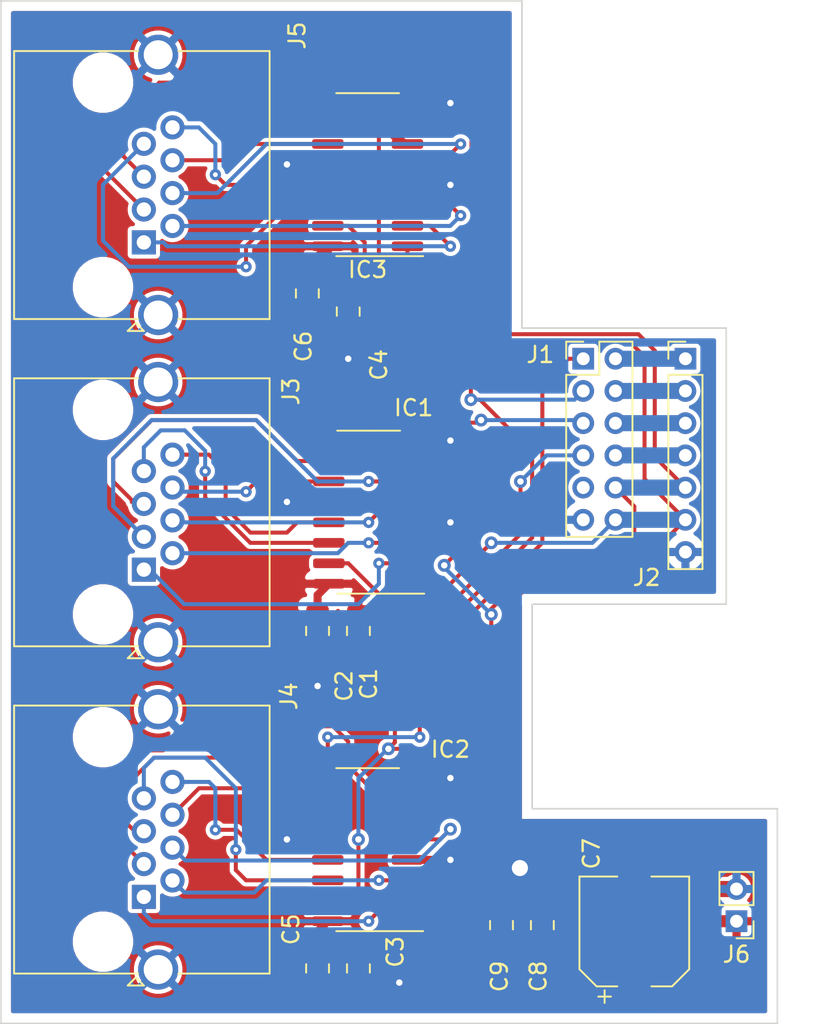
<source format=kicad_pcb>
(kicad_pcb (version 20171130) (host pcbnew "(5.1.2)-1")

  (general
    (thickness 1.6)
    (drawings 10)
    (tracks 344)
    (zones 0)
    (modules 18)
    (nets 38)
  )

  (page A4)
  (layers
    (0 F.Cu signal)
    (31 B.Cu signal)
    (32 B.Adhes user)
    (33 F.Adhes user)
    (34 B.Paste user)
    (35 F.Paste user)
    (36 B.SilkS user)
    (37 F.SilkS user)
    (38 B.Mask user)
    (39 F.Mask user)
    (40 Dwgs.User user)
    (41 Cmts.User user)
    (42 Eco1.User user)
    (43 Eco2.User user)
    (44 Edge.Cuts user)
    (45 Margin user)
    (46 B.CrtYd user)
    (47 F.CrtYd user)
    (48 B.Fab user)
    (49 F.Fab user)
  )

  (setup
    (last_trace_width 0.25)
    (user_trace_width 0.25)
    (user_trace_width 0.5)
    (user_trace_width 0.75)
    (user_trace_width 1)
    (user_trace_width 1.5)
    (user_trace_width 2)
    (user_trace_width 2.5)
    (user_trace_width 3)
    (trace_clearance 0.2)
    (zone_clearance 0.254)
    (zone_45_only no)
    (trace_min 0.2)
    (via_size 0.8)
    (via_drill 0.4)
    (via_min_size 0.4)
    (via_min_drill 0.3)
    (user_via 0.7 0.3)
    (user_via 1.5 1)
    (user_via 2 1.5)
    (user_via 2.5 2)
    (uvia_size 0.3)
    (uvia_drill 0.1)
    (uvias_allowed no)
    (uvia_min_size 0.2)
    (uvia_min_drill 0.1)
    (edge_width 0.05)
    (segment_width 0.2)
    (pcb_text_width 0.3)
    (pcb_text_size 1.5 1.5)
    (mod_edge_width 0.12)
    (mod_text_size 1 1)
    (mod_text_width 0.15)
    (pad_size 1.524 1.524)
    (pad_drill 0.762)
    (pad_to_mask_clearance 0.051)
    (solder_mask_min_width 0.25)
    (aux_axis_origin 0 0)
    (visible_elements 7FFFFFFF)
    (pcbplotparams
      (layerselection 0x010f0_ffffffff)
      (usegerberextensions false)
      (usegerberattributes true)
      (usegerberadvancedattributes false)
      (creategerberjobfile false)
      (excludeedgelayer true)
      (linewidth 0.150000)
      (plotframeref false)
      (viasonmask false)
      (mode 1)
      (useauxorigin true)
      (hpglpennumber 1)
      (hpglpenspeed 20)
      (hpglpendiameter 15.000000)
      (psnegative false)
      (psa4output false)
      (plotreference true)
      (plotvalue true)
      (plotinvisibletext false)
      (padsonsilk false)
      (subtractmaskfromsilk false)
      (outputformat 1)
      (mirror false)
      (drillshape 0)
      (scaleselection 1)
      (outputdirectory "gerber/"))
  )

  (net 0 "")
  (net 1 GND)
  (net 2 I2S_WS)
  (net 3 "Net-(IC1-Pad2)")
  (net 4 "Net-(IC1-Pad3)")
  (net 5 "Net-(IC1-Pad5)")
  (net 6 "Net-(IC1-Pad6)")
  (net 7 I2S_SCLK)
  (net 8 I2S_OUT_56)
  (net 9 "Net-(IC1-Pad10)")
  (net 10 "Net-(IC1-Pad11)")
  (net 11 "Net-(IC1-Pad13)")
  (net 12 "Net-(IC1-Pad14)")
  (net 13 I2S_OUT_78)
  (net 14 "Net-(IC2-Pad2)")
  (net 15 "Net-(IC2-Pad3)")
  (net 16 "Net-(IC2-Pad5)")
  (net 17 "Net-(IC2-Pad6)")
  (net 18 I2S_OUT_12)
  (net 19 "Net-(IC2-Pad10)")
  (net 20 "Net-(IC2-Pad11)")
  (net 21 "Net-(IC2-Pad13)")
  (net 22 "Net-(IC2-Pad14)")
  (net 23 I2S_OUT_34)
  (net 24 "Net-(IC3-Pad14)")
  (net 25 "Net-(IC3-Pad13)")
  (net 26 "Net-(IC3-Pad11)")
  (net 27 "Net-(IC3-Pad10)")
  (net 28 "Net-(IC3-Pad6)")
  (net 29 "Net-(IC3-Pad5)")
  (net 30 "Net-(IC3-Pad3)")
  (net 31 "Net-(IC3-Pad2)")
  (net 32 I2S_IN_12)
  (net 33 I2S_IN_34)
  (net 34 I2S_IN_56)
  (net 35 I2S_IN_78)
  (net 36 I2S_MCLK)
  (net 37 +5V)

  (net_class Default "Dies ist die voreingestellte Netzklasse."
    (clearance 0.2)
    (trace_width 0.25)
    (via_dia 0.8)
    (via_drill 0.4)
    (uvia_dia 0.3)
    (uvia_drill 0.1)
    (add_net +5V)
    (add_net GND)
    (add_net I2S_IN_12)
    (add_net I2S_IN_34)
    (add_net I2S_IN_56)
    (add_net I2S_IN_78)
    (add_net I2S_MCLK)
    (add_net I2S_OUT_12)
    (add_net I2S_OUT_34)
    (add_net I2S_OUT_56)
    (add_net I2S_OUT_78)
    (add_net I2S_SCLK)
    (add_net I2S_WS)
    (add_net "Net-(IC1-Pad10)")
    (add_net "Net-(IC1-Pad11)")
    (add_net "Net-(IC1-Pad13)")
    (add_net "Net-(IC1-Pad14)")
    (add_net "Net-(IC1-Pad2)")
    (add_net "Net-(IC1-Pad3)")
    (add_net "Net-(IC1-Pad5)")
    (add_net "Net-(IC1-Pad6)")
    (add_net "Net-(IC2-Pad10)")
    (add_net "Net-(IC2-Pad11)")
    (add_net "Net-(IC2-Pad13)")
    (add_net "Net-(IC2-Pad14)")
    (add_net "Net-(IC2-Pad2)")
    (add_net "Net-(IC2-Pad3)")
    (add_net "Net-(IC2-Pad5)")
    (add_net "Net-(IC2-Pad6)")
    (add_net "Net-(IC3-Pad10)")
    (add_net "Net-(IC3-Pad11)")
    (add_net "Net-(IC3-Pad13)")
    (add_net "Net-(IC3-Pad14)")
    (add_net "Net-(IC3-Pad2)")
    (add_net "Net-(IC3-Pad3)")
    (add_net "Net-(IC3-Pad5)")
    (add_net "Net-(IC3-Pad6)")
  )

  (module Package_SO:SOIC-16_3.9x9.9mm_P1.27mm (layer F.Cu) (tedit 5C97300E) (tstamp 5CF2BEEC)
    (at 50.1 33.655 180)
    (descr "SOIC, 16 Pin (JEDEC MS-012AC, https://www.analog.com/media/en/package-pcb-resources/package/pkg_pdf/soic_narrow-r/r_16.pdf), generated with kicad-footprint-generator ipc_gullwing_generator.py")
    (tags "SOIC SO")
    (path /5CF35700)
    (attr smd)
    (fp_text reference IC3 (at 0 -5.9) (layer F.SilkS)
      (effects (font (size 1 1) (thickness 0.15)))
    )
    (fp_text value AM26C31 (at 0 5.9) (layer F.Fab)
      (effects (font (size 1 1) (thickness 0.15)))
    )
    (fp_text user %R (at 0 0) (layer F.Fab)
      (effects (font (size 0.98 0.98) (thickness 0.15)))
    )
    (fp_line (start 3.7 -5.2) (end -3.7 -5.2) (layer F.CrtYd) (width 0.05))
    (fp_line (start 3.7 5.2) (end 3.7 -5.2) (layer F.CrtYd) (width 0.05))
    (fp_line (start -3.7 5.2) (end 3.7 5.2) (layer F.CrtYd) (width 0.05))
    (fp_line (start -3.7 -5.2) (end -3.7 5.2) (layer F.CrtYd) (width 0.05))
    (fp_line (start -1.95 -3.975) (end -0.975 -4.95) (layer F.Fab) (width 0.1))
    (fp_line (start -1.95 4.95) (end -1.95 -3.975) (layer F.Fab) (width 0.1))
    (fp_line (start 1.95 4.95) (end -1.95 4.95) (layer F.Fab) (width 0.1))
    (fp_line (start 1.95 -4.95) (end 1.95 4.95) (layer F.Fab) (width 0.1))
    (fp_line (start -0.975 -4.95) (end 1.95 -4.95) (layer F.Fab) (width 0.1))
    (fp_line (start 0 -5.06) (end -3.45 -5.06) (layer F.SilkS) (width 0.12))
    (fp_line (start 0 -5.06) (end 1.95 -5.06) (layer F.SilkS) (width 0.12))
    (fp_line (start 0 5.06) (end -1.95 5.06) (layer F.SilkS) (width 0.12))
    (fp_line (start 0 5.06) (end 1.95 5.06) (layer F.SilkS) (width 0.12))
    (pad 16 smd roundrect (at 2.475 -4.445 180) (size 1.95 0.6) (layers F.Cu F.Paste F.Mask) (roundrect_rratio 0.25)
      (net 37 +5V))
    (pad 15 smd roundrect (at 2.475 -3.175 180) (size 1.95 0.6) (layers F.Cu F.Paste F.Mask) (roundrect_rratio 0.25)
      (net 23 I2S_OUT_34))
    (pad 14 smd roundrect (at 2.475 -1.905 180) (size 1.95 0.6) (layers F.Cu F.Paste F.Mask) (roundrect_rratio 0.25)
      (net 24 "Net-(IC3-Pad14)"))
    (pad 13 smd roundrect (at 2.475 -0.635 180) (size 1.95 0.6) (layers F.Cu F.Paste F.Mask) (roundrect_rratio 0.25)
      (net 25 "Net-(IC3-Pad13)"))
    (pad 12 smd roundrect (at 2.475 0.635 180) (size 1.95 0.6) (layers F.Cu F.Paste F.Mask) (roundrect_rratio 0.25)
      (net 1 GND))
    (pad 11 smd roundrect (at 2.475 1.905 180) (size 1.95 0.6) (layers F.Cu F.Paste F.Mask) (roundrect_rratio 0.25)
      (net 26 "Net-(IC3-Pad11)"))
    (pad 10 smd roundrect (at 2.475 3.175 180) (size 1.95 0.6) (layers F.Cu F.Paste F.Mask) (roundrect_rratio 0.25)
      (net 27 "Net-(IC3-Pad10)"))
    (pad 9 smd roundrect (at 2.475 4.445 180) (size 1.95 0.6) (layers F.Cu F.Paste F.Mask) (roundrect_rratio 0.25)
      (net 18 I2S_OUT_12))
    (pad 8 smd roundrect (at -2.475 4.445 180) (size 1.95 0.6) (layers F.Cu F.Paste F.Mask) (roundrect_rratio 0.25)
      (net 1 GND))
    (pad 7 smd roundrect (at -2.475 3.175 180) (size 1.95 0.6) (layers F.Cu F.Paste F.Mask) (roundrect_rratio 0.25)
      (net 7 I2S_SCLK))
    (pad 6 smd roundrect (at -2.475 1.905 180) (size 1.95 0.6) (layers F.Cu F.Paste F.Mask) (roundrect_rratio 0.25)
      (net 28 "Net-(IC3-Pad6)"))
    (pad 5 smd roundrect (at -2.475 0.635 180) (size 1.95 0.6) (layers F.Cu F.Paste F.Mask) (roundrect_rratio 0.25)
      (net 29 "Net-(IC3-Pad5)"))
    (pad 4 smd roundrect (at -2.475 -0.635 180) (size 1.95 0.6) (layers F.Cu F.Paste F.Mask) (roundrect_rratio 0.25)
      (net 1 GND))
    (pad 3 smd roundrect (at -2.475 -1.905 180) (size 1.95 0.6) (layers F.Cu F.Paste F.Mask) (roundrect_rratio 0.25)
      (net 30 "Net-(IC3-Pad3)"))
    (pad 2 smd roundrect (at -2.475 -3.175 180) (size 1.95 0.6) (layers F.Cu F.Paste F.Mask) (roundrect_rratio 0.25)
      (net 31 "Net-(IC3-Pad2)"))
    (pad 1 smd roundrect (at -2.475 -4.445 180) (size 1.95 0.6) (layers F.Cu F.Paste F.Mask) (roundrect_rratio 0.25)
      (net 2 I2S_WS))
    (model ${KISYS3DMOD}/Package_SO.3dshapes/SOIC-16_3.9x9.9mm_P1.27mm.wrl
      (at (xyz 0 0 0))
      (scale (xyz 1 1 1))
      (rotate (xyz 0 0 0))
    )
  )

  (module Connector_PinHeader_2.00mm:PinHeader_2x06_P2.00mm_Vertical (layer F.Cu) (tedit 59FED667) (tstamp 5CF3B55C)
    (at 63.5 45.085)
    (descr "Through hole straight pin header, 2x06, 2.00mm pitch, double rows")
    (tags "Through hole pin header THT 2x06 2.00mm double row")
    (path /5CF2F12A)
    (fp_text reference J1 (at -2.667 -0.254) (layer F.SilkS)
      (effects (font (size 1 1) (thickness 0.15)))
    )
    (fp_text value CONN_02x06 (at 1 12.06) (layer F.Fab)
      (effects (font (size 1 1) (thickness 0.15)))
    )
    (fp_line (start 0 -1) (end 3 -1) (layer F.Fab) (width 0.1))
    (fp_line (start 3 -1) (end 3 11) (layer F.Fab) (width 0.1))
    (fp_line (start 3 11) (end -1 11) (layer F.Fab) (width 0.1))
    (fp_line (start -1 11) (end -1 0) (layer F.Fab) (width 0.1))
    (fp_line (start -1 0) (end 0 -1) (layer F.Fab) (width 0.1))
    (fp_line (start -1.06 11.06) (end 3.06 11.06) (layer F.SilkS) (width 0.12))
    (fp_line (start -1.06 1) (end -1.06 11.06) (layer F.SilkS) (width 0.12))
    (fp_line (start 3.06 -1.06) (end 3.06 11.06) (layer F.SilkS) (width 0.12))
    (fp_line (start -1.06 1) (end 1 1) (layer F.SilkS) (width 0.12))
    (fp_line (start 1 1) (end 1 -1.06) (layer F.SilkS) (width 0.12))
    (fp_line (start 1 -1.06) (end 3.06 -1.06) (layer F.SilkS) (width 0.12))
    (fp_line (start -1.06 0) (end -1.06 -1.06) (layer F.SilkS) (width 0.12))
    (fp_line (start -1.06 -1.06) (end 0 -1.06) (layer F.SilkS) (width 0.12))
    (fp_line (start -1.5 -1.5) (end -1.5 11.5) (layer F.CrtYd) (width 0.05))
    (fp_line (start -1.5 11.5) (end 3.5 11.5) (layer F.CrtYd) (width 0.05))
    (fp_line (start 3.5 11.5) (end 3.5 -1.5) (layer F.CrtYd) (width 0.05))
    (fp_line (start 3.5 -1.5) (end -1.5 -1.5) (layer F.CrtYd) (width 0.05))
    (fp_text user %R (at 1 5 90) (layer F.Fab)
      (effects (font (size 1 1) (thickness 0.15)))
    )
    (pad 1 thru_hole rect (at 0 0) (size 1.35 1.35) (drill 0.8) (layers *.Cu *.Mask)
      (net 18 I2S_OUT_12))
    (pad 2 thru_hole oval (at 2 0) (size 1.35 1.35) (drill 0.8) (layers *.Cu *.Mask)
      (net 32 I2S_IN_12))
    (pad 3 thru_hole oval (at 0 2) (size 1.35 1.35) (drill 0.8) (layers *.Cu *.Mask)
      (net 23 I2S_OUT_34))
    (pad 4 thru_hole oval (at 2 2) (size 1.35 1.35) (drill 0.8) (layers *.Cu *.Mask)
      (net 33 I2S_IN_34))
    (pad 5 thru_hole oval (at 0 4) (size 1.35 1.35) (drill 0.8) (layers *.Cu *.Mask)
      (net 8 I2S_OUT_56))
    (pad 6 thru_hole oval (at 2 4) (size 1.35 1.35) (drill 0.8) (layers *.Cu *.Mask)
      (net 34 I2S_IN_56))
    (pad 7 thru_hole oval (at 0 6) (size 1.35 1.35) (drill 0.8) (layers *.Cu *.Mask)
      (net 13 I2S_OUT_78))
    (pad 8 thru_hole oval (at 2 6) (size 1.35 1.35) (drill 0.8) (layers *.Cu *.Mask)
      (net 35 I2S_IN_78))
    (pad 9 thru_hole oval (at 0 8) (size 1.35 1.35) (drill 0.8) (layers *.Cu *.Mask)
      (net 36 I2S_MCLK))
    (pad 10 thru_hole oval (at 2 8) (size 1.35 1.35) (drill 0.8) (layers *.Cu *.Mask)
      (net 7 I2S_SCLK))
    (pad 11 thru_hole oval (at 0 10) (size 1.35 1.35) (drill 0.8) (layers *.Cu *.Mask)
      (net 1 GND))
    (pad 12 thru_hole oval (at 2 10) (size 1.35 1.35) (drill 0.8) (layers *.Cu *.Mask)
      (net 2 I2S_WS))
    (model ${KISYS3DMOD}/Connector_PinHeader_2.00mm.3dshapes/PinHeader_2x06_P2.00mm_Vertical.wrl
      (at (xyz 0 0 0))
      (scale (xyz 1 1 1))
      (rotate (xyz 0 0 0))
    )
  )

  (module agg:RJ45_Weidmueller (layer F.Cu) (tedit 5CF26465) (tstamp 5CF2BF72)
    (at 36.195 78.5 90)
    (descr "Shielded, https://www.amphenolcanada.com/ProductSearch/drawings/AC/RJHSE538X.pdf")
    (tags "RJ45 8p8c ethernet cat5")
    (path /5CF2A61C)
    (fp_text reference J4 (at 12.46 9.017 90) (layer F.SilkS)
      (effects (font (size 1 1) (thickness 0.15)))
    )
    (fp_text value RJ45_Shielded (at 3.56 9.5 90) (layer F.Fab)
      (effects (font (size 1 1) (thickness 0.15)))
    )
    (fp_line (start -4.695 -7) (end -4.695 7.75) (layer F.Fab) (width 0.1))
    (fp_line (start -4.695 7.75) (end 11.815 7.75) (layer F.Fab) (width 0.1))
    (fp_line (start -3.695 -8) (end 11.815 -8) (layer F.Fab) (width 0.1))
    (fp_line (start 11.815 -8) (end 11.815 7.75) (layer F.Fab) (width 0.1))
    (fp_line (start -4.76 -8.065) (end 11.88 -8.065) (layer F.SilkS) (width 0.12))
    (fp_line (start -4.76 -8.065) (end -4.76 -0.36) (layer F.SilkS) (width 0.12))
    (fp_line (start 11.88 -8.065) (end 11.88 -0.36) (layer F.SilkS) (width 0.12))
    (fp_line (start -4.76 7.815) (end 11.88 7.815) (layer F.SilkS) (width 0.12))
    (fp_line (start -4.76 7.815) (end -4.76 2.14) (layer F.SilkS) (width 0.12))
    (fp_line (start 11.88 7.815) (end 11.88 2.14) (layer F.SilkS) (width 0.12))
    (fp_line (start -4.695 -7) (end -3.695 -8) (layer F.Fab) (width 0.1))
    (fp_line (start -6.07 -8.5) (end 13.19 -8.5) (layer F.CrtYd) (width 0.05))
    (fp_line (start -6.07 -8.5) (end -6.07 8.25) (layer F.CrtYd) (width 0.05))
    (fp_line (start -6.07 8.25) (end 13.19 8.25) (layer F.CrtYd) (width 0.05))
    (fp_line (start 13.19 -8.5) (end 13.19 8.25) (layer F.CrtYd) (width 0.05))
    (fp_text user %R (at 3.56 -6 90) (layer F.Fab)
      (effects (font (size 1 1) (thickness 0.15)))
    )
    (fp_line (start -5 -0.5) (end -5.5 0) (layer F.SilkS) (width 0.12))
    (fp_line (start -5.5 0) (end -5.5 -1) (layer F.SilkS) (width 0.12))
    (fp_line (start -5.5 -1) (end -5 -0.5) (layer F.SilkS) (width 0.12))
    (pad 1 thru_hole rect (at 0 0 90) (size 1.5 1.5) (drill 0.89) (layers *.Cu *.Mask)
      (net 14 "Net-(IC2-Pad2)"))
    (pad 3 thru_hole circle (at 2.04 0 90) (size 1.5 1.5) (drill 0.89) (layers *.Cu *.Mask)
      (net 17 "Net-(IC2-Pad6)"))
    (pad 5 thru_hole circle (at 4.08 0 90) (size 1.5 1.5) (drill 0.89) (layers *.Cu *.Mask)
      (net 19 "Net-(IC2-Pad10)"))
    (pad 7 thru_hole circle (at 6.12 0 90) (size 1.5 1.5) (drill 0.89) (layers *.Cu *.Mask)
      (net 22 "Net-(IC2-Pad14)"))
    (pad 2 thru_hole circle (at 1.02 1.78 90) (size 1.5 1.5) (drill 0.89) (layers *.Cu *.Mask)
      (net 15 "Net-(IC2-Pad3)"))
    (pad 4 thru_hole circle (at 3.06 1.78 90) (size 1.5 1.5) (drill 0.89) (layers *.Cu *.Mask)
      (net 16 "Net-(IC2-Pad5)"))
    (pad 6 thru_hole circle (at 5.1 1.78 90) (size 1.5 1.5) (drill 0.89) (layers *.Cu *.Mask)
      (net 20 "Net-(IC2-Pad11)"))
    (pad 8 thru_hole circle (at 7.14 1.78 90) (size 1.5 1.5) (drill 0.89) (layers *.Cu *.Mask)
      (net 21 "Net-(IC2-Pad13)"))
    (pad "" np_thru_hole circle (at -2.78 -2.54 90) (size 3.25 3.25) (drill 3.25) (layers *.Cu *.Mask))
    (pad "" np_thru_hole circle (at 9.92 -2.54 90) (size 3.25 3.25) (drill 3.25) (layers *.Cu *.Mask))
    (pad SH thru_hole circle (at 11.65 0.89 90) (size 2.5 2.5) (drill 1.8) (layers *.Cu *.Mask)
      (net 1 GND))
    (pad SH thru_hole circle (at -4.51 0.89 90) (size 2.5 2.5) (drill 1.8) (layers *.Cu *.Mask)
      (net 1 GND))
    (model ${KISYS3DMOD}/Connector_RJ.3dshapes/RJ45_Amphenol_RJHSE5380.wrl
      (at (xyz 0 0 0))
      (scale (xyz 1 1 1))
      (rotate (xyz 0 0 0))
    )
  )

  (module agg:RJ45_Weidmueller (layer F.Cu) (tedit 5CF26465) (tstamp 5CF2BF95)
    (at 36.195 37.86 90)
    (descr "Shielded, https://www.amphenolcanada.com/ProductSearch/drawings/AC/RJHSE538X.pdf")
    (tags "RJ45 8p8c ethernet cat5")
    (path /5CF35730)
    (fp_text reference J5 (at 12.841 9.525 90) (layer F.SilkS)
      (effects (font (size 1 1) (thickness 0.15)))
    )
    (fp_text value RJ45_Shielded (at 3.56 9.5 90) (layer F.Fab)
      (effects (font (size 1 1) (thickness 0.15)))
    )
    (fp_line (start -5.5 -1) (end -5 -0.5) (layer F.SilkS) (width 0.12))
    (fp_line (start -5.5 0) (end -5.5 -1) (layer F.SilkS) (width 0.12))
    (fp_line (start -5 -0.5) (end -5.5 0) (layer F.SilkS) (width 0.12))
    (fp_text user %R (at 3.56 -6 90) (layer F.Fab)
      (effects (font (size 1 1) (thickness 0.15)))
    )
    (fp_line (start 13.19 -8.5) (end 13.19 8.25) (layer F.CrtYd) (width 0.05))
    (fp_line (start -6.07 8.25) (end 13.19 8.25) (layer F.CrtYd) (width 0.05))
    (fp_line (start -6.07 -8.5) (end -6.07 8.25) (layer F.CrtYd) (width 0.05))
    (fp_line (start -6.07 -8.5) (end 13.19 -8.5) (layer F.CrtYd) (width 0.05))
    (fp_line (start -4.695 -7) (end -3.695 -8) (layer F.Fab) (width 0.1))
    (fp_line (start 11.88 7.815) (end 11.88 2.14) (layer F.SilkS) (width 0.12))
    (fp_line (start -4.76 7.815) (end -4.76 2.14) (layer F.SilkS) (width 0.12))
    (fp_line (start -4.76 7.815) (end 11.88 7.815) (layer F.SilkS) (width 0.12))
    (fp_line (start 11.88 -8.065) (end 11.88 -0.36) (layer F.SilkS) (width 0.12))
    (fp_line (start -4.76 -8.065) (end -4.76 -0.36) (layer F.SilkS) (width 0.12))
    (fp_line (start -4.76 -8.065) (end 11.88 -8.065) (layer F.SilkS) (width 0.12))
    (fp_line (start 11.815 -8) (end 11.815 7.75) (layer F.Fab) (width 0.1))
    (fp_line (start -3.695 -8) (end 11.815 -8) (layer F.Fab) (width 0.1))
    (fp_line (start -4.695 7.75) (end 11.815 7.75) (layer F.Fab) (width 0.1))
    (fp_line (start -4.695 -7) (end -4.695 7.75) (layer F.Fab) (width 0.1))
    (pad SH thru_hole circle (at -4.51 0.89 90) (size 2.5 2.5) (drill 1.8) (layers *.Cu *.Mask)
      (net 1 GND))
    (pad SH thru_hole circle (at 11.65 0.89 90) (size 2.5 2.5) (drill 1.8) (layers *.Cu *.Mask)
      (net 1 GND))
    (pad "" np_thru_hole circle (at 9.92 -2.54 90) (size 3.25 3.25) (drill 3.25) (layers *.Cu *.Mask))
    (pad "" np_thru_hole circle (at -2.78 -2.54 90) (size 3.25 3.25) (drill 3.25) (layers *.Cu *.Mask))
    (pad 8 thru_hole circle (at 7.14 1.78 90) (size 1.5 1.5) (drill 0.89) (layers *.Cu *.Mask)
      (net 25 "Net-(IC3-Pad13)"))
    (pad 6 thru_hole circle (at 5.1 1.78 90) (size 1.5 1.5) (drill 0.89) (layers *.Cu *.Mask)
      (net 26 "Net-(IC3-Pad11)"))
    (pad 4 thru_hole circle (at 3.06 1.78 90) (size 1.5 1.5) (drill 0.89) (layers *.Cu *.Mask)
      (net 29 "Net-(IC3-Pad5)"))
    (pad 2 thru_hole circle (at 1.02 1.78 90) (size 1.5 1.5) (drill 0.89) (layers *.Cu *.Mask)
      (net 30 "Net-(IC3-Pad3)"))
    (pad 7 thru_hole circle (at 6.12 0 90) (size 1.5 1.5) (drill 0.89) (layers *.Cu *.Mask)
      (net 24 "Net-(IC3-Pad14)"))
    (pad 5 thru_hole circle (at 4.08 0 90) (size 1.5 1.5) (drill 0.89) (layers *.Cu *.Mask)
      (net 27 "Net-(IC3-Pad10)"))
    (pad 3 thru_hole circle (at 2.04 0 90) (size 1.5 1.5) (drill 0.89) (layers *.Cu *.Mask)
      (net 28 "Net-(IC3-Pad6)"))
    (pad 1 thru_hole rect (at 0 0 90) (size 1.5 1.5) (drill 0.89) (layers *.Cu *.Mask)
      (net 31 "Net-(IC3-Pad2)"))
    (model ${KISYS3DMOD}/Connector_RJ.3dshapes/RJ45_Amphenol_RJHSE5380.wrl
      (at (xyz 0 0 0))
      (scale (xyz 1 1 1))
      (rotate (xyz 0 0 0))
    )
  )

  (module Capacitor_SMD:C_0805_2012Metric_Pad1.15x1.40mm_HandSolder (layer F.Cu) (tedit 5B36C52B) (tstamp 5CF2BE31)
    (at 49.53 61.985 270)
    (descr "Capacitor SMD 0805 (2012 Metric), square (rectangular) end terminal, IPC_7351 nominal with elongated pad for handsoldering. (Body size source: https://docs.google.com/spreadsheets/d/1BsfQQcO9C6DZCsRaXUlFlo91Tg2WpOkGARC1WS5S8t0/edit?usp=sharing), generated with kicad-footprint-generator")
    (tags "capacitor handsolder")
    (path /5CF5E68F)
    (attr smd)
    (fp_text reference C1 (at 3.293 -0.635 90) (layer F.SilkS)
      (effects (font (size 1 1) (thickness 0.15)))
    )
    (fp_text value 100nF (at 0.626 -1.778 90) (layer F.Fab)
      (effects (font (size 1 1) (thickness 0.15)))
    )
    (fp_text user %R (at 0 0 90) (layer F.Fab)
      (effects (font (size 0.5 0.5) (thickness 0.08)))
    )
    (fp_line (start 1.85 0.95) (end -1.85 0.95) (layer F.CrtYd) (width 0.05))
    (fp_line (start 1.85 -0.95) (end 1.85 0.95) (layer F.CrtYd) (width 0.05))
    (fp_line (start -1.85 -0.95) (end 1.85 -0.95) (layer F.CrtYd) (width 0.05))
    (fp_line (start -1.85 0.95) (end -1.85 -0.95) (layer F.CrtYd) (width 0.05))
    (fp_line (start -0.261252 0.71) (end 0.261252 0.71) (layer F.SilkS) (width 0.12))
    (fp_line (start -0.261252 -0.71) (end 0.261252 -0.71) (layer F.SilkS) (width 0.12))
    (fp_line (start 1 0.6) (end -1 0.6) (layer F.Fab) (width 0.1))
    (fp_line (start 1 -0.6) (end 1 0.6) (layer F.Fab) (width 0.1))
    (fp_line (start -1 -0.6) (end 1 -0.6) (layer F.Fab) (width 0.1))
    (fp_line (start -1 0.6) (end -1 -0.6) (layer F.Fab) (width 0.1))
    (pad 2 smd roundrect (at 1.025 0 270) (size 1.15 1.4) (layers F.Cu F.Paste F.Mask) (roundrect_rratio 0.217391)
      (net 1 GND))
    (pad 1 smd roundrect (at -1.025 0 270) (size 1.15 1.4) (layers F.Cu F.Paste F.Mask) (roundrect_rratio 0.217391)
      (net 37 +5V))
    (model ${KISYS3DMOD}/Capacitor_SMD.3dshapes/C_0805_2012Metric.wrl
      (at (xyz 0 0 0))
      (scale (xyz 1 1 1))
      (rotate (xyz 0 0 0))
    )
  )

  (module Capacitor_SMD:C_0805_2012Metric_Pad1.15x1.40mm_HandSolder (layer F.Cu) (tedit 5B36C52B) (tstamp 5CF2BE42)
    (at 46.99 61.985 270)
    (descr "Capacitor SMD 0805 (2012 Metric), square (rectangular) end terminal, IPC_7351 nominal with elongated pad for handsoldering. (Body size source: https://docs.google.com/spreadsheets/d/1BsfQQcO9C6DZCsRaXUlFlo91Tg2WpOkGARC1WS5S8t0/edit?usp=sharing), generated with kicad-footprint-generator")
    (tags "capacitor handsolder")
    (path /5CF5E685)
    (attr smd)
    (fp_text reference C2 (at 3.42 -1.65 90) (layer F.SilkS)
      (effects (font (size 1 1) (thickness 0.15)))
    )
    (fp_text value 10nF (at 1.007 1.651 90) (layer F.Fab)
      (effects (font (size 1 1) (thickness 0.15)))
    )
    (fp_line (start -1 0.6) (end -1 -0.6) (layer F.Fab) (width 0.1))
    (fp_line (start -1 -0.6) (end 1 -0.6) (layer F.Fab) (width 0.1))
    (fp_line (start 1 -0.6) (end 1 0.6) (layer F.Fab) (width 0.1))
    (fp_line (start 1 0.6) (end -1 0.6) (layer F.Fab) (width 0.1))
    (fp_line (start -0.261252 -0.71) (end 0.261252 -0.71) (layer F.SilkS) (width 0.12))
    (fp_line (start -0.261252 0.71) (end 0.261252 0.71) (layer F.SilkS) (width 0.12))
    (fp_line (start -1.85 0.95) (end -1.85 -0.95) (layer F.CrtYd) (width 0.05))
    (fp_line (start -1.85 -0.95) (end 1.85 -0.95) (layer F.CrtYd) (width 0.05))
    (fp_line (start 1.85 -0.95) (end 1.85 0.95) (layer F.CrtYd) (width 0.05))
    (fp_line (start 1.85 0.95) (end -1.85 0.95) (layer F.CrtYd) (width 0.05))
    (fp_text user %R (at 0 0 90) (layer F.Fab)
      (effects (font (size 0.5 0.5) (thickness 0.08)))
    )
    (pad 1 smd roundrect (at -1.025 0 270) (size 1.15 1.4) (layers F.Cu F.Paste F.Mask) (roundrect_rratio 0.217391)
      (net 37 +5V))
    (pad 2 smd roundrect (at 1.025 0 270) (size 1.15 1.4) (layers F.Cu F.Paste F.Mask) (roundrect_rratio 0.217391)
      (net 1 GND))
    (model ${KISYS3DMOD}/Capacitor_SMD.3dshapes/C_0805_2012Metric.wrl
      (at (xyz 0 0 0))
      (scale (xyz 1 1 1))
      (rotate (xyz 0 0 0))
    )
  )

  (module Capacitor_SMD:C_0805_2012Metric_Pad1.15x1.40mm_HandSolder (layer F.Cu) (tedit 5B36C52B) (tstamp 5CF2BE53)
    (at 49.53 82.94 270)
    (descr "Capacitor SMD 0805 (2012 Metric), square (rectangular) end terminal, IPC_7351 nominal with elongated pad for handsoldering. (Body size source: https://docs.google.com/spreadsheets/d/1BsfQQcO9C6DZCsRaXUlFlo91Tg2WpOkGARC1WS5S8t0/edit?usp=sharing), generated with kicad-footprint-generator")
    (tags "capacitor handsolder")
    (path /5CF2919F)
    (attr smd)
    (fp_text reference C3 (at -1.025 -2.286 90) (layer F.SilkS)
      (effects (font (size 1 1) (thickness 0.15)))
    )
    (fp_text value 100nF (at 0.118 -4.064 90) (layer F.Fab)
      (effects (font (size 1 1) (thickness 0.15)))
    )
    (fp_text user %R (at 0 0 90) (layer F.Fab)
      (effects (font (size 0.5 0.5) (thickness 0.08)))
    )
    (fp_line (start 1.85 0.95) (end -1.85 0.95) (layer F.CrtYd) (width 0.05))
    (fp_line (start 1.85 -0.95) (end 1.85 0.95) (layer F.CrtYd) (width 0.05))
    (fp_line (start -1.85 -0.95) (end 1.85 -0.95) (layer F.CrtYd) (width 0.05))
    (fp_line (start -1.85 0.95) (end -1.85 -0.95) (layer F.CrtYd) (width 0.05))
    (fp_line (start -0.261252 0.71) (end 0.261252 0.71) (layer F.SilkS) (width 0.12))
    (fp_line (start -0.261252 -0.71) (end 0.261252 -0.71) (layer F.SilkS) (width 0.12))
    (fp_line (start 1 0.6) (end -1 0.6) (layer F.Fab) (width 0.1))
    (fp_line (start 1 -0.6) (end 1 0.6) (layer F.Fab) (width 0.1))
    (fp_line (start -1 -0.6) (end 1 -0.6) (layer F.Fab) (width 0.1))
    (fp_line (start -1 0.6) (end -1 -0.6) (layer F.Fab) (width 0.1))
    (pad 2 smd roundrect (at 1.025 0 270) (size 1.15 1.4) (layers F.Cu F.Paste F.Mask) (roundrect_rratio 0.217391)
      (net 1 GND))
    (pad 1 smd roundrect (at -1.025 0 270) (size 1.15 1.4) (layers F.Cu F.Paste F.Mask) (roundrect_rratio 0.217391)
      (net 37 +5V))
    (model ${KISYS3DMOD}/Capacitor_SMD.3dshapes/C_0805_2012Metric.wrl
      (at (xyz 0 0 0))
      (scale (xyz 1 1 1))
      (rotate (xyz 0 0 0))
    )
  )

  (module Capacitor_SMD:C_0805_2012Metric_Pad1.15x1.40mm_HandSolder (layer F.Cu) (tedit 5B36C52B) (tstamp 5CF2BE64)
    (at 48.895 42.155 270)
    (descr "Capacitor SMD 0805 (2012 Metric), square (rectangular) end terminal, IPC_7351 nominal with elongated pad for handsoldering. (Body size source: https://docs.google.com/spreadsheets/d/1BsfQQcO9C6DZCsRaXUlFlo91Tg2WpOkGARC1WS5S8t0/edit?usp=sharing), generated with kicad-footprint-generator")
    (tags "capacitor handsolder")
    (path /5CF35714)
    (attr smd)
    (fp_text reference C4 (at 3.311 -1.905 90) (layer F.SilkS)
      (effects (font (size 1 1) (thickness 0.15)))
    )
    (fp_text value 100nF (at 0.009 -1.905 90) (layer F.Fab)
      (effects (font (size 1 1) (thickness 0.15)))
    )
    (fp_text user %R (at 0 0 90) (layer F.Fab)
      (effects (font (size 0.5 0.5) (thickness 0.08)))
    )
    (fp_line (start 1.85 0.95) (end -1.85 0.95) (layer F.CrtYd) (width 0.05))
    (fp_line (start 1.85 -0.95) (end 1.85 0.95) (layer F.CrtYd) (width 0.05))
    (fp_line (start -1.85 -0.95) (end 1.85 -0.95) (layer F.CrtYd) (width 0.05))
    (fp_line (start -1.85 0.95) (end -1.85 -0.95) (layer F.CrtYd) (width 0.05))
    (fp_line (start -0.261252 0.71) (end 0.261252 0.71) (layer F.SilkS) (width 0.12))
    (fp_line (start -0.261252 -0.71) (end 0.261252 -0.71) (layer F.SilkS) (width 0.12))
    (fp_line (start 1 0.6) (end -1 0.6) (layer F.Fab) (width 0.1))
    (fp_line (start 1 -0.6) (end 1 0.6) (layer F.Fab) (width 0.1))
    (fp_line (start -1 -0.6) (end 1 -0.6) (layer F.Fab) (width 0.1))
    (fp_line (start -1 0.6) (end -1 -0.6) (layer F.Fab) (width 0.1))
    (pad 2 smd roundrect (at 1.025 0 270) (size 1.15 1.4) (layers F.Cu F.Paste F.Mask) (roundrect_rratio 0.217391)
      (net 1 GND))
    (pad 1 smd roundrect (at -1.025 0 270) (size 1.15 1.4) (layers F.Cu F.Paste F.Mask) (roundrect_rratio 0.217391)
      (net 37 +5V))
    (model ${KISYS3DMOD}/Capacitor_SMD.3dshapes/C_0805_2012Metric.wrl
      (at (xyz 0 0 0))
      (scale (xyz 1 1 1))
      (rotate (xyz 0 0 0))
    )
  )

  (module Capacitor_SMD:C_0805_2012Metric_Pad1.15x1.40mm_HandSolder (layer F.Cu) (tedit 5B36C52B) (tstamp 5CF2BE75)
    (at 46.99 82.94 270)
    (descr "Capacitor SMD 0805 (2012 Metric), square (rectangular) end terminal, IPC_7351 nominal with elongated pad for handsoldering. (Body size source: https://docs.google.com/spreadsheets/d/1BsfQQcO9C6DZCsRaXUlFlo91Tg2WpOkGARC1WS5S8t0/edit?usp=sharing), generated with kicad-footprint-generator")
    (tags "capacitor handsolder")
    (path /5CF28592)
    (attr smd)
    (fp_text reference C5 (at -2.422 1.651 90) (layer F.SilkS)
      (effects (font (size 1 1) (thickness 0.15)))
    )
    (fp_text value 10nF (at 0.372 1.651 90) (layer F.Fab)
      (effects (font (size 1 1) (thickness 0.15)))
    )
    (fp_line (start -1 0.6) (end -1 -0.6) (layer F.Fab) (width 0.1))
    (fp_line (start -1 -0.6) (end 1 -0.6) (layer F.Fab) (width 0.1))
    (fp_line (start 1 -0.6) (end 1 0.6) (layer F.Fab) (width 0.1))
    (fp_line (start 1 0.6) (end -1 0.6) (layer F.Fab) (width 0.1))
    (fp_line (start -0.261252 -0.71) (end 0.261252 -0.71) (layer F.SilkS) (width 0.12))
    (fp_line (start -0.261252 0.71) (end 0.261252 0.71) (layer F.SilkS) (width 0.12))
    (fp_line (start -1.85 0.95) (end -1.85 -0.95) (layer F.CrtYd) (width 0.05))
    (fp_line (start -1.85 -0.95) (end 1.85 -0.95) (layer F.CrtYd) (width 0.05))
    (fp_line (start 1.85 -0.95) (end 1.85 0.95) (layer F.CrtYd) (width 0.05))
    (fp_line (start 1.85 0.95) (end -1.85 0.95) (layer F.CrtYd) (width 0.05))
    (fp_text user %R (at 0 0 90) (layer F.Fab)
      (effects (font (size 0.5 0.5) (thickness 0.08)))
    )
    (pad 1 smd roundrect (at -1.025 0 270) (size 1.15 1.4) (layers F.Cu F.Paste F.Mask) (roundrect_rratio 0.217391)
      (net 37 +5V))
    (pad 2 smd roundrect (at 1.025 0 270) (size 1.15 1.4) (layers F.Cu F.Paste F.Mask) (roundrect_rratio 0.217391)
      (net 1 GND))
    (model ${KISYS3DMOD}/Capacitor_SMD.3dshapes/C_0805_2012Metric.wrl
      (at (xyz 0 0 0))
      (scale (xyz 1 1 1))
      (rotate (xyz 0 0 0))
    )
  )

  (module Capacitor_SMD:C_0805_2012Metric_Pad1.15x1.40mm_HandSolder (layer F.Cu) (tedit 5B36C52B) (tstamp 5CF2BE86)
    (at 46.355 41.03 270)
    (descr "Capacitor SMD 0805 (2012 Metric), square (rectangular) end terminal, IPC_7351 nominal with elongated pad for handsoldering. (Body size source: https://docs.google.com/spreadsheets/d/1BsfQQcO9C6DZCsRaXUlFlo91Tg2WpOkGARC1WS5S8t0/edit?usp=sharing), generated with kicad-footprint-generator")
    (tags "capacitor handsolder")
    (path /5CF3570A)
    (attr smd)
    (fp_text reference C6 (at 3.293 0.254 90) (layer F.SilkS)
      (effects (font (size 1 1) (thickness 0.15)))
    )
    (fp_text value 10nF (at -0.009 1.778 90) (layer F.Fab)
      (effects (font (size 1 1) (thickness 0.15)))
    )
    (fp_line (start -1 0.6) (end -1 -0.6) (layer F.Fab) (width 0.1))
    (fp_line (start -1 -0.6) (end 1 -0.6) (layer F.Fab) (width 0.1))
    (fp_line (start 1 -0.6) (end 1 0.6) (layer F.Fab) (width 0.1))
    (fp_line (start 1 0.6) (end -1 0.6) (layer F.Fab) (width 0.1))
    (fp_line (start -0.261252 -0.71) (end 0.261252 -0.71) (layer F.SilkS) (width 0.12))
    (fp_line (start -0.261252 0.71) (end 0.261252 0.71) (layer F.SilkS) (width 0.12))
    (fp_line (start -1.85 0.95) (end -1.85 -0.95) (layer F.CrtYd) (width 0.05))
    (fp_line (start -1.85 -0.95) (end 1.85 -0.95) (layer F.CrtYd) (width 0.05))
    (fp_line (start 1.85 -0.95) (end 1.85 0.95) (layer F.CrtYd) (width 0.05))
    (fp_line (start 1.85 0.95) (end -1.85 0.95) (layer F.CrtYd) (width 0.05))
    (fp_text user %R (at 0 0 90) (layer F.Fab)
      (effects (font (size 0.5 0.5) (thickness 0.08)))
    )
    (pad 1 smd roundrect (at -1.025 0 270) (size 1.15 1.4) (layers F.Cu F.Paste F.Mask) (roundrect_rratio 0.217391)
      (net 37 +5V))
    (pad 2 smd roundrect (at 1.025 0 270) (size 1.15 1.4) (layers F.Cu F.Paste F.Mask) (roundrect_rratio 0.217391)
      (net 1 GND))
    (model ${KISYS3DMOD}/Capacitor_SMD.3dshapes/C_0805_2012Metric.wrl
      (at (xyz 0 0 0))
      (scale (xyz 1 1 1))
      (rotate (xyz 0 0 0))
    )
  )

  (module Package_SO:SOIC-16_3.9x9.9mm_P1.27mm (layer F.Cu) (tedit 5C97300E) (tstamp 5CF2BEA8)
    (at 50.165 54.61 180)
    (descr "SOIC, 16 Pin (JEDEC MS-012AC, https://www.analog.com/media/en/package-pcb-resources/package/pkg_pdf/soic_narrow-r/r_16.pdf), generated with kicad-footprint-generator ipc_gullwing_generator.py")
    (tags "SOIC SO")
    (path /5CF5E67B)
    (attr smd)
    (fp_text reference IC1 (at -2.794 6.477) (layer F.SilkS)
      (effects (font (size 1 1) (thickness 0.15)))
    )
    (fp_text value AM26C31 (at 0 5.9) (layer F.Fab)
      (effects (font (size 1 1) (thickness 0.15)))
    )
    (fp_line (start 0 5.06) (end 1.95 5.06) (layer F.SilkS) (width 0.12))
    (fp_line (start 0 5.06) (end -1.95 5.06) (layer F.SilkS) (width 0.12))
    (fp_line (start 0 -5.06) (end 1.95 -5.06) (layer F.SilkS) (width 0.12))
    (fp_line (start 0 -5.06) (end -3.45 -5.06) (layer F.SilkS) (width 0.12))
    (fp_line (start -0.975 -4.95) (end 1.95 -4.95) (layer F.Fab) (width 0.1))
    (fp_line (start 1.95 -4.95) (end 1.95 4.95) (layer F.Fab) (width 0.1))
    (fp_line (start 1.95 4.95) (end -1.95 4.95) (layer F.Fab) (width 0.1))
    (fp_line (start -1.95 4.95) (end -1.95 -3.975) (layer F.Fab) (width 0.1))
    (fp_line (start -1.95 -3.975) (end -0.975 -4.95) (layer F.Fab) (width 0.1))
    (fp_line (start -3.7 -5.2) (end -3.7 5.2) (layer F.CrtYd) (width 0.05))
    (fp_line (start -3.7 5.2) (end 3.7 5.2) (layer F.CrtYd) (width 0.05))
    (fp_line (start 3.7 5.2) (end 3.7 -5.2) (layer F.CrtYd) (width 0.05))
    (fp_line (start 3.7 -5.2) (end -3.7 -5.2) (layer F.CrtYd) (width 0.05))
    (fp_text user %R (at 0 0) (layer F.Fab)
      (effects (font (size 0.98 0.98) (thickness 0.15)))
    )
    (pad 1 smd roundrect (at -2.475 -4.445 180) (size 1.95 0.6) (layers F.Cu F.Paste F.Mask) (roundrect_rratio 0.25)
      (net 2 I2S_WS))
    (pad 2 smd roundrect (at -2.475 -3.175 180) (size 1.95 0.6) (layers F.Cu F.Paste F.Mask) (roundrect_rratio 0.25)
      (net 3 "Net-(IC1-Pad2)"))
    (pad 3 smd roundrect (at -2.475 -1.905 180) (size 1.95 0.6) (layers F.Cu F.Paste F.Mask) (roundrect_rratio 0.25)
      (net 4 "Net-(IC1-Pad3)"))
    (pad 4 smd roundrect (at -2.475 -0.635 180) (size 1.95 0.6) (layers F.Cu F.Paste F.Mask) (roundrect_rratio 0.25)
      (net 1 GND))
    (pad 5 smd roundrect (at -2.475 0.635 180) (size 1.95 0.6) (layers F.Cu F.Paste F.Mask) (roundrect_rratio 0.25)
      (net 5 "Net-(IC1-Pad5)"))
    (pad 6 smd roundrect (at -2.475 1.905 180) (size 1.95 0.6) (layers F.Cu F.Paste F.Mask) (roundrect_rratio 0.25)
      (net 6 "Net-(IC1-Pad6)"))
    (pad 7 smd roundrect (at -2.475 3.175 180) (size 1.95 0.6) (layers F.Cu F.Paste F.Mask) (roundrect_rratio 0.25)
      (net 7 I2S_SCLK))
    (pad 8 smd roundrect (at -2.475 4.445 180) (size 1.95 0.6) (layers F.Cu F.Paste F.Mask) (roundrect_rratio 0.25)
      (net 1 GND))
    (pad 9 smd roundrect (at 2.475 4.445 180) (size 1.95 0.6) (layers F.Cu F.Paste F.Mask) (roundrect_rratio 0.25)
      (net 8 I2S_OUT_56))
    (pad 10 smd roundrect (at 2.475 3.175 180) (size 1.95 0.6) (layers F.Cu F.Paste F.Mask) (roundrect_rratio 0.25)
      (net 9 "Net-(IC1-Pad10)"))
    (pad 11 smd roundrect (at 2.475 1.905 180) (size 1.95 0.6) (layers F.Cu F.Paste F.Mask) (roundrect_rratio 0.25)
      (net 10 "Net-(IC1-Pad11)"))
    (pad 12 smd roundrect (at 2.475 0.635 180) (size 1.95 0.6) (layers F.Cu F.Paste F.Mask) (roundrect_rratio 0.25)
      (net 1 GND))
    (pad 13 smd roundrect (at 2.475 -0.635 180) (size 1.95 0.6) (layers F.Cu F.Paste F.Mask) (roundrect_rratio 0.25)
      (net 11 "Net-(IC1-Pad13)"))
    (pad 14 smd roundrect (at 2.475 -1.905 180) (size 1.95 0.6) (layers F.Cu F.Paste F.Mask) (roundrect_rratio 0.25)
      (net 12 "Net-(IC1-Pad14)"))
    (pad 15 smd roundrect (at 2.475 -3.175 180) (size 1.95 0.6) (layers F.Cu F.Paste F.Mask) (roundrect_rratio 0.25)
      (net 13 I2S_OUT_78))
    (pad 16 smd roundrect (at 2.475 -4.445 180) (size 1.95 0.6) (layers F.Cu F.Paste F.Mask) (roundrect_rratio 0.25)
      (net 37 +5V))
    (model ${KISYS3DMOD}/Package_SO.3dshapes/SOIC-16_3.9x9.9mm_P1.27mm.wrl
      (at (xyz 0 0 0))
      (scale (xyz 1 1 1))
      (rotate (xyz 0 0 0))
    )
  )

  (module Package_SO:SOIC-16_3.9x9.9mm_P1.27mm (layer F.Cu) (tedit 5C97300E) (tstamp 5CF2BECA)
    (at 50.1 75.565 180)
    (descr "SOIC, 16 Pin (JEDEC MS-012AC, https://www.analog.com/media/en/package-pcb-resources/package/pkg_pdf/soic_narrow-r/r_16.pdf), generated with kicad-footprint-generator ipc_gullwing_generator.py")
    (tags "SOIC SO")
    (path /5CF2809F)
    (attr smd)
    (fp_text reference IC2 (at -5.145 6.223) (layer F.SilkS)
      (effects (font (size 1 1) (thickness 0.15)))
    )
    (fp_text value AM26C31 (at 0 5.9) (layer F.Fab)
      (effects (font (size 1 1) (thickness 0.15)))
    )
    (fp_line (start 0 5.06) (end 1.95 5.06) (layer F.SilkS) (width 0.12))
    (fp_line (start 0 5.06) (end -1.95 5.06) (layer F.SilkS) (width 0.12))
    (fp_line (start 0 -5.06) (end 1.95 -5.06) (layer F.SilkS) (width 0.12))
    (fp_line (start 0 -5.06) (end -3.45 -5.06) (layer F.SilkS) (width 0.12))
    (fp_line (start -0.975 -4.95) (end 1.95 -4.95) (layer F.Fab) (width 0.1))
    (fp_line (start 1.95 -4.95) (end 1.95 4.95) (layer F.Fab) (width 0.1))
    (fp_line (start 1.95 4.95) (end -1.95 4.95) (layer F.Fab) (width 0.1))
    (fp_line (start -1.95 4.95) (end -1.95 -3.975) (layer F.Fab) (width 0.1))
    (fp_line (start -1.95 -3.975) (end -0.975 -4.95) (layer F.Fab) (width 0.1))
    (fp_line (start -3.7 -5.2) (end -3.7 5.2) (layer F.CrtYd) (width 0.05))
    (fp_line (start -3.7 5.2) (end 3.7 5.2) (layer F.CrtYd) (width 0.05))
    (fp_line (start 3.7 5.2) (end 3.7 -5.2) (layer F.CrtYd) (width 0.05))
    (fp_line (start 3.7 -5.2) (end -3.7 -5.2) (layer F.CrtYd) (width 0.05))
    (fp_text user %R (at 0 0) (layer F.Fab)
      (effects (font (size 0.98 0.98) (thickness 0.15)))
    )
    (pad 1 smd roundrect (at -2.475 -4.445 180) (size 1.95 0.6) (layers F.Cu F.Paste F.Mask) (roundrect_rratio 0.25)
      (net 2 I2S_WS))
    (pad 2 smd roundrect (at -2.475 -3.175 180) (size 1.95 0.6) (layers F.Cu F.Paste F.Mask) (roundrect_rratio 0.25)
      (net 14 "Net-(IC2-Pad2)"))
    (pad 3 smd roundrect (at -2.475 -1.905 180) (size 1.95 0.6) (layers F.Cu F.Paste F.Mask) (roundrect_rratio 0.25)
      (net 15 "Net-(IC2-Pad3)"))
    (pad 4 smd roundrect (at -2.475 -0.635 180) (size 1.95 0.6) (layers F.Cu F.Paste F.Mask) (roundrect_rratio 0.25)
      (net 1 GND))
    (pad 5 smd roundrect (at -2.475 0.635 180) (size 1.95 0.6) (layers F.Cu F.Paste F.Mask) (roundrect_rratio 0.25)
      (net 16 "Net-(IC2-Pad5)"))
    (pad 6 smd roundrect (at -2.475 1.905 180) (size 1.95 0.6) (layers F.Cu F.Paste F.Mask) (roundrect_rratio 0.25)
      (net 17 "Net-(IC2-Pad6)"))
    (pad 7 smd roundrect (at -2.475 3.175 180) (size 1.95 0.6) (layers F.Cu F.Paste F.Mask) (roundrect_rratio 0.25)
      (net 7 I2S_SCLK))
    (pad 8 smd roundrect (at -2.475 4.445 180) (size 1.95 0.6) (layers F.Cu F.Paste F.Mask) (roundrect_rratio 0.25)
      (net 1 GND))
    (pad 9 smd roundrect (at 2.475 4.445 180) (size 1.95 0.6) (layers F.Cu F.Paste F.Mask) (roundrect_rratio 0.25)
      (net 18 I2S_OUT_12))
    (pad 10 smd roundrect (at 2.475 3.175 180) (size 1.95 0.6) (layers F.Cu F.Paste F.Mask) (roundrect_rratio 0.25)
      (net 19 "Net-(IC2-Pad10)"))
    (pad 11 smd roundrect (at 2.475 1.905 180) (size 1.95 0.6) (layers F.Cu F.Paste F.Mask) (roundrect_rratio 0.25)
      (net 20 "Net-(IC2-Pad11)"))
    (pad 12 smd roundrect (at 2.475 0.635 180) (size 1.95 0.6) (layers F.Cu F.Paste F.Mask) (roundrect_rratio 0.25)
      (net 1 GND))
    (pad 13 smd roundrect (at 2.475 -0.635 180) (size 1.95 0.6) (layers F.Cu F.Paste F.Mask) (roundrect_rratio 0.25)
      (net 21 "Net-(IC2-Pad13)"))
    (pad 14 smd roundrect (at 2.475 -1.905 180) (size 1.95 0.6) (layers F.Cu F.Paste F.Mask) (roundrect_rratio 0.25)
      (net 22 "Net-(IC2-Pad14)"))
    (pad 15 smd roundrect (at 2.475 -3.175 180) (size 1.95 0.6) (layers F.Cu F.Paste F.Mask) (roundrect_rratio 0.25)
      (net 23 I2S_OUT_34))
    (pad 16 smd roundrect (at 2.475 -4.445 180) (size 1.95 0.6) (layers F.Cu F.Paste F.Mask) (roundrect_rratio 0.25)
      (net 37 +5V))
    (model ${KISYS3DMOD}/Package_SO.3dshapes/SOIC-16_3.9x9.9mm_P1.27mm.wrl
      (at (xyz 0 0 0))
      (scale (xyz 1 1 1))
      (rotate (xyz 0 0 0))
    )
  )

  (module agg:RJ45_Weidmueller (layer F.Cu) (tedit 5CF26465) (tstamp 5CF2BF4F)
    (at 36.195 58.18 90)
    (descr "Shielded, https://www.amphenolcanada.com/ProductSearch/drawings/AC/RJHSE538X.pdf")
    (tags "RJ45 8p8c ethernet cat5")
    (path /5CF5E6AB)
    (fp_text reference J3 (at 11.063 9.144 90) (layer F.SilkS)
      (effects (font (size 1 1) (thickness 0.15)))
    )
    (fp_text value RJ45_Shielded (at 3.56 9.5 90) (layer F.Fab)
      (effects (font (size 1 1) (thickness 0.15)))
    )
    (fp_line (start -4.695 -7) (end -4.695 7.75) (layer F.Fab) (width 0.1))
    (fp_line (start -4.695 7.75) (end 11.815 7.75) (layer F.Fab) (width 0.1))
    (fp_line (start -3.695 -8) (end 11.815 -8) (layer F.Fab) (width 0.1))
    (fp_line (start 11.815 -8) (end 11.815 7.75) (layer F.Fab) (width 0.1))
    (fp_line (start -4.76 -8.065) (end 11.88 -8.065) (layer F.SilkS) (width 0.12))
    (fp_line (start -4.76 -8.065) (end -4.76 -0.36) (layer F.SilkS) (width 0.12))
    (fp_line (start 11.88 -8.065) (end 11.88 -0.36) (layer F.SilkS) (width 0.12))
    (fp_line (start -4.76 7.815) (end 11.88 7.815) (layer F.SilkS) (width 0.12))
    (fp_line (start -4.76 7.815) (end -4.76 2.14) (layer F.SilkS) (width 0.12))
    (fp_line (start 11.88 7.815) (end 11.88 2.14) (layer F.SilkS) (width 0.12))
    (fp_line (start -4.695 -7) (end -3.695 -8) (layer F.Fab) (width 0.1))
    (fp_line (start -6.07 -8.5) (end 13.19 -8.5) (layer F.CrtYd) (width 0.05))
    (fp_line (start -6.07 -8.5) (end -6.07 8.25) (layer F.CrtYd) (width 0.05))
    (fp_line (start -6.07 8.25) (end 13.19 8.25) (layer F.CrtYd) (width 0.05))
    (fp_line (start 13.19 -8.5) (end 13.19 8.25) (layer F.CrtYd) (width 0.05))
    (fp_text user %R (at 3.56 -6 90) (layer F.Fab)
      (effects (font (size 1 1) (thickness 0.15)))
    )
    (fp_line (start -5 -0.5) (end -5.5 0) (layer F.SilkS) (width 0.12))
    (fp_line (start -5.5 0) (end -5.5 -1) (layer F.SilkS) (width 0.12))
    (fp_line (start -5.5 -1) (end -5 -0.5) (layer F.SilkS) (width 0.12))
    (pad 1 thru_hole rect (at 0 0 90) (size 1.5 1.5) (drill 0.89) (layers *.Cu *.Mask)
      (net 3 "Net-(IC1-Pad2)"))
    (pad 3 thru_hole circle (at 2.04 0 90) (size 1.5 1.5) (drill 0.89) (layers *.Cu *.Mask)
      (net 6 "Net-(IC1-Pad6)"))
    (pad 5 thru_hole circle (at 4.08 0 90) (size 1.5 1.5) (drill 0.89) (layers *.Cu *.Mask)
      (net 9 "Net-(IC1-Pad10)"))
    (pad 7 thru_hole circle (at 6.12 0 90) (size 1.5 1.5) (drill 0.89) (layers *.Cu *.Mask)
      (net 12 "Net-(IC1-Pad14)"))
    (pad 2 thru_hole circle (at 1.02 1.78 90) (size 1.5 1.5) (drill 0.89) (layers *.Cu *.Mask)
      (net 4 "Net-(IC1-Pad3)"))
    (pad 4 thru_hole circle (at 3.06 1.78 90) (size 1.5 1.5) (drill 0.89) (layers *.Cu *.Mask)
      (net 5 "Net-(IC1-Pad5)"))
    (pad 6 thru_hole circle (at 5.1 1.78 90) (size 1.5 1.5) (drill 0.89) (layers *.Cu *.Mask)
      (net 10 "Net-(IC1-Pad11)"))
    (pad 8 thru_hole circle (at 7.14 1.78 90) (size 1.5 1.5) (drill 0.89) (layers *.Cu *.Mask)
      (net 11 "Net-(IC1-Pad13)"))
    (pad "" np_thru_hole circle (at -2.78 -2.54 90) (size 3.25 3.25) (drill 3.25) (layers *.Cu *.Mask))
    (pad "" np_thru_hole circle (at 9.92 -2.54 90) (size 3.25 3.25) (drill 3.25) (layers *.Cu *.Mask))
    (pad SH thru_hole circle (at 11.65 0.89 90) (size 2.5 2.5) (drill 1.8) (layers *.Cu *.Mask)
      (net 1 GND))
    (pad SH thru_hole circle (at -4.51 0.89 90) (size 2.5 2.5) (drill 1.8) (layers *.Cu *.Mask)
      (net 1 GND))
    (model ${KISYS3DMOD}/Connector_RJ.3dshapes/RJ45_Amphenol_RJHSE5380.wrl
      (at (xyz 0 0 0))
      (scale (xyz 1 1 1))
      (rotate (xyz 0 0 0))
    )
  )

  (module Connector_PinHeader_2.00mm:PinHeader_1x02_P2.00mm_Vertical (layer F.Cu) (tedit 59FED667) (tstamp 5CF3B5B3)
    (at 73.025 80.01 180)
    (descr "Through hole straight pin header, 1x02, 2.00mm pitch, single row")
    (tags "Through hole pin header THT 1x02 2.00mm single row")
    (path /5CFDE139)
    (fp_text reference J6 (at 0 -2.06) (layer F.SilkS)
      (effects (font (size 1 1) (thickness 0.15)))
    )
    (fp_text value CONN_01x02 (at 0 4.06) (layer F.Fab)
      (effects (font (size 1 1) (thickness 0.15)))
    )
    (fp_line (start -0.5 -1) (end 1 -1) (layer F.Fab) (width 0.1))
    (fp_line (start 1 -1) (end 1 3) (layer F.Fab) (width 0.1))
    (fp_line (start 1 3) (end -1 3) (layer F.Fab) (width 0.1))
    (fp_line (start -1 3) (end -1 -0.5) (layer F.Fab) (width 0.1))
    (fp_line (start -1 -0.5) (end -0.5 -1) (layer F.Fab) (width 0.1))
    (fp_line (start -1.06 3.06) (end 1.06 3.06) (layer F.SilkS) (width 0.12))
    (fp_line (start -1.06 1) (end -1.06 3.06) (layer F.SilkS) (width 0.12))
    (fp_line (start 1.06 1) (end 1.06 3.06) (layer F.SilkS) (width 0.12))
    (fp_line (start -1.06 1) (end 1.06 1) (layer F.SilkS) (width 0.12))
    (fp_line (start -1.06 0) (end -1.06 -1.06) (layer F.SilkS) (width 0.12))
    (fp_line (start -1.06 -1.06) (end 0 -1.06) (layer F.SilkS) (width 0.12))
    (fp_line (start -1.5 -1.5) (end -1.5 3.5) (layer F.CrtYd) (width 0.05))
    (fp_line (start -1.5 3.5) (end 1.5 3.5) (layer F.CrtYd) (width 0.05))
    (fp_line (start 1.5 3.5) (end 1.5 -1.5) (layer F.CrtYd) (width 0.05))
    (fp_line (start 1.5 -1.5) (end -1.5 -1.5) (layer F.CrtYd) (width 0.05))
    (fp_text user %R (at 0 1 90) (layer F.Fab)
      (effects (font (size 1 1) (thickness 0.15)))
    )
    (pad 1 thru_hole rect (at 0 0 180) (size 1.35 1.35) (drill 0.8) (layers *.Cu *.Mask)
      (net 37 +5V))
    (pad 2 thru_hole oval (at 0 2 180) (size 1.35 1.35) (drill 0.8) (layers *.Cu *.Mask)
      (net 1 GND))
    (model ${KISYS3DMOD}/Connector_PinHeader_2.00mm.3dshapes/PinHeader_1x02_P2.00mm_Vertical.wrl
      (at (xyz 0 0 0))
      (scale (xyz 1 1 1))
      (rotate (xyz 0 0 0))
    )
  )

  (module Capacitor_SMD:CP_Elec_6.3x5.4 (layer F.Cu) (tedit 5BCA39D0) (tstamp 5CF3FF8E)
    (at 66.675 80.645 90)
    (descr "SMD capacitor, aluminum electrolytic, Panasonic C55, 6.3x5.4mm")
    (tags "capacitor electrolytic")
    (path /5CFF3697)
    (attr smd)
    (fp_text reference C7 (at 4.826 -2.667 90) (layer F.SilkS)
      (effects (font (size 1 1) (thickness 0.15)))
    )
    (fp_text value CP_Small (at 0 4.35 90) (layer F.Fab)
      (effects (font (size 1 1) (thickness 0.15)))
    )
    (fp_circle (center 0 0) (end 3.15 0) (layer F.Fab) (width 0.1))
    (fp_line (start 3.3 -3.3) (end 3.3 3.3) (layer F.Fab) (width 0.1))
    (fp_line (start -2.3 -3.3) (end 3.3 -3.3) (layer F.Fab) (width 0.1))
    (fp_line (start -2.3 3.3) (end 3.3 3.3) (layer F.Fab) (width 0.1))
    (fp_line (start -3.3 -2.3) (end -3.3 2.3) (layer F.Fab) (width 0.1))
    (fp_line (start -3.3 -2.3) (end -2.3 -3.3) (layer F.Fab) (width 0.1))
    (fp_line (start -3.3 2.3) (end -2.3 3.3) (layer F.Fab) (width 0.1))
    (fp_line (start -2.704838 -1.33) (end -2.074838 -1.33) (layer F.Fab) (width 0.1))
    (fp_line (start -2.389838 -1.645) (end -2.389838 -1.015) (layer F.Fab) (width 0.1))
    (fp_line (start 3.41 3.41) (end 3.41 1.06) (layer F.SilkS) (width 0.12))
    (fp_line (start 3.41 -3.41) (end 3.41 -1.06) (layer F.SilkS) (width 0.12))
    (fp_line (start -2.345563 -3.41) (end 3.41 -3.41) (layer F.SilkS) (width 0.12))
    (fp_line (start -2.345563 3.41) (end 3.41 3.41) (layer F.SilkS) (width 0.12))
    (fp_line (start -3.41 2.345563) (end -3.41 1.06) (layer F.SilkS) (width 0.12))
    (fp_line (start -3.41 -2.345563) (end -3.41 -1.06) (layer F.SilkS) (width 0.12))
    (fp_line (start -3.41 -2.345563) (end -2.345563 -3.41) (layer F.SilkS) (width 0.12))
    (fp_line (start -3.41 2.345563) (end -2.345563 3.41) (layer F.SilkS) (width 0.12))
    (fp_line (start -4.4375 -1.8475) (end -3.65 -1.8475) (layer F.SilkS) (width 0.12))
    (fp_line (start -4.04375 -2.24125) (end -4.04375 -1.45375) (layer F.SilkS) (width 0.12))
    (fp_line (start 3.55 -3.55) (end 3.55 -1.05) (layer F.CrtYd) (width 0.05))
    (fp_line (start 3.55 -1.05) (end 4.8 -1.05) (layer F.CrtYd) (width 0.05))
    (fp_line (start 4.8 -1.05) (end 4.8 1.05) (layer F.CrtYd) (width 0.05))
    (fp_line (start 4.8 1.05) (end 3.55 1.05) (layer F.CrtYd) (width 0.05))
    (fp_line (start 3.55 1.05) (end 3.55 3.55) (layer F.CrtYd) (width 0.05))
    (fp_line (start -2.4 3.55) (end 3.55 3.55) (layer F.CrtYd) (width 0.05))
    (fp_line (start -2.4 -3.55) (end 3.55 -3.55) (layer F.CrtYd) (width 0.05))
    (fp_line (start -3.55 2.4) (end -2.4 3.55) (layer F.CrtYd) (width 0.05))
    (fp_line (start -3.55 -2.4) (end -2.4 -3.55) (layer F.CrtYd) (width 0.05))
    (fp_line (start -3.55 -2.4) (end -3.55 -1.05) (layer F.CrtYd) (width 0.05))
    (fp_line (start -3.55 1.05) (end -3.55 2.4) (layer F.CrtYd) (width 0.05))
    (fp_line (start -3.55 -1.05) (end -4.8 -1.05) (layer F.CrtYd) (width 0.05))
    (fp_line (start -4.8 -1.05) (end -4.8 1.05) (layer F.CrtYd) (width 0.05))
    (fp_line (start -4.8 1.05) (end -3.55 1.05) (layer F.CrtYd) (width 0.05))
    (fp_text user %R (at 0 0 90) (layer F.Fab)
      (effects (font (size 1 1) (thickness 0.15)))
    )
    (pad 1 smd roundrect (at -2.8 0 90) (size 3.5 1.6) (layers F.Cu F.Paste F.Mask) (roundrect_rratio 0.15625)
      (net 37 +5V))
    (pad 2 smd roundrect (at 2.8 0 90) (size 3.5 1.6) (layers F.Cu F.Paste F.Mask) (roundrect_rratio 0.15625)
      (net 1 GND))
    (model ${KISYS3DMOD}/Capacitor_SMD.3dshapes/CP_Elec_6.3x5.4.wrl
      (at (xyz 0 0 0))
      (scale (xyz 1 1 1))
      (rotate (xyz 0 0 0))
    )
  )

  (module Capacitor_SMD:C_0805_2012Metric_Pad1.15x1.40mm_HandSolder (layer F.Cu) (tedit 5B36C52B) (tstamp 5CF3FF9F)
    (at 60.96 80.255 90)
    (descr "Capacitor SMD 0805 (2012 Metric), square (rectangular) end terminal, IPC_7351 nominal with elongated pad for handsoldering. (Body size source: https://docs.google.com/spreadsheets/d/1BsfQQcO9C6DZCsRaXUlFlo91Tg2WpOkGARC1WS5S8t0/edit?usp=sharing), generated with kicad-footprint-generator")
    (tags "capacitor handsolder")
    (path /5CF48AB7)
    (attr smd)
    (fp_text reference C8 (at -3.184 -0.254 90) (layer F.SilkS)
      (effects (font (size 1 1) (thickness 0.15)))
    )
    (fp_text value 100nF (at 4.309 0.254 90) (layer F.Fab)
      (effects (font (size 1 1) (thickness 0.15)))
    )
    (fp_line (start -1 0.6) (end -1 -0.6) (layer F.Fab) (width 0.1))
    (fp_line (start -1 -0.6) (end 1 -0.6) (layer F.Fab) (width 0.1))
    (fp_line (start 1 -0.6) (end 1 0.6) (layer F.Fab) (width 0.1))
    (fp_line (start 1 0.6) (end -1 0.6) (layer F.Fab) (width 0.1))
    (fp_line (start -0.261252 -0.71) (end 0.261252 -0.71) (layer F.SilkS) (width 0.12))
    (fp_line (start -0.261252 0.71) (end 0.261252 0.71) (layer F.SilkS) (width 0.12))
    (fp_line (start -1.85 0.95) (end -1.85 -0.95) (layer F.CrtYd) (width 0.05))
    (fp_line (start -1.85 -0.95) (end 1.85 -0.95) (layer F.CrtYd) (width 0.05))
    (fp_line (start 1.85 -0.95) (end 1.85 0.95) (layer F.CrtYd) (width 0.05))
    (fp_line (start 1.85 0.95) (end -1.85 0.95) (layer F.CrtYd) (width 0.05))
    (fp_text user %R (at 0 0 90) (layer F.Fab)
      (effects (font (size 0.5 0.5) (thickness 0.08)))
    )
    (pad 1 smd roundrect (at -1.025 0 90) (size 1.15 1.4) (layers F.Cu F.Paste F.Mask) (roundrect_rratio 0.217391)
      (net 37 +5V))
    (pad 2 smd roundrect (at 1.025 0 90) (size 1.15 1.4) (layers F.Cu F.Paste F.Mask) (roundrect_rratio 0.217391)
      (net 1 GND))
    (model ${KISYS3DMOD}/Capacitor_SMD.3dshapes/C_0805_2012Metric.wrl
      (at (xyz 0 0 0))
      (scale (xyz 1 1 1))
      (rotate (xyz 0 0 0))
    )
  )

  (module Capacitor_SMD:C_0805_2012Metric_Pad1.15x1.40mm_HandSolder (layer F.Cu) (tedit 5B36C52B) (tstamp 5CF402F9)
    (at 58.42 80.255 90)
    (descr "Capacitor SMD 0805 (2012 Metric), square (rectangular) end terminal, IPC_7351 nominal with elongated pad for handsoldering. (Body size source: https://docs.google.com/spreadsheets/d/1BsfQQcO9C6DZCsRaXUlFlo91Tg2WpOkGARC1WS5S8t0/edit?usp=sharing), generated with kicad-footprint-generator")
    (tags "capacitor handsolder")
    (path /5CF482F1)
    (attr smd)
    (fp_text reference C9 (at -3.184 -0.127 90) (layer F.SilkS)
      (effects (font (size 1 1) (thickness 0.15)))
    )
    (fp_text value 2.2µF (at -2.168 -2.032 90) (layer F.Fab)
      (effects (font (size 1 1) (thickness 0.15)))
    )
    (fp_text user %R (at 0 0 90) (layer F.Fab)
      (effects (font (size 0.5 0.5) (thickness 0.08)))
    )
    (fp_line (start 1.85 0.95) (end -1.85 0.95) (layer F.CrtYd) (width 0.05))
    (fp_line (start 1.85 -0.95) (end 1.85 0.95) (layer F.CrtYd) (width 0.05))
    (fp_line (start -1.85 -0.95) (end 1.85 -0.95) (layer F.CrtYd) (width 0.05))
    (fp_line (start -1.85 0.95) (end -1.85 -0.95) (layer F.CrtYd) (width 0.05))
    (fp_line (start -0.261252 0.71) (end 0.261252 0.71) (layer F.SilkS) (width 0.12))
    (fp_line (start -0.261252 -0.71) (end 0.261252 -0.71) (layer F.SilkS) (width 0.12))
    (fp_line (start 1 0.6) (end -1 0.6) (layer F.Fab) (width 0.1))
    (fp_line (start 1 -0.6) (end 1 0.6) (layer F.Fab) (width 0.1))
    (fp_line (start -1 -0.6) (end 1 -0.6) (layer F.Fab) (width 0.1))
    (fp_line (start -1 0.6) (end -1 -0.6) (layer F.Fab) (width 0.1))
    (pad 2 smd roundrect (at 1.025 0 90) (size 1.15 1.4) (layers F.Cu F.Paste F.Mask) (roundrect_rratio 0.217391)
      (net 1 GND))
    (pad 1 smd roundrect (at -1.025 0 90) (size 1.15 1.4) (layers F.Cu F.Paste F.Mask) (roundrect_rratio 0.217391)
      (net 37 +5V))
    (model ${KISYS3DMOD}/Capacitor_SMD.3dshapes/C_0805_2012Metric.wrl
      (at (xyz 0 0 0))
      (scale (xyz 1 1 1))
      (rotate (xyz 0 0 0))
    )
  )

  (module Connector_PinHeader_2.00mm:PinHeader_1x07_P2.00mm_Vertical (layer F.Cu) (tedit 59FED667) (tstamp 5CF94AB4)
    (at 69.85 45.085)
    (descr "Through hole straight pin header, 1x07, 2.00mm pitch, single row")
    (tags "Through hole pin header THT 1x07 2.00mm single row")
    (path /5CF9C40C)
    (fp_text reference J2 (at -2.413 13.589) (layer F.SilkS)
      (effects (font (size 1 1) (thickness 0.15)))
    )
    (fp_text value CONN_01x07 (at 0 14.06) (layer F.Fab)
      (effects (font (size 1 1) (thickness 0.15)))
    )
    (fp_line (start -0.5 -1) (end 1 -1) (layer F.Fab) (width 0.1))
    (fp_line (start 1 -1) (end 1 13) (layer F.Fab) (width 0.1))
    (fp_line (start 1 13) (end -1 13) (layer F.Fab) (width 0.1))
    (fp_line (start -1 13) (end -1 -0.5) (layer F.Fab) (width 0.1))
    (fp_line (start -1 -0.5) (end -0.5 -1) (layer F.Fab) (width 0.1))
    (fp_line (start -1.06 13.06) (end 1.06 13.06) (layer F.SilkS) (width 0.12))
    (fp_line (start -1.06 1) (end -1.06 13.06) (layer F.SilkS) (width 0.12))
    (fp_line (start 1.06 1) (end 1.06 13.06) (layer F.SilkS) (width 0.12))
    (fp_line (start -1.06 1) (end 1.06 1) (layer F.SilkS) (width 0.12))
    (fp_line (start -1.06 0) (end -1.06 -1.06) (layer F.SilkS) (width 0.12))
    (fp_line (start -1.06 -1.06) (end 0 -1.06) (layer F.SilkS) (width 0.12))
    (fp_line (start -1.5 -1.5) (end -1.5 13.5) (layer F.CrtYd) (width 0.05))
    (fp_line (start -1.5 13.5) (end 1.5 13.5) (layer F.CrtYd) (width 0.05))
    (fp_line (start 1.5 13.5) (end 1.5 -1.5) (layer F.CrtYd) (width 0.05))
    (fp_line (start 1.5 -1.5) (end -1.5 -1.5) (layer F.CrtYd) (width 0.05))
    (fp_text user %R (at 0 6 90) (layer F.Fab)
      (effects (font (size 1 1) (thickness 0.15)))
    )
    (pad 1 thru_hole rect (at 0 0) (size 1.35 1.35) (drill 0.8) (layers *.Cu *.Mask)
      (net 32 I2S_IN_12))
    (pad 2 thru_hole oval (at 0 2) (size 1.35 1.35) (drill 0.8) (layers *.Cu *.Mask)
      (net 33 I2S_IN_34))
    (pad 3 thru_hole oval (at 0 4) (size 1.35 1.35) (drill 0.8) (layers *.Cu *.Mask)
      (net 34 I2S_IN_56))
    (pad 4 thru_hole oval (at 0 6) (size 1.35 1.35) (drill 0.8) (layers *.Cu *.Mask)
      (net 35 I2S_IN_78))
    (pad 5 thru_hole oval (at 0 8) (size 1.35 1.35) (drill 0.8) (layers *.Cu *.Mask)
      (net 7 I2S_SCLK))
    (pad 6 thru_hole oval (at 0 10) (size 1.35 1.35) (drill 0.8) (layers *.Cu *.Mask)
      (net 2 I2S_WS))
    (pad 7 thru_hole oval (at 0 12) (size 1.35 1.35) (drill 0.8) (layers *.Cu *.Mask)
      (net 1 GND))
    (model ${KISYS3DMOD}/Connector_PinHeader_2.00mm.3dshapes/PinHeader_1x07_P2.00mm_Vertical.wrl
      (at (xyz 0 0 0))
      (scale (xyz 1 1 1))
      (rotate (xyz 0 0 0))
    )
  )

  (gr_line (start 27.305 86.36) (end 27.305 22.86) (layer Edge.Cuts) (width 0.1))
  (gr_line (start 75.565 86.36) (end 27.305 86.36) (layer Edge.Cuts) (width 0.1))
  (gr_line (start 75.565 73.025) (end 75.565 86.36) (layer Edge.Cuts) (width 0.1))
  (gr_line (start 60.325 73.025) (end 75.565 73.025) (layer Edge.Cuts) (width 0.1))
  (gr_line (start 60.325 60.325) (end 60.325 73.025) (layer Edge.Cuts) (width 0.1))
  (gr_line (start 72.39 60.325) (end 60.325 60.325) (layer Edge.Cuts) (width 0.1))
  (gr_line (start 72.39 43.18) (end 72.39 60.325) (layer Edge.Cuts) (width 0.1))
  (gr_line (start 59.69 43.18) (end 72.39 43.18) (layer Edge.Cuts) (width 0.1))
  (gr_line (start 59.69 22.86) (end 59.69 43.18) (layer Edge.Cuts) (width 0.1))
  (gr_line (start 27.305 22.86) (end 59.69 22.86) (layer Edge.Cuts) (width 0.1))

  (segment (start 66.84 78.01) (end 66.675 77.845) (width 1) (layer F.Cu) (net 1))
  (segment (start 73.025 78.01) (end 66.84 78.01) (width 1) (layer F.Cu) (net 1))
  (segment (start 66.675 77.845) (end 65.03 77.845) (width 1) (layer F.Cu) (net 1))
  (segment (start 63.645 79.23) (end 60.96 79.23) (width 1) (layer F.Cu) (net 1))
  (segment (start 65.03 77.845) (end 63.645 79.23) (width 1) (layer F.Cu) (net 1))
  (segment (start 60.96 79.23) (end 58.42 79.23) (width 1) (layer F.Cu) (net 1))
  (segment (start 49.53 63.01) (end 46.99 63.01) (width 1) (layer F.Cu) (net 1))
  (via (at 46.99 65.405) (size 0.8) (drill 0.4) (layers F.Cu B.Cu) (net 1))
  (via (at 55.245 71.12) (size 0.8) (drill 0.4) (layers F.Cu B.Cu) (net 1))
  (segment (start 52.575 71.12) (end 55.245 71.12) (width 0.5) (layer F.Cu) (net 1))
  (via (at 55.245 76.2) (size 0.8) (drill 0.4) (layers F.Cu B.Cu) (net 1))
  (segment (start 52.575 76.2) (end 55.245 76.2) (width 0.5) (layer F.Cu) (net 1))
  (via (at 45.085 74.93) (size 0.8) (drill 0.4) (layers F.Cu B.Cu) (net 1))
  (segment (start 47.625 74.93) (end 45.085 74.93) (width 0.5) (layer F.Cu) (net 1))
  (segment (start 49.53 83.965) (end 46.99 83.965) (width 0.5) (layer F.Cu) (net 1))
  (via (at 52.07 83.82) (size 0.8) (drill 0.4) (layers F.Cu B.Cu) (net 1))
  (segment (start 49.53 83.965) (end 51.925 83.965) (width 0.5) (layer F.Cu) (net 1))
  (segment (start 51.925 83.965) (end 52.07 83.82) (width 0.5) (layer F.Cu) (net 1))
  (via (at 48.895 45.085) (size 0.8) (drill 0.4) (layers F.Cu B.Cu) (net 1))
  (segment (start 48.895 43.325) (end 48.895 45.085) (width 0.5) (layer F.Cu) (net 1))
  (via (at 55.245 29.21) (size 0.8) (drill 0.4) (layers F.Cu B.Cu) (net 1))
  (segment (start 52.575 29.21) (end 55.245 29.21) (width 0.5) (layer F.Cu) (net 1))
  (via (at 55.245 34.29) (size 0.8) (drill 0.4) (layers F.Cu B.Cu) (net 1))
  (segment (start 52.575 34.29) (end 55.245 34.29) (width 0.5) (layer F.Cu) (net 1))
  (via (at 45.085 33.02) (size 0.8) (drill 0.4) (layers F.Cu B.Cu) (net 1))
  (segment (start 47.625 33.02) (end 45.085 33.02) (width 0.5) (layer F.Cu) (net 1))
  (via (at 55.245 50.165) (size 0.8) (drill 0.4) (layers F.Cu B.Cu) (net 1))
  (segment (start 52.64 50.165) (end 55.245 50.165) (width 0.5) (layer F.Cu) (net 1))
  (via (at 55.245 55.245) (size 0.8) (drill 0.4) (layers F.Cu B.Cu) (net 1))
  (segment (start 52.64 55.245) (end 55.245 55.245) (width 0.5) (layer F.Cu) (net 1))
  (segment (start 47.69 53.975) (end 45.085 53.975) (width 0.5) (layer F.Cu) (net 1))
  (via (at 45.085 53.975) (size 0.8) (drill 0.4) (layers F.Cu B.Cu) (net 1))
  (segment (start 47.48 43.18) (end 46.355 42.055) (width 0.5) (layer F.Cu) (net 1))
  (segment (start 48.895 43.18) (end 47.48 43.18) (width 0.5) (layer F.Cu) (net 1))
  (segment (start 46.99 63.01) (end 46.99 65.405) (width 0.5) (layer F.Cu) (net 1))
  (segment (start 58.42 79.23) (end 58.42 77.47) (width 1) (layer F.Cu) (net 1))
  (segment (start 59.182 76.708) (end 59.563 76.708) (width 1) (layer F.Cu) (net 1))
  (segment (start 58.42 77.47) (end 59.182 76.708) (width 1) (layer F.Cu) (net 1))
  (via (at 59.563 76.708) (size 2) (drill 1) (layers F.Cu B.Cu) (net 1))
  (segment (start 52.575 80.01) (end 53.34 80.01) (width 0.25) (layer F.Cu) (net 2))
  (segment (start 69.755 55.085) (end 69.85 54.99) (width 0.5) (layer F.Cu) (net 2))
  (segment (start 69.755 55.085) (end 69.85 54.99) (width 1) (layer B.Cu) (net 2) (tstamp 5CF94B21))
  (segment (start 65.405 55.085) (end 69.755 55.085) (width 1) (layer B.Cu) (net 2))
  (via (at 57.785 56.515) (size 0.8) (drill 0.4) (layers F.Cu B.Cu) (net 2))
  (segment (start 65.5 55.085) (end 64.07 56.515) (width 0.25) (layer B.Cu) (net 2))
  (segment (start 57.385001 56.914999) (end 57.785 56.515) (width 0.25) (layer F.Cu) (net 2))
  (segment (start 64.07 56.515) (end 58.350685 56.515) (width 0.25) (layer B.Cu) (net 2))
  (segment (start 58.350685 56.515) (end 57.785 56.515) (width 0.25) (layer B.Cu) (net 2))
  (segment (start 52.64 59.055) (end 55.245 59.055) (width 0.25) (layer F.Cu) (net 2))
  (segment (start 55.245 59.055) (end 57.385001 56.914999) (width 0.25) (layer F.Cu) (net 2))
  (segment (start 69.175001 54.410001) (end 69.85 55.085) (width 0.25) (layer F.Cu) (net 2))
  (segment (start 52.575 38.67) (end 57.916011 44.011011) (width 0.25) (layer F.Cu) (net 2))
  (segment (start 52.575 38.1) (end 52.575 38.67) (width 0.25) (layer F.Cu) (net 2))
  (segment (start 57.916011 44.011011) (end 66.363011 44.011011) (width 0.25) (layer F.Cu) (net 2))
  (segment (start 66.363011 44.011011) (end 67.31 44.958) (width 0.25) (layer F.Cu) (net 2))
  (segment (start 67.31 44.958) (end 67.31 52.545) (width 0.25) (layer F.Cu) (net 2))
  (segment (start 67.31 52.545) (end 69.175001 54.410001) (width 0.25) (layer F.Cu) (net 2))
  (segment (start 69.175001 55.759999) (end 69.85 55.085) (width 0.25) (layer F.Cu) (net 2))
  (segment (start 53.65 80.01) (end 59.055 74.605) (width 0.25) (layer F.Cu) (net 2))
  (segment (start 52.575 80.01) (end 53.65 80.01) (width 0.25) (layer F.Cu) (net 2))
  (segment (start 59.055 74.605) (end 59.055 60.22975) (width 0.25) (layer F.Cu) (net 2))
  (segment (start 59.055 60.22975) (end 61.49975 57.785) (width 0.25) (layer F.Cu) (net 2))
  (segment (start 61.49975 57.785) (end 67.15 57.785) (width 0.25) (layer F.Cu) (net 2))
  (segment (start 67.15 57.785) (end 69.175001 55.759999) (width 0.25) (layer F.Cu) (net 2))
  (via (at 50.8 57.785) (size 0.7) (drill 0.3) (layers F.Cu B.Cu) (net 3))
  (segment (start 52.64 57.785) (end 50.8 57.785) (width 0.25) (layer F.Cu) (net 3))
  (segment (start 36.56 58.18) (end 36.195 58.18) (width 0.25) (layer B.Cu) (net 3))
  (segment (start 38.705 60.325) (end 36.56 58.18) (width 0.25) (layer B.Cu) (net 3))
  (segment (start 49.53 60.325) (end 38.705 60.325) (width 0.25) (layer B.Cu) (net 3))
  (segment (start 50.8 57.785) (end 50.8 59.055) (width 0.25) (layer B.Cu) (net 3))
  (segment (start 50.8 59.055) (end 49.53 60.325) (width 0.25) (layer B.Cu) (net 3))
  (via (at 50.165 56.515) (size 0.7) (drill 0.3) (layers F.Cu B.Cu) (net 4))
  (segment (start 52.64 56.515) (end 50.165 56.515) (width 0.25) (layer F.Cu) (net 4))
  (segment (start 50.165 56.515) (end 48.895 56.515) (width 0.25) (layer B.Cu) (net 4))
  (segment (start 48.25 57.16) (end 37.975 57.16) (width 0.25) (layer B.Cu) (net 4))
  (segment (start 48.895 56.515) (end 48.25 57.16) (width 0.25) (layer B.Cu) (net 4))
  (segment (start 52.64 53.975) (end 51.435 53.975) (width 0.25) (layer F.Cu) (net 5))
  (via (at 50.165 55.245) (size 0.7) (drill 0.3) (layers F.Cu B.Cu) (net 5))
  (segment (start 51.435 53.975) (end 51.33999 54.07001) (width 0.25) (layer F.Cu) (net 5))
  (segment (start 51.33999 54.07001) (end 50.165 55.245) (width 0.25) (layer F.Cu) (net 5))
  (segment (start 38.1 55.245) (end 37.975 55.12) (width 0.25) (layer B.Cu) (net 5))
  (segment (start 50.165 55.245) (end 38.1 55.245) (width 0.25) (layer B.Cu) (net 5))
  (via (at 50.165 52.705) (size 0.7) (drill 0.3) (layers F.Cu B.Cu) (net 6))
  (segment (start 52.64 52.705) (end 50.165 52.705) (width 0.25) (layer F.Cu) (net 6))
  (segment (start 35.445001 55.390001) (end 36.195 56.14) (width 0.25) (layer B.Cu) (net 6))
  (segment (start 46.99 52.705) (end 43.18 48.895) (width 0.25) (layer B.Cu) (net 6))
  (segment (start 50.165 52.705) (end 46.99 52.705) (width 0.25) (layer B.Cu) (net 6))
  (segment (start 43.18 48.895) (end 36.67125 48.895) (width 0.25) (layer B.Cu) (net 6))
  (segment (start 36.67125 48.895) (end 34.29 51.27625) (width 0.25) (layer B.Cu) (net 6))
  (segment (start 34.29 51.27625) (end 34.29 54.235) (width 0.25) (layer B.Cu) (net 6))
  (segment (start 34.29 54.235) (end 35.445001 55.390001) (width 0.25) (layer B.Cu) (net 6))
  (segment (start 65.5 52.99) (end 65.405 53.085) (width 0.5) (layer F.Cu) (net 7))
  (segment (start 69.755 53.085) (end 69.85 52.99) (width 1) (layer B.Cu) (net 7))
  (segment (start 65.405 53.085) (end 69.755 53.085) (width 1) (layer B.Cu) (net 7))
  (segment (start 66.929 43.561) (end 67.945 44.577) (width 0.25) (layer F.Cu) (net 7))
  (segment (start 67.945 51.18) (end 69.85 53.085) (width 0.25) (layer F.Cu) (net 7))
  (segment (start 56.062001 30.48) (end 56.555001 30.973) (width 0.25) (layer F.Cu) (net 7))
  (segment (start 52.575 30.48) (end 56.062001 30.48) (width 0.25) (layer F.Cu) (net 7))
  (segment (start 58.801 43.561) (end 66.929 43.561) (width 0.25) (layer F.Cu) (net 7))
  (segment (start 56.555001 30.973) (end 56.555001 33.695001) (width 0.25) (layer F.Cu) (net 7))
  (segment (start 56.555001 33.695001) (end 57.15 34.29) (width 0.25) (layer F.Cu) (net 7))
  (segment (start 57.15 34.29) (end 57.15 41.91) (width 0.25) (layer F.Cu) (net 7))
  (segment (start 67.945 44.577) (end 67.945 51.18) (width 0.25) (layer F.Cu) (net 7))
  (segment (start 57.15 41.91) (end 58.801 43.561) (width 0.25) (layer F.Cu) (net 7))
  (segment (start 56.515 72.39) (end 57.785 71.12) (width 0.25) (layer F.Cu) (net 7))
  (segment (start 52.575 72.39) (end 56.515 72.39) (width 0.25) (layer F.Cu) (net 7))
  (segment (start 57.785 71.12) (end 57.785 61.525651) (width 0.25) (layer F.Cu) (net 7))
  (segment (start 57.785 61.525651) (end 57.785 60.959966) (width 0.25) (layer F.Cu) (net 7))
  (via (at 57.785 60.959966) (size 0.8) (drill 0.4) (layers F.Cu B.Cu) (net 7))
  (segment (start 57.785 60.61364) (end 57.785 60.959966) (width 0.25) (layer F.Cu) (net 7))
  (segment (start 61.24864 57.15) (end 57.785 60.61364) (width 0.25) (layer F.Cu) (net 7))
  (segment (start 65.477501 57.15) (end 61.24864 57.15) (width 0.25) (layer F.Cu) (net 7))
  (segment (start 66.675 55.952501) (end 65.477501 57.15) (width 0.25) (layer F.Cu) (net 7))
  (segment (start 65.5 53.085) (end 66.675 54.26) (width 0.25) (layer F.Cu) (net 7))
  (segment (start 66.675 54.26) (end 66.675 55.952501) (width 0.25) (layer F.Cu) (net 7))
  (via (at 54.864 57.912) (size 0.8) (drill 0.4) (layers F.Cu B.Cu) (net 7))
  (segment (start 55.263999 57.512001) (end 54.864 57.912) (width 0.25) (layer F.Cu) (net 7))
  (segment (start 57.785 60.959966) (end 54.864 58.038966) (width 0.25) (layer B.Cu) (net 7))
  (segment (start 54.864 58.038966) (end 54.864 57.912) (width 0.25) (layer B.Cu) (net 7))
  (segment (start 56.515 56.261) (end 55.263999 57.512001) (width 0.25) (layer F.Cu) (net 7))
  (segment (start 56.515 54.235) (end 56.515 56.261) (width 0.25) (layer F.Cu) (net 7))
  (segment (start 53.715 51.435) (end 56.515 54.235) (width 0.25) (layer F.Cu) (net 7))
  (segment (start 52.64 51.435) (end 53.715 51.435) (width 0.25) (layer F.Cu) (net 7))
  (segment (start 47.69 50.165) (end 48.8002 49.0548) (width 0.25) (layer F.Cu) (net 8))
  (segment (start 63.4698 49.0548) (end 63.5 49.085) (width 0.25) (layer B.Cu) (net 8))
  (via (at 57.15 48.895) (size 0.8) (drill 0.4) (layers F.Cu B.Cu) (net 8))
  (segment (start 48.8002 49.0548) (end 56.9902 49.0548) (width 0.25) (layer F.Cu) (net 8))
  (segment (start 56.9902 49.0548) (end 57.15 48.895) (width 0.25) (layer F.Cu) (net 8))
  (segment (start 63.31 48.895) (end 63.5 49.085) (width 0.25) (layer B.Cu) (net 8))
  (segment (start 57.15 48.895) (end 63.31 48.895) (width 0.25) (layer B.Cu) (net 8))
  (segment (start 36.07 53.975) (end 36.195 54.1) (width 0.25) (layer F.Cu) (net 9))
  (segment (start 35.445001 53.860001) (end 35.445001 53.975) (width 0.25) (layer F.Cu) (net 9))
  (segment (start 45.72 51.435) (end 43.18 48.895) (width 0.25) (layer F.Cu) (net 9))
  (segment (start 43.18 48.895) (end 36.685501 48.895) (width 0.25) (layer F.Cu) (net 9))
  (segment (start 47.69 51.435) (end 45.72 51.435) (width 0.25) (layer F.Cu) (net 9))
  (segment (start 36.685501 48.895) (end 34.29 51.290501) (width 0.25) (layer F.Cu) (net 9))
  (segment (start 34.29 51.290501) (end 34.29 52.705) (width 0.25) (layer F.Cu) (net 9))
  (segment (start 35.445001 53.975) (end 36.07 53.975) (width 0.25) (layer F.Cu) (net 9))
  (segment (start 34.29 52.705) (end 35.445001 53.860001) (width 0.25) (layer F.Cu) (net 9))
  (via (at 42.545 53.34) (size 0.7) (drill 0.3) (layers F.Cu B.Cu) (net 10))
  (segment (start 47.69 52.705) (end 43.18 52.705) (width 0.25) (layer F.Cu) (net 10))
  (segment (start 43.18 52.705) (end 42.545 53.34) (width 0.25) (layer F.Cu) (net 10))
  (segment (start 38.235 53.34) (end 37.975 53.08) (width 0.25) (layer B.Cu) (net 10))
  (segment (start 42.545 53.34) (end 38.235 53.34) (width 0.25) (layer B.Cu) (net 10))
  (segment (start 47.69 55.245) (end 45.72 55.245) (width 0.25) (layer F.Cu) (net 11))
  (segment (start 45.72 55.245) (end 45.085 55.88) (width 0.25) (layer F.Cu) (net 11))
  (segment (start 42.815 55.88) (end 41.275 54.34) (width 0.25) (layer F.Cu) (net 11))
  (segment (start 45.085 55.88) (end 42.815 55.88) (width 0.25) (layer F.Cu) (net 11))
  (segment (start 41.275 54.34) (end 41.275 52.07) (width 0.25) (layer F.Cu) (net 11))
  (segment (start 40.245 51.04) (end 37.975 51.04) (width 0.25) (layer F.Cu) (net 11))
  (segment (start 41.275 52.07) (end 40.245 51.04) (width 0.25) (layer F.Cu) (net 11))
  (via (at 40.005 52.07) (size 0.7) (drill 0.3) (layers F.Cu B.Cu) (net 12))
  (segment (start 40.005 53.70641) (end 40.005 52.07) (width 0.25) (layer F.Cu) (net 12))
  (segment (start 47.69 56.515) (end 42.81359 56.515) (width 0.25) (layer F.Cu) (net 12))
  (segment (start 42.81359 56.515) (end 40.005 53.70641) (width 0.25) (layer F.Cu) (net 12))
  (segment (start 36.195 50.58217) (end 36.195 52.06) (width 0.25) (layer B.Cu) (net 12))
  (segment (start 37.24717 49.53) (end 36.195 50.58217) (width 0.25) (layer B.Cu) (net 12))
  (segment (start 38.735 49.53) (end 37.24717 49.53) (width 0.25) (layer B.Cu) (net 12))
  (segment (start 40.005 52.07) (end 40.005 50.8) (width 0.25) (layer B.Cu) (net 12))
  (segment (start 40.005 50.8) (end 38.735 49.53) (width 0.25) (layer B.Cu) (net 12))
  (via (at 59.59999 52.705) (size 0.8) (drill 0.4) (layers F.Cu B.Cu) (net 13))
  (segment (start 61.21999 51.085) (end 59.999989 52.305001) (width 0.25) (layer B.Cu) (net 13))
  (segment (start 63.5 51.085) (end 61.21999 51.085) (width 0.25) (layer B.Cu) (net 13))
  (segment (start 59.999989 52.305001) (end 59.59999 52.705) (width 0.25) (layer B.Cu) (net 13))
  (segment (start 59.59999 53.270685) (end 59.59999 52.705) (width 0.25) (layer F.Cu) (net 13))
  (segment (start 59.59999 55.97001) (end 59.59999 53.270685) (width 0.25) (layer F.Cu) (net 13))
  (segment (start 55.245 60.325) (end 59.59999 55.97001) (width 0.25) (layer F.Cu) (net 13))
  (segment (start 51.435 60.325) (end 55.245 60.325) (width 0.25) (layer F.Cu) (net 13))
  (segment (start 47.69 57.785) (end 48.895 57.785) (width 0.25) (layer F.Cu) (net 13))
  (segment (start 48.895 57.785) (end 51.435 60.325) (width 0.25) (layer F.Cu) (net 13))
  (via (at 50.165 80.01) (size 0.7) (drill 0.3) (layers F.Cu B.Cu) (net 14))
  (segment (start 52.575 78.74) (end 51.435 78.74) (width 0.25) (layer F.Cu) (net 14))
  (segment (start 51.435 78.74) (end 50.165 80.01) (width 0.25) (layer F.Cu) (net 14))
  (segment (start 36.195 79.5) (end 36.195 78.5) (width 0.25) (layer B.Cu) (net 14))
  (segment (start 36.705 80.01) (end 36.195 79.5) (width 0.25) (layer B.Cu) (net 14))
  (segment (start 50.165 80.01) (end 36.705 80.01) (width 0.25) (layer B.Cu) (net 14))
  (via (at 50.8 77.47) (size 0.7) (drill 0.3) (layers F.Cu B.Cu) (net 15))
  (segment (start 52.575 77.47) (end 50.8 77.47) (width 0.25) (layer F.Cu) (net 15))
  (segment (start 50.8 77.47) (end 43.815 77.47) (width 0.25) (layer B.Cu) (net 15))
  (segment (start 38.724999 78.229999) (end 37.975 77.48) (width 0.25) (layer B.Cu) (net 15))
  (segment (start 43.055001 78.229999) (end 38.724999 78.229999) (width 0.25) (layer B.Cu) (net 15))
  (segment (start 43.815 77.47) (end 43.055001 78.229999) (width 0.25) (layer B.Cu) (net 15))
  (via (at 55.245 74.295) (size 0.8) (drill 0.4) (layers F.Cu B.Cu) (net 16))
  (segment (start 52.575 74.93) (end 54.61 74.93) (width 0.25) (layer F.Cu) (net 16))
  (segment (start 54.61 74.93) (end 55.245 74.295) (width 0.25) (layer F.Cu) (net 16))
  (segment (start 38.724999 76.189999) (end 37.975 75.44) (width 0.25) (layer B.Cu) (net 16))
  (segment (start 38.775001 76.240001) (end 38.724999 76.189999) (width 0.25) (layer B.Cu) (net 16))
  (segment (start 53.299999 76.240001) (end 38.775001 76.240001) (width 0.25) (layer B.Cu) (net 16))
  (segment (start 55.245 74.295) (end 53.299999 76.240001) (width 0.25) (layer B.Cu) (net 16))
  (segment (start 35.445001 75.710001) (end 36.195 76.46) (width 0.25) (layer F.Cu) (net 17))
  (segment (start 34.29 74.555) (end 35.445001 75.710001) (width 0.25) (layer F.Cu) (net 17))
  (segment (start 34.29 71.119295) (end 34.29 74.555) (width 0.25) (layer F.Cu) (net 17))
  (segment (start 36.009304 69.399991) (end 34.29 71.119295) (width 0.25) (layer F.Cu) (net 17))
  (segment (start 37.39051 69.399991) (end 36.009304 69.399991) (width 0.25) (layer F.Cu) (net 17))
  (segment (start 38.885502 67.904999) (end 37.39051 69.399991) (width 0.25) (layer F.Cu) (net 17))
  (segment (start 52.20429 73.28929) (end 51.827522 73.28929) (width 0.25) (layer F.Cu) (net 17))
  (segment (start 52.575 73.66) (end 52.20429 73.28929) (width 0.25) (layer F.Cu) (net 17))
  (segment (start 51.827522 73.28929) (end 48.895 70.356768) (width 0.25) (layer F.Cu) (net 17))
  (segment (start 48.895 70.356768) (end 48.895 68.850998) (width 0.25) (layer F.Cu) (net 17))
  (segment (start 48.895 68.850998) (end 47.949001 67.904999) (width 0.25) (layer F.Cu) (net 17))
  (segment (start 47.949001 67.904999) (end 38.885502 67.904999) (width 0.25) (layer F.Cu) (net 17))
  (via (at 53.34 68.58) (size 0.7) (drill 0.3) (layers F.Cu B.Cu) (net 18))
  (via (at 47.625 68.58) (size 0.7) (drill 0.3) (layers F.Cu B.Cu) (net 18))
  (segment (start 53.34 68.58) (end 47.625 68.58) (width 0.25) (layer B.Cu) (net 18))
  (segment (start 47.625 68.58) (end 47.625 71.12) (width 0.25) (layer F.Cu) (net 18))
  (segment (start 62.575 45.085) (end 63.5 45.085) (width 0.25) (layer F.Cu) (net 18))
  (segment (start 61.595 46.065) (end 62.575 45.085) (width 0.25) (layer F.Cu) (net 18))
  (segment (start 58.13 46.065) (end 61.595 46.065) (width 0.25) (layer F.Cu) (net 18))
  (segment (start 50.8 38.735) (end 58.13 46.065) (width 0.25) (layer F.Cu) (net 18))
  (segment (start 50.8 31.31) (end 50.8 38.735) (width 0.25) (layer F.Cu) (net 18))
  (segment (start 47.625 29.21) (end 48.7 29.21) (width 0.25) (layer F.Cu) (net 18))
  (segment (start 48.7 29.21) (end 50.8 31.31) (width 0.25) (layer F.Cu) (net 18))
  (segment (start 60.96 46.7) (end 61.595 46.065) (width 0.25) (layer F.Cu) (net 18))
  (segment (start 60.96 56.515) (end 60.96 46.7) (width 0.25) (layer F.Cu) (net 18))
  (segment (start 53.34 68.58) (end 53.34 64.135) (width 0.25) (layer F.Cu) (net 18))
  (segment (start 53.34 64.135) (end 60.96 56.515) (width 0.25) (layer F.Cu) (net 18))
  (segment (start 47.625 72.39) (end 44.45 72.39) (width 0.25) (layer F.Cu) (net 19))
  (segment (start 41.91 69.85) (end 36.83 69.85) (width 0.25) (layer F.Cu) (net 19))
  (segment (start 44.45 72.39) (end 41.91 69.85) (width 0.25) (layer F.Cu) (net 19))
  (segment (start 36.83 69.85) (end 34.925 71.755) (width 0.25) (layer F.Cu) (net 19))
  (segment (start 35.6225 74.42) (end 36.195 74.42) (width 0.25) (layer F.Cu) (net 19))
  (segment (start 34.925 71.755) (end 34.925 73.7225) (width 0.25) (layer F.Cu) (net 19))
  (segment (start 34.925 73.7225) (end 35.6225 74.42) (width 0.25) (layer F.Cu) (net 19))
  (segment (start 38.235 73.66) (end 37.975 73.4) (width 0.25) (layer F.Cu) (net 20))
  (segment (start 39.62 71.755) (end 37.975 73.4) (width 0.25) (layer F.Cu) (net 20))
  (segment (start 42.544295 71.755) (end 39.62 71.755) (width 0.25) (layer F.Cu) (net 20))
  (segment (start 47.625 73.66) (end 44.449295 73.66) (width 0.25) (layer F.Cu) (net 20))
  (segment (start 44.449295 73.66) (end 42.544295 71.755) (width 0.25) (layer F.Cu) (net 20))
  (segment (start 38.975 71.36) (end 37.975 71.36) (width 0.25) (layer B.Cu) (net 21))
  (via (at 40.64 74.335) (size 0.7) (drill 0.3) (layers F.Cu B.Cu) (net 21))
  (segment (start 40.64 74.335) (end 40.64 71.755) (width 0.25) (layer B.Cu) (net 21))
  (segment (start 40.245 71.36) (end 37.975 71.36) (width 0.25) (layer B.Cu) (net 21))
  (segment (start 40.64 71.755) (end 40.245 71.36) (width 0.25) (layer B.Cu) (net 21))
  (segment (start 41.95 74.335) (end 40.64 74.335) (width 0.25) (layer F.Cu) (net 21))
  (segment (start 47.625 76.2) (end 43.815 76.2) (width 0.25) (layer F.Cu) (net 21))
  (segment (start 43.815 76.2) (end 41.95 74.335) (width 0.25) (layer F.Cu) (net 21))
  (segment (start 36.195 70.485) (end 36.195 72.38) (width 0.25) (layer B.Cu) (net 22))
  (segment (start 36.83 69.85) (end 36.195 70.485) (width 0.25) (layer B.Cu) (net 22))
  (segment (start 40.005 69.85) (end 36.83 69.85) (width 0.25) (layer B.Cu) (net 22))
  (segment (start 41.91 71.755) (end 40.005 69.85) (width 0.25) (layer B.Cu) (net 22))
  (segment (start 47.625 77.47) (end 42.545 77.47) (width 0.25) (layer F.Cu) (net 22))
  (via (at 41.91 75.565) (size 0.7) (drill 0.3) (layers F.Cu B.Cu) (net 22))
  (segment (start 41.91 71.755) (end 41.91 75.565) (width 0.25) (layer B.Cu) (net 22))
  (segment (start 41.91 76.835) (end 42.545 77.47) (width 0.25) (layer F.Cu) (net 22))
  (segment (start 41.91 75.565) (end 41.91 76.835) (width 0.25) (layer F.Cu) (net 22))
  (segment (start 47.625 78.74) (end 48.895 78.74) (width 0.25) (layer F.Cu) (net 23))
  (segment (start 48.895 78.74) (end 49.53 78.105) (width 0.25) (layer F.Cu) (net 23))
  (segment (start 47.625 36.83) (end 48.895 36.83) (width 0.25) (layer F.Cu) (net 23))
  (segment (start 48.895 36.83) (end 49.53 37.465) (width 0.25) (layer F.Cu) (net 23))
  (segment (start 49.92001 37.85501) (end 49.92001 39.76001) (width 0.25) (layer F.Cu) (net 23))
  (segment (start 49.53 37.465) (end 49.92001 37.85501) (width 0.25) (layer F.Cu) (net 23))
  (via (at 56.515 47.625) (size 0.8) (drill 0.4) (layers F.Cu B.Cu) (net 23))
  (segment (start 49.92001 39.76001) (end 56.515 46.355) (width 0.25) (layer F.Cu) (net 23))
  (segment (start 56.515 46.355) (end 56.515 47.625) (width 0.25) (layer F.Cu) (net 23))
  (via (at 49.53 74.93) (size 0.8) (drill 0.4) (layers F.Cu B.Cu) (net 23))
  (segment (start 49.53 78.105) (end 49.53 74.93) (width 0.25) (layer F.Cu) (net 23))
  (segment (start 49.53 74.93) (end 49.53 71.12) (width 0.25) (layer B.Cu) (net 23))
  (segment (start 49.53 71.12) (end 51.394999 69.255001) (width 0.25) (layer B.Cu) (net 23))
  (via (at 51.394999 69.305) (size 0.8) (drill 0.4) (layers F.Cu B.Cu) (net 23))
  (segment (start 51.394999 69.255001) (end 51.394999 69.305) (width 0.25) (layer B.Cu) (net 23))
  (segment (start 62.96 47.625) (end 63.5 47.085) (width 0.25) (layer B.Cu) (net 23))
  (segment (start 56.515 47.625) (end 62.96 47.625) (width 0.25) (layer B.Cu) (net 23))
  (segment (start 51.394999 69.305) (end 53.614002 69.305) (width 0.25) (layer F.Cu) (net 23))
  (segment (start 51.794998 68.905001) (end 51.394999 69.305) (width 0.25) (layer F.Cu) (net 23))
  (segment (start 51.794998 64.727502) (end 51.794998 68.905001) (width 0.25) (layer F.Cu) (net 23))
  (segment (start 60.325 56.1975) (end 51.794998 64.727502) (width 0.25) (layer F.Cu) (net 23))
  (segment (start 60.325 50.869315) (end 60.325 56.1975) (width 0.25) (layer F.Cu) (net 23))
  (segment (start 56.515 47.625) (end 57.080685 47.625) (width 0.25) (layer F.Cu) (net 23))
  (segment (start 57.080685 47.625) (end 60.325 50.869315) (width 0.25) (layer F.Cu) (net 23))
  (segment (start 36.195 31.74) (end 33.655 34.28) (width 0.25) (layer B.Cu) (net 24))
  (segment (start 33.655 37.753998) (end 35.271002 39.37) (width 0.25) (layer B.Cu) (net 24))
  (segment (start 33.655 34.28) (end 33.655 37.753998) (width 0.25) (layer B.Cu) (net 24))
  (via (at 42.545 39.37) (size 0.7) (drill 0.3) (layers F.Cu B.Cu) (net 24))
  (segment (start 35.271002 39.37) (end 42.545 39.37) (width 0.25) (layer B.Cu) (net 24))
  (segment (start 42.545 39.37) (end 42.545 38.1) (width 0.25) (layer F.Cu) (net 24))
  (segment (start 45.085 35.56) (end 47.625 35.56) (width 0.25) (layer F.Cu) (net 24))
  (segment (start 42.545 38.1) (end 45.085 35.56) (width 0.25) (layer F.Cu) (net 24))
  (segment (start 37.975 30.72) (end 39.61 30.72) (width 0.25) (layer B.Cu) (net 25))
  (via (at 40.64 33.655) (size 0.7) (drill 0.3) (layers F.Cu B.Cu) (net 25))
  (segment (start 39.61 30.72) (end 40.64 31.75) (width 0.25) (layer B.Cu) (net 25))
  (segment (start 40.64 31.75) (end 40.64 33.655) (width 0.25) (layer B.Cu) (net 25))
  (segment (start 41.275 34.29) (end 47.625 34.29) (width 0.25) (layer F.Cu) (net 25))
  (segment (start 40.64 33.655) (end 41.275 34.29) (width 0.25) (layer F.Cu) (net 25))
  (segment (start 37.975 32.76) (end 41.535 32.76) (width 0.25) (layer F.Cu) (net 26))
  (segment (start 42.545 31.75) (end 47.625 31.75) (width 0.25) (layer F.Cu) (net 26))
  (segment (start 41.535 32.76) (end 42.545 31.75) (width 0.25) (layer F.Cu) (net 26))
  (segment (start 46.55 30.48) (end 47.625 30.48) (width 0.25) (layer F.Cu) (net 27))
  (segment (start 45.28 29.21) (end 46.55 30.48) (width 0.25) (layer F.Cu) (net 27))
  (segment (start 36.83 29.21) (end 45.28 29.21) (width 0.25) (layer F.Cu) (net 27))
  (segment (start 34.925 31.115) (end 36.83 29.21) (width 0.25) (layer F.Cu) (net 27))
  (segment (start 36.195 33.78) (end 34.925 32.51) (width 0.25) (layer F.Cu) (net 27))
  (segment (start 34.925 32.51) (end 34.925 31.115) (width 0.25) (layer F.Cu) (net 27))
  (segment (start 52.07 31.75) (end 52.575 31.75) (width 0.25) (layer F.Cu) (net 28))
  (segment (start 52.20429 31.37929) (end 52.575 31.75) (width 0.25) (layer F.Cu) (net 28))
  (segment (start 36.195 35.82) (end 33.655 33.28) (width 0.25) (layer F.Cu) (net 28))
  (segment (start 33.655 31.431795) (end 37.146795 27.94) (width 0.25) (layer F.Cu) (net 28))
  (segment (start 37.146795 27.94) (end 48.26 27.94) (width 0.25) (layer F.Cu) (net 28))
  (segment (start 33.655 33.28) (end 33.655 31.431795) (width 0.25) (layer F.Cu) (net 28))
  (segment (start 48.26 27.94) (end 51.69929 31.37929) (width 0.25) (layer F.Cu) (net 28))
  (segment (start 51.69929 31.37929) (end 52.20429 31.37929) (width 0.25) (layer F.Cu) (net 28))
  (via (at 55.88 31.75) (size 0.7) (drill 0.3) (layers F.Cu B.Cu) (net 29))
  (segment (start 54.61 33.02) (end 52.575 33.02) (width 0.25) (layer F.Cu) (net 29))
  (segment (start 55.88 31.75) (end 54.61 33.02) (width 0.25) (layer F.Cu) (net 29))
  (segment (start 43.815 31.75) (end 55.88 31.75) (width 0.25) (layer B.Cu) (net 29))
  (segment (start 37.975 34.8) (end 40.765 34.8) (width 0.25) (layer B.Cu) (net 29))
  (segment (start 40.765 34.8) (end 43.815 31.75) (width 0.25) (layer B.Cu) (net 29))
  (via (at 55.88 36.195) (size 0.7) (drill 0.3) (layers F.Cu B.Cu) (net 30))
  (segment (start 37.975 36.84) (end 55.235 36.84) (width 0.25) (layer B.Cu) (net 30))
  (segment (start 55.235 36.84) (end 55.88 36.195) (width 0.25) (layer B.Cu) (net 30))
  (segment (start 55.245 35.56) (end 52.575 35.56) (width 0.25) (layer F.Cu) (net 30))
  (segment (start 55.88 36.195) (end 55.245 35.56) (width 0.25) (layer F.Cu) (net 30))
  (via (at 55.245 38.1) (size 0.7) (drill 0.3) (layers F.Cu B.Cu) (net 31))
  (segment (start 37.643998 38.1) (end 55.245 38.1) (width 0.25) (layer B.Cu) (net 31))
  (segment (start 36.195 37.86) (end 37.403998 37.86) (width 0.25) (layer B.Cu) (net 31))
  (segment (start 37.403998 37.86) (end 37.643998 38.1) (width 0.25) (layer B.Cu) (net 31))
  (segment (start 53.975 36.83) (end 52.575 36.83) (width 0.25) (layer F.Cu) (net 31))
  (segment (start 55.245 38.1) (end 53.975 36.83) (width 0.25) (layer F.Cu) (net 31))
  (segment (start 65.5 44.99) (end 65.405 45.085) (width 0.5) (layer F.Cu) (net 32))
  (segment (start 69.755 45.085) (end 69.85 44.99) (width 1) (layer B.Cu) (net 32))
  (segment (start 65.405 45.085) (end 69.755 45.085) (width 1) (layer B.Cu) (net 32))
  (segment (start 69.755 47.085) (end 69.85 46.99) (width 0.5) (layer F.Cu) (net 33))
  (segment (start 69.755 47.085) (end 69.85 46.99) (width 1) (layer B.Cu) (net 33))
  (segment (start 65.405 47.085) (end 69.755 47.085) (width 1) (layer B.Cu) (net 33))
  (segment (start 65.5 48.99) (end 65.405 49.085) (width 0.5) (layer F.Cu) (net 34))
  (segment (start 69.755 49.085) (end 69.85 48.99) (width 1) (layer B.Cu) (net 34))
  (segment (start 65.405 49.085) (end 69.755 49.085) (width 1) (layer B.Cu) (net 34))
  (segment (start 69.755 51.085) (end 69.85 50.99) (width 0.5) (layer F.Cu) (net 35))
  (segment (start 69.755 51.085) (end 69.85 50.99) (width 1) (layer B.Cu) (net 35))
  (segment (start 65.405 51.085) (end 69.755 51.085) (width 1) (layer B.Cu) (net 35) (tstamp 5CF946EF))
  (segment (start 46.355 39.37) (end 47.625 38.1) (width 0.5) (layer F.Cu) (net 37))
  (segment (start 46.355 40.005) (end 46.355 39.37) (width 0.5) (layer F.Cu) (net 37))
  (segment (start 46.99 59.755) (end 47.69 59.055) (width 0.5) (layer F.Cu) (net 37))
  (segment (start 46.99 60.96) (end 46.99 59.755) (width 0.5) (layer F.Cu) (net 37))
  (segment (start 46.99 60.96) (end 49.53 60.96) (width 0.5) (layer F.Cu) (net 37))
  (segment (start 47.77 40.005) (end 46.355 40.005) (width 0.5) (layer F.Cu) (net 37))
  (segment (start 48.895 41.13) (end 47.77 40.005) (width 0.5) (layer F.Cu) (net 37))
  (segment (start 46.99 80.645) (end 47.625 80.01) (width 0.5) (layer F.Cu) (net 37))
  (segment (start 46.99 81.915) (end 46.99 80.645) (width 0.5) (layer F.Cu) (net 37))
  (segment (start 49.53 81.915) (end 46.99 81.915) (width 0.5) (layer F.Cu) (net 37))
  (segment (start 70.11 80.01) (end 66.675 83.445) (width 0.75) (layer F.Cu) (net 37))
  (segment (start 73.025 80.01) (end 70.11 80.01) (width 0.75) (layer F.Cu) (net 37))
  (segment (start 63.125 83.445) (end 60.96 81.28) (width 0.75) (layer F.Cu) (net 37))
  (segment (start 66.675 83.445) (end 63.125 83.445) (width 0.75) (layer F.Cu) (net 37))
  (segment (start 60.96 81.28) (end 58.42 81.28) (width 0.75) (layer F.Cu) (net 37))

  (zone (net 37) (net_name +5V) (layer F.Cu) (tstamp 5D065C59) (hatch edge 0.508)
    (connect_pads (clearance 0.254))
    (min_thickness 0.254)
    (fill yes (arc_segments 32) (thermal_gap 0.508) (thermal_bridge_width 0.508))
    (polygon
      (pts
        (xy 71.755 59.69) (xy 59.69 59.69) (xy 59.69 73.66) (xy 74.93 73.66) (xy 74.93 85.725)
        (xy 27.94 85.725) (xy 27.94 23.495) (xy 59.055 23.495) (xy 59.055 43.815) (xy 71.755 43.815)
      )
    )
    (filled_polygon
      (pts
        (xy 58.928 42.972408) (xy 57.656 41.700409) (xy 57.656 34.314854) (xy 57.658448 34.29) (xy 57.648678 34.190807)
        (xy 57.619745 34.095425) (xy 57.572759 34.007521) (xy 57.509527 33.930473) (xy 57.49022 33.914628) (xy 57.061001 33.48541)
        (xy 57.061001 30.997845) (xy 57.063448 30.972999) (xy 57.061001 30.948153) (xy 57.061001 30.948146) (xy 57.053679 30.873807)
        (xy 57.024746 30.778425) (xy 56.97776 30.690521) (xy 56.914528 30.613473) (xy 56.895221 30.597628) (xy 56.437377 30.139785)
        (xy 56.421528 30.120473) (xy 56.34448 30.057241) (xy 56.256576 30.010255) (xy 56.161194 29.981322) (xy 56.086855 29.974)
        (xy 56.086847 29.974) (xy 56.062001 29.971553) (xy 56.037155 29.974) (xy 55.407388 29.974) (xy 55.472809 29.960987)
        (xy 55.614942 29.902113) (xy 55.742859 29.816642) (xy 55.851642 29.707859) (xy 55.937113 29.579942) (xy 55.995987 29.437809)
        (xy 56.026 29.286922) (xy 56.026 29.133078) (xy 55.995987 28.982191) (xy 55.937113 28.840058) (xy 55.851642 28.712141)
        (xy 55.742859 28.603358) (xy 55.614942 28.517887) (xy 55.472809 28.459013) (xy 55.321922 28.429) (xy 55.168078 28.429)
        (xy 55.017191 28.459013) (xy 54.875058 28.517887) (xy 54.783595 28.579) (xy 53.625019 28.579) (xy 53.60391 28.567717)
        (xy 53.503953 28.537395) (xy 53.4 28.527157) (xy 51.75 28.527157) (xy 51.646047 28.537395) (xy 51.54609 28.567717)
        (xy 51.453968 28.616957) (xy 51.373223 28.683223) (xy 51.306957 28.763968) (xy 51.257717 28.85609) (xy 51.227395 28.956047)
        (xy 51.217157 29.06) (xy 51.217157 29.36) (xy 51.227395 29.463953) (xy 51.257717 29.56391) (xy 51.306957 29.656032)
        (xy 51.373223 29.736777) (xy 51.453968 29.803043) (xy 51.532464 29.845) (xy 51.453968 29.886957) (xy 51.373223 29.953223)
        (xy 51.306957 30.033968) (xy 51.257717 30.12609) (xy 51.235365 30.199773) (xy 48.635376 27.599785) (xy 48.619527 27.580473)
        (xy 48.542479 27.517241) (xy 48.454575 27.470255) (xy 48.359193 27.441322) (xy 48.284854 27.434) (xy 48.284846 27.434)
        (xy 48.26 27.431553) (xy 48.235154 27.434) (xy 38.167583 27.434) (xy 38.351881 27.249702) (xy 38.530374 26.982568)
        (xy 38.653322 26.685745) (xy 38.716 26.37064) (xy 38.716 26.04936) (xy 38.653322 25.734255) (xy 38.530374 25.437432)
        (xy 38.351881 25.170298) (xy 38.124702 24.943119) (xy 37.857568 24.764626) (xy 37.560745 24.641678) (xy 37.24564 24.579)
        (xy 36.92436 24.579) (xy 36.609255 24.641678) (xy 36.312432 24.764626) (xy 36.045298 24.943119) (xy 35.818119 25.170298)
        (xy 35.639626 25.437432) (xy 35.516678 25.734255) (xy 35.454 26.04936) (xy 35.454 26.37064) (xy 35.516678 26.685745)
        (xy 35.639626 26.982568) (xy 35.818119 27.249702) (xy 36.045298 27.476881) (xy 36.312432 27.655374) (xy 36.597677 27.773526)
        (xy 35.335409 29.035795) (xy 35.432694 28.890197) (xy 35.58391 28.525129) (xy 35.661 28.137574) (xy 35.661 27.742426)
        (xy 35.58391 27.354871) (xy 35.432694 26.989803) (xy 35.213162 26.66125) (xy 34.93375 26.381838) (xy 34.605197 26.162306)
        (xy 34.240129 26.01109) (xy 33.852574 25.934) (xy 33.457426 25.934) (xy 33.069871 26.01109) (xy 32.704803 26.162306)
        (xy 32.37625 26.381838) (xy 32.096838 26.66125) (xy 31.877306 26.989803) (xy 31.72609 27.354871) (xy 31.649 27.742426)
        (xy 31.649 28.137574) (xy 31.72609 28.525129) (xy 31.877306 28.890197) (xy 32.096838 29.21875) (xy 32.37625 29.498162)
        (xy 32.704803 29.717694) (xy 33.069871 29.86891) (xy 33.457426 29.946) (xy 33.852574 29.946) (xy 34.240129 29.86891)
        (xy 34.605197 29.717694) (xy 34.750795 29.620409) (xy 33.314781 31.056423) (xy 33.295474 31.072268) (xy 33.232242 31.149316)
        (xy 33.230484 31.152605) (xy 33.185255 31.237221) (xy 33.156322 31.332603) (xy 33.146553 31.431795) (xy 33.149001 31.456651)
        (xy 33.149 33.255154) (xy 33.146553 33.28) (xy 33.149 33.304846) (xy 33.149 33.304853) (xy 33.156322 33.379192)
        (xy 33.185255 33.474574) (xy 33.232241 33.562479) (xy 33.295473 33.639527) (xy 33.314785 33.655376) (xy 35.119778 35.46037)
        (xy 35.107464 35.4901) (xy 35.064 35.708606) (xy 35.064 35.931394) (xy 35.107464 36.1499) (xy 35.192721 36.355729)
        (xy 35.316495 36.54097) (xy 35.47403 36.698505) (xy 35.516911 36.727157) (xy 35.445 36.727157) (xy 35.370311 36.734513)
        (xy 35.298492 36.756299) (xy 35.232304 36.791678) (xy 35.174289 36.839289) (xy 35.126678 36.897304) (xy 35.091299 36.963492)
        (xy 35.069513 37.035311) (xy 35.062157 37.11) (xy 35.062157 38.61) (xy 35.069513 38.684689) (xy 35.091299 38.756508)
        (xy 35.126678 38.822696) (xy 35.174289 38.880711) (xy 35.232304 38.928322) (xy 35.298492 38.963701) (xy 35.370311 38.985487)
        (xy 35.445 38.992843) (xy 36.945 38.992843) (xy 37.019689 38.985487) (xy 37.091508 38.963701) (xy 37.157696 38.928322)
        (xy 37.215711 38.880711) (xy 37.263322 38.822696) (xy 37.298701 38.756508) (xy 37.320487 38.684689) (xy 37.327843 38.61)
        (xy 37.327843 37.767825) (xy 37.439271 37.842279) (xy 37.6451 37.927536) (xy 37.863606 37.971) (xy 38.086394 37.971)
        (xy 38.3049 37.927536) (xy 38.510729 37.842279) (xy 38.69597 37.718505) (xy 38.853505 37.56097) (xy 38.977279 37.375729)
        (xy 39.062536 37.1699) (xy 39.106 36.951394) (xy 39.106 36.728606) (xy 39.062536 36.5101) (xy 38.977279 36.304271)
        (xy 38.853505 36.11903) (xy 38.69597 35.961495) (xy 38.510729 35.837721) (xy 38.467947 35.82) (xy 38.510729 35.802279)
        (xy 38.69597 35.678505) (xy 38.853505 35.52097) (xy 38.977279 35.335729) (xy 39.062536 35.1299) (xy 39.106 34.911394)
        (xy 39.106 34.688606) (xy 39.062536 34.4701) (xy 38.977279 34.264271) (xy 38.853505 34.07903) (xy 38.69597 33.921495)
        (xy 38.510729 33.797721) (xy 38.467947 33.78) (xy 38.510729 33.762279) (xy 38.69597 33.638505) (xy 38.853505 33.48097)
        (xy 38.977279 33.295729) (xy 38.989593 33.266) (xy 40.020755 33.266) (xy 39.992196 33.308742) (xy 39.937092 33.441775)
        (xy 39.909 33.583003) (xy 39.909 33.726997) (xy 39.937092 33.868225) (xy 39.992196 34.001258) (xy 40.072195 34.120985)
        (xy 40.174015 34.222805) (xy 40.293742 34.302804) (xy 40.426775 34.357908) (xy 40.568003 34.386) (xy 40.655408 34.386)
        (xy 40.899628 34.63022) (xy 40.915473 34.649527) (xy 40.992521 34.712759) (xy 41.080425 34.759745) (xy 41.175807 34.788678)
        (xy 41.275 34.798448) (xy 41.299854 34.796) (xy 46.406172 34.796) (xy 46.423223 34.816777) (xy 46.503968 34.883043)
        (xy 46.582464 34.925) (xy 46.503968 34.966957) (xy 46.423223 35.033223) (xy 46.406172 35.054) (xy 45.109845 35.054)
        (xy 45.084999 35.051553) (xy 45.060153 35.054) (xy 45.060146 35.054) (xy 44.995694 35.060348) (xy 44.985806 35.061322)
        (xy 44.963607 35.068056) (xy 44.890425 35.090255) (xy 44.802521 35.137241) (xy 44.725473 35.200473) (xy 44.709628 35.21978)
        (xy 42.204781 37.724628) (xy 42.185474 37.740473) (xy 42.122242 37.817521) (xy 42.102204 37.855009) (xy 42.075255 37.905426)
        (xy 42.046322 38.000808) (xy 42.036553 38.1) (xy 42.039001 38.124856) (xy 42.039 38.84221) (xy 41.977195 38.904015)
        (xy 41.897196 39.023742) (xy 41.842092 39.156775) (xy 41.814 39.298003) (xy 41.814 39.441997) (xy 41.842092 39.583225)
        (xy 41.897196 39.716258) (xy 41.977195 39.835985) (xy 42.079015 39.937805) (xy 42.198742 40.017804) (xy 42.331775 40.072908)
        (xy 42.473003 40.101) (xy 42.616997 40.101) (xy 42.758225 40.072908) (xy 42.891258 40.017804) (xy 43.010985 39.937805)
        (xy 43.112805 39.835985) (xy 43.192804 39.716258) (xy 43.247908 39.583225) (xy 43.276 39.441997) (xy 43.276 39.43)
        (xy 45.016928 39.43) (xy 45.02 39.71925) (xy 45.17875 39.878) (xy 46.228 39.878) (xy 46.228 39.858)
        (xy 46.482 39.858) (xy 46.482 39.878) (xy 47.53125 39.878) (xy 47.69 39.71925) (xy 47.693072 39.43)
        (xy 47.680812 39.305518) (xy 47.644502 39.18582) (xy 47.585537 39.075506) (xy 47.506185 38.978815) (xy 47.445356 38.928894)
        (xy 47.498 38.87625) (xy 47.498 38.227) (xy 47.752 38.227) (xy 47.752 38.87625) (xy 47.91075 39.035)
        (xy 48.6 39.038072) (xy 48.724482 39.025812) (xy 48.84418 38.989502) (xy 48.954494 38.930537) (xy 49.051185 38.851185)
        (xy 49.130537 38.754494) (xy 49.189502 38.64418) (xy 49.225812 38.524482) (xy 49.238072 38.4) (xy 49.235 38.38575)
        (xy 49.07625 38.227) (xy 47.752 38.227) (xy 47.498 38.227) (xy 46.17375 38.227) (xy 46.015 38.38575)
        (xy 46.011928 38.4) (xy 46.024188 38.524482) (xy 46.060498 38.64418) (xy 46.119463 38.754494) (xy 46.198815 38.851185)
        (xy 46.227998 38.875135) (xy 46.227998 38.953748) (xy 46.06925 38.795) (xy 45.655 38.791928) (xy 45.530518 38.804188)
        (xy 45.41082 38.840498) (xy 45.300506 38.899463) (xy 45.203815 38.978815) (xy 45.124463 39.075506) (xy 45.065498 39.18582)
        (xy 45.029188 39.305518) (xy 45.016928 39.43) (xy 43.276 39.43) (xy 43.276 39.298003) (xy 43.247908 39.156775)
        (xy 43.192804 39.023742) (xy 43.112805 38.904015) (xy 43.051 38.84221) (xy 43.051 38.309591) (xy 45.294592 36.066)
        (xy 46.406172 36.066) (xy 46.423223 36.086777) (xy 46.503968 36.153043) (xy 46.582464 36.195) (xy 46.503968 36.236957)
        (xy 46.423223 36.303223) (xy 46.356957 36.383968) (xy 46.307717 36.47609) (xy 46.277395 36.576047) (xy 46.267157 36.68)
        (xy 46.267157 36.98) (xy 46.277395 37.083953) (xy 46.307717 37.18391) (xy 46.340571 37.245375) (xy 46.295506 37.269463)
        (xy 46.198815 37.348815) (xy 46.119463 37.445506) (xy 46.060498 37.55582) (xy 46.024188 37.675518) (xy 46.011928 37.8)
        (xy 46.015 37.81425) (xy 46.17375 37.973) (xy 47.498 37.973) (xy 47.498 37.953) (xy 47.752 37.953)
        (xy 47.752 37.973) (xy 49.07625 37.973) (xy 49.199329 37.849921) (xy 49.41401 38.064602) (xy 49.414011 39.735154)
        (xy 49.411563 39.76001) (xy 49.421332 39.859202) (xy 49.439193 39.918083) (xy 49.18075 39.92) (xy 49.022 40.07875)
        (xy 49.022 41.003) (xy 50.07125 41.003) (xy 50.23 40.84425) (xy 50.230616 40.786208) (xy 56.009 46.564592)
        (xy 56.009001 47.026498) (xy 55.908358 47.127141) (xy 55.822887 47.255058) (xy 55.764013 47.397191) (xy 55.734 47.548078)
        (xy 55.734 47.701922) (xy 55.764013 47.852809) (xy 55.822887 47.994942) (xy 55.908358 48.122859) (xy 56.017141 48.231642)
        (xy 56.145058 48.317113) (xy 56.287191 48.375987) (xy 56.438078 48.406) (xy 56.537439 48.406) (xy 56.457887 48.525058)
        (xy 56.448053 48.5488) (xy 48.825054 48.5488) (xy 48.8002 48.546352) (xy 48.775346 48.5488) (xy 48.701007 48.556122)
        (xy 48.605625 48.585055) (xy 48.517721 48.632041) (xy 48.440673 48.695273) (xy 48.424829 48.714579) (xy 47.657252 49.482157)
        (xy 46.865 49.482157) (xy 46.761047 49.492395) (xy 46.66109 49.522717) (xy 46.568968 49.571957) (xy 46.488223 49.638223)
        (xy 46.421957 49.718968) (xy 46.372717 49.81109) (xy 46.342395 49.911047) (xy 46.332157 50.015) (xy 46.332157 50.315)
        (xy 46.342395 50.418953) (xy 46.372717 50.51891) (xy 46.421957 50.611032) (xy 46.488223 50.691777) (xy 46.568968 50.758043)
        (xy 46.647464 50.8) (xy 46.568968 50.841957) (xy 46.488223 50.908223) (xy 46.471172 50.929) (xy 45.929592 50.929)
        (xy 43.555376 48.554785) (xy 43.539527 48.535473) (xy 43.462479 48.472241) (xy 43.374575 48.425255) (xy 43.279193 48.396322)
        (xy 43.204854 48.389) (xy 43.204846 48.389) (xy 43.18 48.386553) (xy 43.155154 48.389) (xy 36.710346 48.389)
        (xy 36.6855 48.386553) (xy 36.660654 48.389) (xy 36.660647 48.389) (xy 36.586308 48.396322) (xy 36.490926 48.425255)
        (xy 36.403022 48.472241) (xy 36.325974 48.535473) (xy 36.310129 48.55478) (xy 33.949785 50.915125) (xy 33.930473 50.930974)
        (xy 33.867241 51.008022) (xy 33.820255 51.095927) (xy 33.791322 51.191309) (xy 33.784 51.265648) (xy 33.784 51.265655)
        (xy 33.781553 51.290501) (xy 33.784 51.315348) (xy 33.784001 52.680144) (xy 33.781553 52.705) (xy 33.791322 52.804192)
        (xy 33.820255 52.899574) (xy 33.83802 52.932809) (xy 33.867242 52.987479) (xy 33.930474 53.064527) (xy 33.94978 53.080371)
        (xy 34.947508 54.0781) (xy 34.975256 54.169575) (xy 35.022242 54.257479) (xy 35.085474 54.334527) (xy 35.089082 54.337488)
        (xy 35.107464 54.4299) (xy 35.192721 54.635729) (xy 35.316495 54.82097) (xy 35.47403 54.978505) (xy 35.659271 55.102279)
        (xy 35.702053 55.12) (xy 35.659271 55.137721) (xy 35.47403 55.261495) (xy 35.316495 55.41903) (xy 35.192721 55.604271)
        (xy 35.107464 55.8101) (xy 35.064 56.028606) (xy 35.064 56.251394) (xy 35.107464 56.4699) (xy 35.192721 56.675729)
        (xy 35.316495 56.86097) (xy 35.47403 57.018505) (xy 35.516911 57.047157) (xy 35.445 57.047157) (xy 35.370311 57.054513)
        (xy 35.298492 57.076299) (xy 35.232304 57.111678) (xy 35.174289 57.159289) (xy 35.126678 57.217304) (xy 35.091299 57.283492)
        (xy 35.069513 57.355311) (xy 35.062157 57.43) (xy 35.062157 58.93) (xy 35.069513 59.004689) (xy 35.091299 59.076508)
        (xy 35.126678 59.142696) (xy 35.174289 59.200711) (xy 35.232304 59.248322) (xy 35.298492 59.283701) (xy 35.370311 59.305487)
        (xy 35.445 59.312843) (xy 36.945 59.312843) (xy 37.019689 59.305487) (xy 37.091508 59.283701) (xy 37.157696 59.248322)
        (xy 37.215711 59.200711) (xy 37.263322 59.142696) (xy 37.298701 59.076508) (xy 37.320487 59.004689) (xy 37.327843 58.93)
        (xy 37.327843 58.087825) (xy 37.439271 58.162279) (xy 37.6451 58.247536) (xy 37.863606 58.291) (xy 38.086394 58.291)
        (xy 38.3049 58.247536) (xy 38.510729 58.162279) (xy 38.69597 58.038505) (xy 38.853505 57.88097) (xy 38.977279 57.695729)
        (xy 39.062536 57.4899) (xy 39.106 57.271394) (xy 39.106 57.048606) (xy 39.062536 56.8301) (xy 38.977279 56.624271)
        (xy 38.853505 56.43903) (xy 38.69597 56.281495) (xy 38.510729 56.157721) (xy 38.467947 56.14) (xy 38.510729 56.122279)
        (xy 38.69597 55.998505) (xy 38.853505 55.84097) (xy 38.977279 55.655729) (xy 39.062536 55.4499) (xy 39.106 55.231394)
        (xy 39.106 55.008606) (xy 39.062536 54.7901) (xy 38.977279 54.584271) (xy 38.853505 54.39903) (xy 38.69597 54.241495)
        (xy 38.510729 54.117721) (xy 38.467947 54.1) (xy 38.510729 54.082279) (xy 38.69597 53.958505) (xy 38.853505 53.80097)
        (xy 38.977279 53.615729) (xy 39.062536 53.4099) (xy 39.106 53.191394) (xy 39.106 52.968606) (xy 39.062536 52.7501)
        (xy 38.977279 52.544271) (xy 38.853505 52.35903) (xy 38.69597 52.201495) (xy 38.510729 52.077721) (xy 38.467947 52.06)
        (xy 38.510729 52.042279) (xy 38.69597 51.918505) (xy 38.853505 51.76097) (xy 38.977279 51.575729) (xy 38.989593 51.546)
        (xy 39.49521 51.546) (xy 39.437195 51.604015) (xy 39.357196 51.723742) (xy 39.302092 51.856775) (xy 39.274 51.998003)
        (xy 39.274 52.141997) (xy 39.302092 52.283225) (xy 39.357196 52.416258) (xy 39.437195 52.535985) (xy 39.499001 52.597791)
        (xy 39.499 53.681563) (xy 39.496553 53.70641) (xy 39.499 53.731256) (xy 39.499 53.731263) (xy 39.506322 53.805602)
        (xy 39.535255 53.900984) (xy 39.582241 53.988889) (xy 39.645473 54.065937) (xy 39.664785 54.081786) (xy 42.438218 56.85522)
        (xy 42.454063 56.874527) (xy 42.531111 56.937759) (xy 42.619015 56.984745) (xy 42.714397 57.013678) (xy 42.788736 57.021)
        (xy 42.788743 57.021) (xy 42.813589 57.023447) (xy 42.838435 57.021) (xy 46.471172 57.021) (xy 46.488223 57.041777)
        (xy 46.568968 57.108043) (xy 46.647464 57.15) (xy 46.568968 57.191957) (xy 46.488223 57.258223) (xy 46.421957 57.338968)
        (xy 46.372717 57.43109) (xy 46.342395 57.531047) (xy 46.332157 57.635) (xy 46.332157 57.935) (xy 46.342395 58.038953)
        (xy 46.372717 58.13891) (xy 46.405571 58.200375) (xy 46.360506 58.224463) (xy 46.263815 58.303815) (xy 46.184463 58.400506)
        (xy 46.125498 58.51082) (xy 46.089188 58.630518) (xy 46.076928 58.755) (xy 46.08 58.76925) (xy 46.23875 58.928)
        (xy 47.563 58.928) (xy 47.563 58.908) (xy 47.817 58.908) (xy 47.817 58.928) (xy 49.14125 58.928)
        (xy 49.231829 58.837421) (xy 50.141989 59.747581) (xy 49.81575 59.75) (xy 49.657 59.90875) (xy 49.657 60.833)
        (xy 50.70625 60.833) (xy 50.865 60.67425) (xy 50.86714 60.472732) (xy 51.059628 60.66522) (xy 51.075473 60.684527)
        (xy 51.152521 60.747759) (xy 51.240425 60.794745) (xy 51.313607 60.816944) (xy 51.335806 60.823678) (xy 51.345694 60.824652)
        (xy 51.410146 60.831) (xy 51.410153 60.831) (xy 51.434999 60.833447) (xy 51.459845 60.831) (xy 54.975909 60.831)
        (xy 51.454783 64.352126) (xy 51.435471 64.367975) (xy 51.372239 64.445023) (xy 51.325253 64.532928) (xy 51.29632 64.62831)
        (xy 51.288998 64.702649) (xy 51.288998 64.702656) (xy 51.286551 64.727502) (xy 51.288998 64.752348) (xy 51.288999 68.529784)
        (xy 51.16719 68.554013) (xy 51.025057 68.612887) (xy 50.89714 68.698358) (xy 50.788357 68.807141) (xy 50.702886 68.935058)
        (xy 50.644012 69.077191) (xy 50.613999 69.228078) (xy 50.613999 69.381922) (xy 50.644012 69.532809) (xy 50.702886 69.674942)
        (xy 50.788357 69.802859) (xy 50.89714 69.911642) (xy 51.025057 69.997113) (xy 51.16719 70.055987) (xy 51.318077 70.086)
        (xy 51.471921 70.086) (xy 51.622808 70.055987) (xy 51.764941 69.997113) (xy 51.892858 69.911642) (xy 51.9935 69.811)
        (xy 53.638856 69.811) (xy 53.713195 69.803678) (xy 53.808577 69.774745) (xy 53.896481 69.727759) (xy 53.973529 69.664527)
        (xy 54.036761 69.587479) (xy 54.083747 69.499575) (xy 54.11268 69.404193) (xy 54.12245 69.305) (xy 54.11268 69.205807)
        (xy 54.083747 69.110425) (xy 54.036761 69.022521) (xy 53.974321 68.946437) (xy 53.987804 68.926258) (xy 54.042908 68.793225)
        (xy 54.071 68.651997) (xy 54.071 68.508003) (xy 54.042908 68.366775) (xy 53.987804 68.233742) (xy 53.907805 68.114015)
        (xy 53.846 68.05221) (xy 53.846 64.344591) (xy 57.028837 61.161754) (xy 57.034013 61.187775) (xy 57.092887 61.329908)
        (xy 57.178358 61.457825) (xy 57.279001 61.558468) (xy 57.279 70.910408) (xy 56.305409 71.884) (xy 55.407388 71.884)
        (xy 55.472809 71.870987) (xy 55.614942 71.812113) (xy 55.742859 71.726642) (xy 55.851642 71.617859) (xy 55.937113 71.489942)
        (xy 55.995987 71.347809) (xy 56.026 71.196922) (xy 56.026 71.043078) (xy 55.995987 70.892191) (xy 55.937113 70.750058)
        (xy 55.851642 70.622141) (xy 55.742859 70.513358) (xy 55.614942 70.427887) (xy 55.472809 70.369013) (xy 55.321922 70.339)
        (xy 55.168078 70.339) (xy 55.017191 70.369013) (xy 54.875058 70.427887) (xy 54.783595 70.489) (xy 53.625019 70.489)
        (xy 53.60391 70.477717) (xy 53.503953 70.447395) (xy 53.4 70.437157) (xy 51.75 70.437157) (xy 51.646047 70.447395)
        (xy 51.54609 70.477717) (xy 51.453968 70.526957) (xy 51.373223 70.593223) (xy 51.306957 70.673968) (xy 51.257717 70.76609)
        (xy 51.227395 70.866047) (xy 51.217157 70.97) (xy 51.217157 71.27) (xy 51.227395 71.373953) (xy 51.257717 71.47391)
        (xy 51.306957 71.566032) (xy 51.373223 71.646777) (xy 51.453968 71.713043) (xy 51.532464 71.755) (xy 51.453968 71.796957)
        (xy 51.373223 71.863223) (xy 51.306957 71.943968) (xy 51.268932 72.015108) (xy 49.401 70.147177) (xy 49.401 68.875852)
        (xy 49.403448 68.850998) (xy 49.393678 68.751805) (xy 49.364745 68.656423) (xy 49.341474 68.612887) (xy 49.317759 68.568519)
        (xy 49.254527 68.491471) (xy 49.23522 68.475626) (xy 48.324377 67.564784) (xy 48.308528 67.545472) (xy 48.23148 67.48224)
        (xy 48.143576 67.435254) (xy 48.048194 67.406321) (xy 47.973855 67.398999) (xy 47.973847 67.398999) (xy 47.949001 67.396552)
        (xy 47.924155 67.398999) (xy 38.910348 67.398999) (xy 38.885502 67.396552) (xy 38.860656 67.398999) (xy 38.860648 67.398999)
        (xy 38.786309 67.406321) (xy 38.690927 67.435254) (xy 38.603023 67.48224) (xy 38.58102 67.500297) (xy 38.653322 67.325745)
        (xy 38.716 67.01064) (xy 38.716 66.68936) (xy 38.653322 66.374255) (xy 38.530374 66.077432) (xy 38.351881 65.810298)
        (xy 38.124702 65.583119) (xy 37.857568 65.404626) (xy 37.560745 65.281678) (xy 37.24564 65.219) (xy 36.92436 65.219)
        (xy 36.609255 65.281678) (xy 36.312432 65.404626) (xy 36.045298 65.583119) (xy 35.818119 65.810298) (xy 35.639626 66.077432)
        (xy 35.516678 66.374255) (xy 35.454 66.68936) (xy 35.454 67.01064) (xy 35.516678 67.325745) (xy 35.639626 67.622568)
        (xy 35.818119 67.889702) (xy 36.045298 68.116881) (xy 36.312432 68.295374) (xy 36.609255 68.418322) (xy 36.92436 68.481)
        (xy 37.24564 68.481) (xy 37.560745 68.418322) (xy 37.724358 68.350551) (xy 37.180919 68.893991) (xy 36.034149 68.893991)
        (xy 36.009303 68.891544) (xy 35.984457 68.893991) (xy 35.98445 68.893991) (xy 35.910111 68.901313) (xy 35.814729 68.930246)
        (xy 35.726825 68.977232) (xy 35.649777 69.040464) (xy 35.633933 69.05977) (xy 35.59765 69.096053) (xy 35.661 68.777574)
        (xy 35.661 68.382426) (xy 35.58391 67.994871) (xy 35.432694 67.629803) (xy 35.213162 67.30125) (xy 34.93375 67.021838)
        (xy 34.605197 66.802306) (xy 34.240129 66.65109) (xy 33.852574 66.574) (xy 33.457426 66.574) (xy 33.069871 66.65109)
        (xy 32.704803 66.802306) (xy 32.37625 67.021838) (xy 32.096838 67.30125) (xy 31.877306 67.629803) (xy 31.72609 67.994871)
        (xy 31.649 68.382426) (xy 31.649 68.777574) (xy 31.72609 69.165129) (xy 31.877306 69.530197) (xy 32.096838 69.85875)
        (xy 32.37625 70.138162) (xy 32.704803 70.357694) (xy 33.069871 70.50891) (xy 33.457426 70.586) (xy 33.852574 70.586)
        (xy 34.171054 70.52265) (xy 33.949785 70.743919) (xy 33.930473 70.759768) (xy 33.867241 70.836816) (xy 33.820255 70.924721)
        (xy 33.791322 71.020103) (xy 33.784 71.094442) (xy 33.784 71.094449) (xy 33.781553 71.119295) (xy 33.784 71.144141)
        (xy 33.784001 74.530144) (xy 33.781553 74.555) (xy 33.791322 74.654192) (xy 33.820255 74.749574) (xy 33.842127 74.790492)
        (xy 33.867242 74.837479) (xy 33.930474 74.914527) (xy 33.94978 74.930371) (xy 35.104779 76.085371) (xy 35.104784 76.085375)
        (xy 35.119779 76.10037) (xy 35.107464 76.1301) (xy 35.064 76.348606) (xy 35.064 76.571394) (xy 35.107464 76.7899)
        (xy 35.192721 76.995729) (xy 35.316495 77.18097) (xy 35.47403 77.338505) (xy 35.516911 77.367157) (xy 35.445 77.367157)
        (xy 35.370311 77.374513) (xy 35.298492 77.396299) (xy 35.232304 77.431678) (xy 35.174289 77.479289) (xy 35.126678 77.537304)
        (xy 35.091299 77.603492) (xy 35.069513 77.675311) (xy 35.062157 77.75) (xy 35.062157 79.25) (xy 35.069513 79.324689)
        (xy 35.091299 79.396508) (xy 35.126678 79.462696) (xy 35.174289 79.520711) (xy 35.232304 79.568322) (xy 35.298492 79.603701)
        (xy 35.370311 79.625487) (xy 35.445 79.632843) (xy 36.945 79.632843) (xy 37.019689 79.625487) (xy 37.091508 79.603701)
        (xy 37.157696 79.568322) (xy 37.215711 79.520711) (xy 37.263322 79.462696) (xy 37.298701 79.396508) (xy 37.320487 79.324689)
        (xy 37.327843 79.25) (xy 37.327843 78.407825) (xy 37.439271 78.482279) (xy 37.6451 78.567536) (xy 37.863606 78.611)
        (xy 38.086394 78.611) (xy 38.3049 78.567536) (xy 38.510729 78.482279) (xy 38.69597 78.358505) (xy 38.853505 78.20097)
        (xy 38.977279 78.015729) (xy 39.062536 77.8099) (xy 39.106 77.591394) (xy 39.106 77.368606) (xy 39.062536 77.1501)
        (xy 38.977279 76.944271) (xy 38.853505 76.75903) (xy 38.69597 76.601495) (xy 38.510729 76.477721) (xy 38.467947 76.46)
        (xy 38.510729 76.442279) (xy 38.69597 76.318505) (xy 38.853505 76.16097) (xy 38.977279 75.975729) (xy 39.062536 75.7699)
        (xy 39.106 75.551394) (xy 39.106 75.328606) (xy 39.062536 75.1101) (xy 38.977279 74.904271) (xy 38.853505 74.71903)
        (xy 38.69597 74.561495) (xy 38.510729 74.437721) (xy 38.467947 74.42) (xy 38.510729 74.402279) (xy 38.69597 74.278505)
        (xy 38.853505 74.12097) (xy 38.977279 73.935729) (xy 39.062536 73.7299) (xy 39.106 73.511394) (xy 39.106 73.288606)
        (xy 39.062536 73.0701) (xy 39.050221 73.04037) (xy 39.829592 72.261) (xy 42.334704 72.261) (xy 44.073923 74.00022)
        (xy 44.089768 74.019527) (xy 44.166816 74.082759) (xy 44.25472 74.129745) (xy 44.350102 74.158678) (xy 44.449295 74.168448)
        (xy 44.474149 74.166) (xy 44.922612 74.166) (xy 44.857191 74.179013) (xy 44.715058 74.237887) (xy 44.587141 74.323358)
        (xy 44.478358 74.432141) (xy 44.392887 74.560058) (xy 44.334013 74.702191) (xy 44.304 74.853078) (xy 44.304 75.006922)
        (xy 44.334013 75.157809) (xy 44.392887 75.299942) (xy 44.478358 75.427859) (xy 44.587141 75.536642) (xy 44.715058 75.622113)
        (xy 44.857191 75.680987) (xy 44.922612 75.694) (xy 44.024592 75.694) (xy 42.325376 73.994785) (xy 42.309527 73.975473)
        (xy 42.232479 73.912241) (xy 42.144575 73.865255) (xy 42.049193 73.836322) (xy 41.974854 73.829) (xy 41.974846 73.829)
        (xy 41.95 73.826553) (xy 41.925154 73.829) (xy 41.16779 73.829) (xy 41.105985 73.767195) (xy 40.986258 73.687196)
        (xy 40.853225 73.632092) (xy 40.711997 73.604) (xy 40.568003 73.604) (xy 40.426775 73.632092) (xy 40.293742 73.687196)
        (xy 40.174015 73.767195) (xy 40.072195 73.869015) (xy 39.992196 73.988742) (xy 39.937092 74.121775) (xy 39.909 74.263003)
        (xy 39.909 74.406997) (xy 39.937092 74.548225) (xy 39.992196 74.681258) (xy 40.072195 74.800985) (xy 40.174015 74.902805)
        (xy 40.293742 74.982804) (xy 40.426775 75.037908) (xy 40.568003 75.066) (xy 40.711997 75.066) (xy 40.853225 75.037908)
        (xy 40.986258 74.982804) (xy 41.105985 74.902805) (xy 41.16779 74.841) (xy 41.740409 74.841) (xy 41.750762 74.851353)
        (xy 41.696775 74.862092) (xy 41.563742 74.917196) (xy 41.444015 74.997195) (xy 41.342195 75.099015) (xy 41.262196 75.218742)
        (xy 41.207092 75.351775) (xy 41.179 75.493003) (xy 41.179 75.636997) (xy 41.207092 75.778225) (xy 41.262196 75.911258)
        (xy 41.342195 76.030985) (xy 41.404 76.09279) (xy 41.404001 76.810144) (xy 41.401553 76.835) (xy 41.411322 76.934192)
        (xy 41.440255 77.029574) (xy 41.462127 77.070492) (xy 41.487242 77.117479) (xy 41.550474 77.194527) (xy 41.56978 77.210371)
        (xy 42.169628 77.81022) (xy 42.185473 77.829527) (xy 42.262521 77.892759) (xy 42.33561 77.931826) (xy 42.350425 77.939745)
        (xy 42.445807 77.968678) (xy 42.545 77.978448) (xy 42.569854 77.976) (xy 46.406172 77.976) (xy 46.423223 77.996777)
        (xy 46.503968 78.063043) (xy 46.582464 78.105) (xy 46.503968 78.146957) (xy 46.423223 78.213223) (xy 46.356957 78.293968)
        (xy 46.307717 78.38609) (xy 46.277395 78.486047) (xy 46.267157 78.59) (xy 46.267157 78.89) (xy 46.277395 78.993953)
        (xy 46.307717 79.09391) (xy 46.340571 79.155375) (xy 46.295506 79.179463) (xy 46.198815 79.258815) (xy 46.119463 79.355506)
        (xy 46.060498 79.46582) (xy 46.024188 79.585518) (xy 46.011928 79.71) (xy 46.015 79.72425) (xy 46.17375 79.883)
        (xy 47.498 79.883) (xy 47.498 79.863) (xy 47.752 79.863) (xy 47.752 79.883) (xy 49.07625 79.883)
        (xy 49.235 79.72425) (xy 49.238072 79.71) (xy 49.225812 79.585518) (xy 49.189502 79.46582) (xy 49.130537 79.355506)
        (xy 49.051185 79.258815) (xy 49.017889 79.23149) (xy 49.089575 79.209745) (xy 49.177479 79.162759) (xy 49.254527 79.099527)
        (xy 49.270376 79.080215) (xy 49.87022 78.480372) (xy 49.889527 78.464527) (xy 49.952759 78.387479) (xy 49.999745 78.299575)
        (xy 50.028678 78.204193) (xy 50.036 78.129854) (xy 50.036 78.129853) (xy 50.038448 78.105) (xy 50.036 78.080146)
        (xy 50.036 75.528501) (xy 50.136642 75.427859) (xy 50.222113 75.299942) (xy 50.280987 75.157809) (xy 50.311 75.006922)
        (xy 50.311 74.853078) (xy 50.280987 74.702191) (xy 50.222113 74.560058) (xy 50.136642 74.432141) (xy 50.027859 74.323358)
        (xy 49.899942 74.237887) (xy 49.757809 74.179013) (xy 49.606922 74.149) (xy 49.453078 74.149) (xy 49.302191 74.179013)
        (xy 49.160058 74.237887) (xy 49.032141 74.323358) (xy 48.923358 74.432141) (xy 48.890665 74.48107) (xy 48.826777 74.403223)
        (xy 48.746032 74.336957) (xy 48.667536 74.295) (xy 48.746032 74.253043) (xy 48.826777 74.186777) (xy 48.893043 74.106032)
        (xy 48.942283 74.01391) (xy 48.972605 73.913953) (xy 48.982843 73.81) (xy 48.982843 73.51) (xy 48.972605 73.406047)
        (xy 48.942283 73.30609) (xy 48.893043 73.213968) (xy 48.826777 73.133223) (xy 48.746032 73.066957) (xy 48.667536 73.025)
        (xy 48.746032 72.983043) (xy 48.826777 72.916777) (xy 48.893043 72.836032) (xy 48.942283 72.74391) (xy 48.972605 72.643953)
        (xy 48.982843 72.54) (xy 48.982843 72.24) (xy 48.972605 72.136047) (xy 48.942283 72.03609) (xy 48.893043 71.943968)
        (xy 48.826777 71.863223) (xy 48.746032 71.796957) (xy 48.667536 71.755) (xy 48.746032 71.713043) (xy 48.826777 71.646777)
        (xy 48.893043 71.566032) (xy 48.942283 71.47391) (xy 48.972605 71.373953) (xy 48.982843 71.27) (xy 48.982843 71.160202)
        (xy 51.227696 73.405056) (xy 51.227395 73.406047) (xy 51.217157 73.51) (xy 51.217157 73.81) (xy 51.227395 73.913953)
        (xy 51.257717 74.01391) (xy 51.306957 74.106032) (xy 51.373223 74.186777) (xy 51.453968 74.253043) (xy 51.532464 74.295)
        (xy 51.453968 74.336957) (xy 51.373223 74.403223) (xy 51.306957 74.483968) (xy 51.257717 74.57609) (xy 51.227395 74.676047)
        (xy 51.217157 74.78) (xy 51.217157 75.08) (xy 51.227395 75.183953) (xy 51.257717 75.28391) (xy 51.306957 75.376032)
        (xy 51.373223 75.456777) (xy 51.453968 75.523043) (xy 51.532464 75.565) (xy 51.453968 75.606957) (xy 51.373223 75.673223)
        (xy 51.306957 75.753968) (xy 51.257717 75.84609) (xy 51.227395 75.946047) (xy 51.217157 76.05) (xy 51.217157 76.35)
        (xy 51.227395 76.453953) (xy 51.257717 76.55391) (xy 51.306957 76.646032) (xy 51.373223 76.726777) (xy 51.453968 76.793043)
        (xy 51.532464 76.835) (xy 51.453968 76.876957) (xy 51.373223 76.943223) (xy 51.356172 76.964) (xy 51.32779 76.964)
        (xy 51.265985 76.902195) (xy 51.146258 76.822196) (xy 51.013225 76.767092) (xy 50.871997 76.739) (xy 50.728003 76.739)
        (xy 50.586775 76.767092) (xy 50.453742 76.822196) (xy 50.334015 76.902195) (xy 50.232195 77.004015) (xy 50.152196 77.123742)
        (xy 50.097092 77.256775) (xy 50.069 77.398003) (xy 50.069 77.541997) (xy 50.097092 77.683225) (xy 50.152196 77.816258)
        (xy 50.232195 77.935985) (xy 50.334015 78.037805) (xy 50.453742 78.117804) (xy 50.586775 78.172908) (xy 50.728003 78.201)
        (xy 50.871997 78.201) (xy 51.013225 78.172908) (xy 51.146258 78.117804) (xy 51.265985 78.037805) (xy 51.32779 77.976)
        (xy 51.356172 77.976) (xy 51.373223 77.996777) (xy 51.453968 78.063043) (xy 51.532464 78.105) (xy 51.453968 78.146957)
        (xy 51.373223 78.213223) (xy 51.351425 78.239784) (xy 51.345694 78.240348) (xy 51.335806 78.241322) (xy 51.240425 78.270255)
        (xy 51.152521 78.317241) (xy 51.075473 78.380473) (xy 51.059629 78.399779) (xy 50.180409 79.279) (xy 50.093003 79.279)
        (xy 49.951775 79.307092) (xy 49.818742 79.362196) (xy 49.699015 79.442195) (xy 49.597195 79.544015) (xy 49.517196 79.663742)
        (xy 49.462092 79.796775) (xy 49.434 79.938003) (xy 49.434 80.081997) (xy 49.462092 80.223225) (xy 49.517196 80.356258)
        (xy 49.597195 80.475985) (xy 49.699015 80.577805) (xy 49.818742 80.657804) (xy 49.930627 80.704148) (xy 49.81575 80.705)
        (xy 49.657 80.86375) (xy 49.657 81.788) (xy 50.70625 81.788) (xy 50.865 81.62925) (xy 50.868072 81.34)
        (xy 50.855812 81.215518) (xy 50.819502 81.09582) (xy 50.760537 80.985506) (xy 50.681185 80.888815) (xy 50.584494 80.809463)
        (xy 50.47418 80.750498) (xy 50.361337 80.716267) (xy 50.378225 80.712908) (xy 50.511258 80.657804) (xy 50.630985 80.577805)
        (xy 50.732805 80.475985) (xy 50.812804 80.356258) (xy 50.867908 80.223225) (xy 50.896 80.081997) (xy 50.896 79.994591)
        (xy 51.284374 79.606217) (xy 51.257717 79.65609) (xy 51.227395 79.756047) (xy 51.217157 79.86) (xy 51.217157 80.16)
        (xy 51.227395 80.263953) (xy 51.257717 80.36391) (xy 51.306957 80.456032) (xy 51.373223 80.536777) (xy 51.453968 80.603043)
        (xy 51.54609 80.652283) (xy 51.646047 80.682605) (xy 51.75 80.692843) (xy 53.4 80.692843) (xy 53.503953 80.682605)
        (xy 53.60391 80.652283) (xy 53.696032 80.603043) (xy 53.776777 80.536777) (xy 53.816624 80.488224) (xy 53.844575 80.479745)
        (xy 53.932479 80.432759) (xy 54.009527 80.369527) (xy 54.025376 80.350215) (xy 58.374278 76.001313) (xy 58.339174 76.053851)
        (xy 58.235071 76.305177) (xy 58.20929 76.434789) (xy 57.82764 76.816439) (xy 57.794026 76.844025) (xy 57.766441 76.877638)
        (xy 57.683932 76.978175) (xy 57.602125 77.131226) (xy 57.551749 77.297295) (xy 57.534738 77.47) (xy 57.539001 77.51328)
        (xy 57.539 78.44398) (xy 57.522512 78.457512) (xy 57.44381 78.553411) (xy 57.385329 78.662821) (xy 57.349317 78.781538)
        (xy 57.337157 78.904999) (xy 57.337157 79.555001) (xy 57.349317 79.678462) (xy 57.385329 79.797179) (xy 57.44381 79.906589)
        (xy 57.522512 80.002488) (xy 57.61378 80.077389) (xy 57.595518 80.079188) (xy 57.47582 80.115498) (xy 57.365506 80.174463)
        (xy 57.268815 80.253815) (xy 57.189463 80.350506) (xy 57.130498 80.46082) (xy 57.094188 80.580518) (xy 57.081928 80.705)
        (xy 57.085 80.99425) (xy 57.24375 81.153) (xy 58.293 81.153) (xy 58.293 81.133) (xy 58.547 81.133)
        (xy 58.547 81.153) (xy 59.59625 81.153) (xy 59.69 81.05925) (xy 59.78375 81.153) (xy 60.833 81.153)
        (xy 60.833 81.133) (xy 61.087 81.133) (xy 61.087 81.153) (xy 62.13625 81.153) (xy 62.295 80.99425)
        (xy 62.298072 80.705) (xy 62.296103 80.685) (xy 71.711928 80.685) (xy 71.724188 80.809482) (xy 71.760498 80.92918)
        (xy 71.819463 81.039494) (xy 71.898815 81.136185) (xy 71.995506 81.215537) (xy 72.10582 81.274502) (xy 72.225518 81.310812)
        (xy 72.35 81.323072) (xy 72.73925 81.32) (xy 72.898 81.16125) (xy 72.898 80.137) (xy 73.152 80.137)
        (xy 73.152 81.16125) (xy 73.31075 81.32) (xy 73.7 81.323072) (xy 73.824482 81.310812) (xy 73.94418 81.274502)
        (xy 74.054494 81.215537) (xy 74.151185 81.136185) (xy 74.230537 81.039494) (xy 74.289502 80.92918) (xy 74.325812 80.809482)
        (xy 74.338072 80.685) (xy 74.335 80.29575) (xy 74.17625 80.137) (xy 73.152 80.137) (xy 72.898 80.137)
        (xy 71.87375 80.137) (xy 71.715 80.29575) (xy 71.711928 80.685) (xy 62.296103 80.685) (xy 62.285812 80.580518)
        (xy 62.249502 80.46082) (xy 62.190537 80.350506) (xy 62.111185 80.253815) (xy 62.014494 80.174463) (xy 61.90418 80.115498)
        (xy 61.889352 80.111) (xy 63.60173 80.111) (xy 63.645 80.115262) (xy 63.68827 80.111) (xy 63.688273 80.111)
        (xy 63.817706 80.098252) (xy 63.983775 80.047875) (xy 64.136825 79.966068) (xy 64.270975 79.855975) (xy 64.298566 79.822355)
        (xy 65.394922 78.726) (xy 65.492157 78.726) (xy 65.492157 79.345) (xy 65.504317 79.468462) (xy 65.540329 79.587179)
        (xy 65.59881 79.696589) (xy 65.677512 79.792488) (xy 65.773411 79.87119) (xy 65.882821 79.929671) (xy 66.001538 79.965683)
        (xy 66.125 79.977843) (xy 67.225 79.977843) (xy 67.348462 79.965683) (xy 67.467179 79.929671) (xy 67.576589 79.87119)
        (xy 67.672488 79.792488) (xy 67.75119 79.696589) (xy 67.809671 79.587179) (xy 67.845683 79.468462) (xy 67.857843 79.345)
        (xy 67.857843 78.891) (xy 71.892918 78.891) (xy 71.819463 78.980506) (xy 71.760498 79.09082) (xy 71.724188 79.210518)
        (xy 71.711928 79.335) (xy 71.715 79.72425) (xy 71.87375 79.883) (xy 72.898 79.883) (xy 72.898 79.863)
        (xy 73.152 79.863) (xy 73.152 79.883) (xy 74.17625 79.883) (xy 74.335 79.72425) (xy 74.338072 79.335)
        (xy 74.325812 79.210518) (xy 74.289502 79.09082) (xy 74.230537 78.980506) (xy 74.151185 78.883815) (xy 74.054494 78.804463)
        (xy 73.94418 78.745498) (xy 73.824482 78.709188) (xy 73.817817 78.708532) (xy 73.90728 78.599521) (xy 74.005337 78.416069)
        (xy 74.06572 78.217012) (xy 74.086109 78.01) (xy 74.06572 77.802988) (xy 74.005337 77.603931) (xy 73.90728 77.420479)
        (xy 73.775317 77.259683) (xy 73.614521 77.12772) (xy 73.431069 77.029663) (xy 73.232012 76.96928) (xy 73.076872 76.954)
        (xy 72.973128 76.954) (xy 72.817988 76.96928) (xy 72.618931 77.029663) (xy 72.435479 77.12772) (xy 72.433919 77.129)
        (xy 67.857843 77.129) (xy 67.857843 76.345) (xy 67.845683 76.221538) (xy 67.809671 76.102821) (xy 67.75119 75.993411)
        (xy 67.672488 75.897512) (xy 67.576589 75.81881) (xy 67.467179 75.760329) (xy 67.348462 75.724317) (xy 67.225 75.712157)
        (xy 66.125 75.712157) (xy 66.001538 75.724317) (xy 65.882821 75.760329) (xy 65.773411 75.81881) (xy 65.677512 75.897512)
        (xy 65.59881 75.993411) (xy 65.540329 76.102821) (xy 65.504317 76.221538) (xy 65.492157 76.345) (xy 65.492157 76.964)
        (xy 65.07327 76.964) (xy 65.03 76.959738) (xy 64.98673 76.964) (xy 64.986727 76.964) (xy 64.857294 76.976748)
        (xy 64.701632 77.023968) (xy 64.691225 77.027125) (xy 64.538174 77.108932) (xy 64.511009 77.131226) (xy 64.404025 77.219025)
        (xy 64.376439 77.252639) (xy 63.280079 78.349) (xy 61.705819 78.349) (xy 61.652179 78.320329) (xy 61.533462 78.284317)
        (xy 61.410001 78.272157) (xy 60.509999 78.272157) (xy 60.386538 78.284317) (xy 60.267821 78.320329) (xy 60.214181 78.349)
        (xy 59.301 78.349) (xy 59.301 78.06394) (xy 59.426983 78.089) (xy 59.699017 78.089) (xy 59.965823 78.035929)
        (xy 60.217149 77.931826) (xy 60.443336 77.780693) (xy 60.635693 77.588336) (xy 60.786826 77.362149) (xy 60.890929 77.110823)
        (xy 60.944 76.844017) (xy 60.944 76.571983) (xy 60.890929 76.305177) (xy 60.786826 76.053851) (xy 60.635693 75.827664)
        (xy 60.443336 75.635307) (xy 60.217149 75.484174) (xy 59.965823 75.380071) (xy 59.699017 75.327) (xy 59.426983 75.327)
        (xy 59.160177 75.380071) (xy 58.908851 75.484174) (xy 58.856314 75.519278) (xy 59.39522 74.980372) (xy 59.414527 74.964527)
        (xy 59.477759 74.887479) (xy 59.524745 74.799575) (xy 59.553678 74.704193) (xy 59.561 74.629854) (xy 59.561 74.629847)
        (xy 59.563447 74.605001) (xy 59.561 74.580155) (xy 59.561 60.439341) (xy 59.563 60.437341) (xy 59.563 73.66)
        (xy 59.56544 73.684776) (xy 59.572667 73.708601) (xy 59.584403 73.730557) (xy 59.600197 73.749803) (xy 59.619443 73.765597)
        (xy 59.641399 73.777333) (xy 59.665224 73.78456) (xy 59.69 73.787) (xy 74.803 73.787) (xy 74.803 85.598)
        (xy 67.965729 85.598) (xy 68.005537 85.549494) (xy 68.064502 85.43918) (xy 68.100812 85.319482) (xy 68.113072 85.195)
        (xy 68.11 83.73075) (xy 67.95125 83.572) (xy 66.802 83.572) (xy 66.802 83.592) (xy 66.548 83.592)
        (xy 66.548 83.572) (xy 65.39875 83.572) (xy 65.24 83.73075) (xy 65.236928 85.195) (xy 65.249188 85.319482)
        (xy 65.285498 85.43918) (xy 65.344463 85.549494) (xy 65.384271 85.598) (xy 28.067 85.598) (xy 28.067 81.082426)
        (xy 31.649 81.082426) (xy 31.649 81.477574) (xy 31.72609 81.865129) (xy 31.877306 82.230197) (xy 32.096838 82.55875)
        (xy 32.37625 82.838162) (xy 32.704803 83.057694) (xy 33.069871 83.20891) (xy 33.457426 83.286) (xy 33.852574 83.286)
        (xy 34.240129 83.20891) (xy 34.605197 83.057694) (xy 34.916991 82.84936) (xy 35.454 82.84936) (xy 35.454 83.17064)
        (xy 35.516678 83.485745) (xy 35.639626 83.782568) (xy 35.818119 84.049702) (xy 36.045298 84.276881) (xy 36.312432 84.455374)
        (xy 36.609255 84.578322) (xy 36.92436 84.641) (xy 37.24564 84.641) (xy 37.560745 84.578322) (xy 37.857568 84.455374)
        (xy 38.124702 84.276881) (xy 38.351881 84.049702) (xy 38.530374 83.782568) (xy 38.653322 83.485745) (xy 38.716 83.17064)
        (xy 38.716 82.84936) (xy 38.653322 82.534255) (xy 38.634991 82.49) (xy 45.651928 82.49) (xy 45.664188 82.614482)
        (xy 45.700498 82.73418) (xy 45.759463 82.844494) (xy 45.838815 82.941185) (xy 45.935506 83.020537) (xy 46.04582 83.079502)
        (xy 46.165518 83.115812) (xy 46.18378 83.117611) (xy 46.092512 83.192512) (xy 46.01381 83.288411) (xy 45.955329 83.397821)
        (xy 45.919317 83.516538) (xy 45.907157 83.639999) (xy 45.907157 84.290001) (xy 45.919317 84.413462) (xy 45.955329 84.532179)
        (xy 46.01381 84.641589) (xy 46.092512 84.737488) (xy 46.188411 84.81619) (xy 46.297821 84.874671) (xy 46.416538 84.910683)
        (xy 46.539999 84.922843) (xy 47.440001 84.922843) (xy 47.563462 84.910683) (xy 47.682179 84.874671) (xy 47.791589 84.81619)
        (xy 47.887488 84.737488) (xy 47.96619 84.641589) (xy 47.990558 84.596) (xy 48.529442 84.596) (xy 48.55381 84.641589)
        (xy 48.632512 84.737488) (xy 48.728411 84.81619) (xy 48.837821 84.874671) (xy 48.956538 84.910683) (xy 49.079999 84.922843)
        (xy 49.980001 84.922843) (xy 50.103462 84.910683) (xy 50.222179 84.874671) (xy 50.331589 84.81619) (xy 50.427488 84.737488)
        (xy 50.50619 84.641589) (xy 50.530558 84.596) (xy 51.89401 84.596) (xy 51.925 84.599052) (xy 51.95599 84.596)
        (xy 51.955998 84.596) (xy 51.963986 84.595213) (xy 51.993078 84.601) (xy 52.146922 84.601) (xy 52.297809 84.570987)
        (xy 52.439942 84.512113) (xy 52.567859 84.426642) (xy 52.676642 84.317859) (xy 52.762113 84.189942) (xy 52.820987 84.047809)
        (xy 52.851 83.896922) (xy 52.851 83.743078) (xy 52.820987 83.592191) (xy 52.762113 83.450058) (xy 52.676642 83.322141)
        (xy 52.567859 83.213358) (xy 52.439942 83.127887) (xy 52.297809 83.069013) (xy 52.146922 83.039) (xy 51.993078 83.039)
        (xy 51.842191 83.069013) (xy 51.700058 83.127887) (xy 51.572141 83.213358) (xy 51.463358 83.322141) (xy 51.455434 83.334)
        (xy 50.530558 83.334) (xy 50.50619 83.288411) (xy 50.427488 83.192512) (xy 50.33622 83.117611) (xy 50.354482 83.115812)
        (xy 50.47418 83.079502) (xy 50.584494 83.020537) (xy 50.681185 82.941185) (xy 50.760537 82.844494) (xy 50.819502 82.73418)
        (xy 50.855812 82.614482) (xy 50.868072 82.49) (xy 50.865 82.20075) (xy 50.70625 82.042) (xy 49.657 82.042)
        (xy 49.657 82.062) (xy 49.403 82.062) (xy 49.403 82.042) (xy 48.35375 82.042) (xy 48.26 82.13575)
        (xy 48.16625 82.042) (xy 47.117 82.042) (xy 47.117 82.062) (xy 46.863 82.062) (xy 46.863 82.042)
        (xy 45.81375 82.042) (xy 45.655 82.20075) (xy 45.651928 82.49) (xy 38.634991 82.49) (xy 38.530374 82.237432)
        (xy 38.351881 81.970298) (xy 38.236583 81.855) (xy 57.081928 81.855) (xy 57.094188 81.979482) (xy 57.130498 82.09918)
        (xy 57.189463 82.209494) (xy 57.268815 82.306185) (xy 57.365506 82.385537) (xy 57.47582 82.444502) (xy 57.595518 82.480812)
        (xy 57.72 82.493072) (xy 58.13425 82.49) (xy 58.293 82.33125) (xy 58.293 81.407) (xy 58.547 81.407)
        (xy 58.547 82.33125) (xy 58.70575 82.49) (xy 59.12 82.493072) (xy 59.244482 82.480812) (xy 59.36418 82.444502)
        (xy 59.474494 82.385537) (xy 59.571185 82.306185) (xy 59.650537 82.209494) (xy 59.69 82.135665) (xy 59.729463 82.209494)
        (xy 59.808815 82.306185) (xy 59.905506 82.385537) (xy 60.01582 82.444502) (xy 60.135518 82.480812) (xy 60.26 82.493072)
        (xy 60.67425 82.49) (xy 60.833 82.33125) (xy 60.833 81.407) (xy 61.087 81.407) (xy 61.087 82.33125)
        (xy 61.24575 82.49) (xy 61.66 82.493072) (xy 61.784482 82.480812) (xy 61.90418 82.444502) (xy 62.014494 82.385537)
        (xy 62.111185 82.306185) (xy 62.190537 82.209494) (xy 62.249502 82.09918) (xy 62.285812 81.979482) (xy 62.298072 81.855)
        (xy 62.296373 81.695) (xy 65.236928 81.695) (xy 65.24 83.15925) (xy 65.39875 83.318) (xy 66.548 83.318)
        (xy 66.548 81.21875) (xy 66.802 81.21875) (xy 66.802 83.318) (xy 67.95125 83.318) (xy 68.11 83.15925)
        (xy 68.113072 81.695) (xy 68.100812 81.570518) (xy 68.064502 81.45082) (xy 68.005537 81.340506) (xy 67.926185 81.243815)
        (xy 67.829494 81.164463) (xy 67.71918 81.105498) (xy 67.599482 81.069188) (xy 67.475 81.056928) (xy 66.96075 81.06)
        (xy 66.802 81.21875) (xy 66.548 81.21875) (xy 66.38925 81.06) (xy 65.875 81.056928) (xy 65.750518 81.069188)
        (xy 65.63082 81.105498) (xy 65.520506 81.164463) (xy 65.423815 81.243815) (xy 65.344463 81.340506) (xy 65.285498 81.45082)
        (xy 65.249188 81.570518) (xy 65.236928 81.695) (xy 62.296373 81.695) (xy 62.295 81.56575) (xy 62.13625 81.407)
        (xy 61.087 81.407) (xy 60.833 81.407) (xy 59.78375 81.407) (xy 59.69 81.50075) (xy 59.59625 81.407)
        (xy 58.547 81.407) (xy 58.293 81.407) (xy 57.24375 81.407) (xy 57.085 81.56575) (xy 57.081928 81.855)
        (xy 38.236583 81.855) (xy 38.124702 81.743119) (xy 37.857568 81.564626) (xy 37.560745 81.441678) (xy 37.24564 81.379)
        (xy 36.92436 81.379) (xy 36.609255 81.441678) (xy 36.312432 81.564626) (xy 36.045298 81.743119) (xy 35.818119 81.970298)
        (xy 35.639626 82.237432) (xy 35.516678 82.534255) (xy 35.454 82.84936) (xy 34.916991 82.84936) (xy 34.93375 82.838162)
        (xy 35.213162 82.55875) (xy 35.432694 82.230197) (xy 35.58391 81.865129) (xy 35.661 81.477574) (xy 35.661 81.34)
        (xy 45.651928 81.34) (xy 45.655 81.62925) (xy 45.81375 81.788) (xy 46.863 81.788) (xy 46.863 81.768)
        (xy 47.117 81.768) (xy 47.117 81.788) (xy 48.16625 81.788) (xy 48.26 81.69425) (xy 48.35375 81.788)
        (xy 49.403 81.788) (xy 49.403 80.86375) (xy 49.24425 80.705) (xy 49.098184 80.703917) (xy 49.130537 80.664494)
        (xy 49.189502 80.55418) (xy 49.225812 80.434482) (xy 49.238072 80.31) (xy 49.235 80.29575) (xy 49.07625 80.137)
        (xy 47.752 80.137) (xy 47.752 80.157) (xy 47.498 80.157) (xy 47.498 80.137) (xy 46.17375 80.137)
        (xy 46.015 80.29575) (xy 46.011928 80.31) (xy 46.024188 80.434482) (xy 46.060498 80.55418) (xy 46.119463 80.664494)
        (xy 46.161297 80.715469) (xy 46.04582 80.750498) (xy 45.935506 80.809463) (xy 45.838815 80.888815) (xy 45.759463 80.985506)
        (xy 45.700498 81.09582) (xy 45.664188 81.215518) (xy 45.651928 81.34) (xy 35.661 81.34) (xy 35.661 81.082426)
        (xy 35.58391 80.694871) (xy 35.432694 80.329803) (xy 35.213162 80.00125) (xy 34.93375 79.721838) (xy 34.605197 79.502306)
        (xy 34.240129 79.35109) (xy 33.852574 79.274) (xy 33.457426 79.274) (xy 33.069871 79.35109) (xy 32.704803 79.502306)
        (xy 32.37625 79.721838) (xy 32.096838 80.00125) (xy 31.877306 80.329803) (xy 31.72609 80.694871) (xy 31.649 81.082426)
        (xy 28.067 81.082426) (xy 28.067 60.762426) (xy 31.649 60.762426) (xy 31.649 61.157574) (xy 31.72609 61.545129)
        (xy 31.877306 61.910197) (xy 32.096838 62.23875) (xy 32.37625 62.518162) (xy 32.704803 62.737694) (xy 33.069871 62.88891)
        (xy 33.457426 62.966) (xy 33.852574 62.966) (xy 34.240129 62.88891) (xy 34.605197 62.737694) (xy 34.916991 62.52936)
        (xy 35.454 62.52936) (xy 35.454 62.85064) (xy 35.516678 63.165745) (xy 35.639626 63.462568) (xy 35.818119 63.729702)
        (xy 36.045298 63.956881) (xy 36.312432 64.135374) (xy 36.609255 64.258322) (xy 36.92436 64.321) (xy 37.24564 64.321)
        (xy 37.560745 64.258322) (xy 37.857568 64.135374) (xy 38.124702 63.956881) (xy 38.351881 63.729702) (xy 38.530374 63.462568)
        (xy 38.653322 63.165745) (xy 38.716 62.85064) (xy 38.716 62.52936) (xy 38.653322 62.214255) (xy 38.530374 61.917432)
        (xy 38.351881 61.650298) (xy 38.236583 61.535) (xy 45.651928 61.535) (xy 45.664188 61.659482) (xy 45.700498 61.77918)
        (xy 45.759463 61.889494) (xy 45.838815 61.986185) (xy 45.935506 62.065537) (xy 46.04582 62.124502) (xy 46.165518 62.160812)
        (xy 46.18378 62.162611) (xy 46.092512 62.237512) (xy 46.01381 62.333411) (xy 45.955329 62.442821) (xy 45.919317 62.561538)
        (xy 45.907157 62.684999) (xy 45.907157 63.335001) (xy 45.919317 63.458462) (xy 45.955329 63.577179) (xy 46.01381 63.686589)
        (xy 46.092512 63.782488) (xy 46.188411 63.86119) (xy 46.297821 63.919671) (xy 46.359 63.938229) (xy 46.359001 64.943594)
        (xy 46.297887 65.035058) (xy 46.239013 65.177191) (xy 46.209 65.328078) (xy 46.209 65.481922) (xy 46.239013 65.632809)
        (xy 46.297887 65.774942) (xy 46.383358 65.902859) (xy 46.492141 66.011642) (xy 46.620058 66.097113) (xy 46.762191 66.155987)
        (xy 46.913078 66.186) (xy 47.066922 66.186) (xy 47.217809 66.155987) (xy 47.359942 66.097113) (xy 47.487859 66.011642)
        (xy 47.596642 65.902859) (xy 47.682113 65.774942) (xy 47.740987 65.632809) (xy 47.771 65.481922) (xy 47.771 65.328078)
        (xy 47.740987 65.177191) (xy 47.682113 65.035058) (xy 47.621 64.943595) (xy 47.621 63.938229) (xy 47.682179 63.919671)
        (xy 47.735819 63.891) (xy 48.784181 63.891) (xy 48.837821 63.919671) (xy 48.956538 63.955683) (xy 49.079999 63.967843)
        (xy 49.980001 63.967843) (xy 50.103462 63.955683) (xy 50.222179 63.919671) (xy 50.331589 63.86119) (xy 50.427488 63.782488)
        (xy 50.50619 63.686589) (xy 50.564671 63.577179) (xy 50.600683 63.458462) (xy 50.612843 63.335001) (xy 50.612843 62.684999)
        (xy 50.600683 62.561538) (xy 50.564671 62.442821) (xy 50.50619 62.333411) (xy 50.427488 62.237512) (xy 50.33622 62.162611)
        (xy 50.354482 62.160812) (xy 50.47418 62.124502) (xy 50.584494 62.065537) (xy 50.681185 61.986185) (xy 50.760537 61.889494)
        (xy 50.819502 61.77918) (xy 50.855812 61.659482) (xy 50.868072 61.535) (xy 50.865 61.24575) (xy 50.70625 61.087)
        (xy 49.657 61.087) (xy 49.657 61.107) (xy 49.403 61.107) (xy 49.403 61.087) (xy 48.35375 61.087)
        (xy 48.26 61.18075) (xy 48.16625 61.087) (xy 47.117 61.087) (xy 47.117 61.107) (xy 46.863 61.107)
        (xy 46.863 61.087) (xy 45.81375 61.087) (xy 45.655 61.24575) (xy 45.651928 61.535) (xy 38.236583 61.535)
        (xy 38.124702 61.423119) (xy 37.857568 61.244626) (xy 37.560745 61.121678) (xy 37.24564 61.059) (xy 36.92436 61.059)
        (xy 36.609255 61.121678) (xy 36.312432 61.244626) (xy 36.045298 61.423119) (xy 35.818119 61.650298) (xy 35.639626 61.917432)
        (xy 35.516678 62.214255) (xy 35.454 62.52936) (xy 34.916991 62.52936) (xy 34.93375 62.518162) (xy 35.213162 62.23875)
        (xy 35.432694 61.910197) (xy 35.58391 61.545129) (xy 35.661 61.157574) (xy 35.661 60.762426) (xy 35.585925 60.385)
        (xy 45.651928 60.385) (xy 45.655 60.67425) (xy 45.81375 60.833) (xy 46.863 60.833) (xy 46.863 60.813)
        (xy 47.117 60.813) (xy 47.117 60.833) (xy 48.16625 60.833) (xy 48.26 60.73925) (xy 48.35375 60.833)
        (xy 49.403 60.833) (xy 49.403 59.90875) (xy 49.24425 59.75) (xy 49.16279 59.749396) (xy 49.195537 59.709494)
        (xy 49.254502 59.59918) (xy 49.290812 59.479482) (xy 49.303072 59.355) (xy 49.3 59.34075) (xy 49.14125 59.182)
        (xy 47.817 59.182) (xy 47.817 59.202) (xy 47.563 59.202) (xy 47.563 59.182) (xy 46.23875 59.182)
        (xy 46.08 59.34075) (xy 46.076928 59.355) (xy 46.089188 59.479482) (xy 46.125498 59.59918) (xy 46.184463 59.709494)
        (xy 46.220779 59.753745) (xy 46.165518 59.759188) (xy 46.04582 59.795498) (xy 45.935506 59.854463) (xy 45.838815 59.933815)
        (xy 45.759463 60.030506) (xy 45.700498 60.14082) (xy 45.664188 60.260518) (xy 45.651928 60.385) (xy 35.585925 60.385)
        (xy 35.58391 60.374871) (xy 35.432694 60.009803) (xy 35.213162 59.68125) (xy 34.93375 59.401838) (xy 34.605197 59.182306)
        (xy 34.240129 59.03109) (xy 33.852574 58.954) (xy 33.457426 58.954) (xy 33.069871 59.03109) (xy 32.704803 59.182306)
        (xy 32.37625 59.401838) (xy 32.096838 59.68125) (xy 31.877306 60.009803) (xy 31.72609 60.374871) (xy 31.649 60.762426)
        (xy 28.067 60.762426) (xy 28.067 48.062426) (xy 31.649 48.062426) (xy 31.649 48.457574) (xy 31.72609 48.845129)
        (xy 31.877306 49.210197) (xy 32.096838 49.53875) (xy 32.37625 49.818162) (xy 32.704803 50.037694) (xy 33.069871 50.18891)
        (xy 33.457426 50.266) (xy 33.852574 50.266) (xy 34.240129 50.18891) (xy 34.605197 50.037694) (xy 34.93375 49.818162)
        (xy 35.213162 49.53875) (xy 35.432694 49.210197) (xy 35.58391 48.845129) (xy 35.661 48.457574) (xy 35.661 48.062426)
        (xy 35.58391 47.674871) (xy 35.432694 47.309803) (xy 35.213162 46.98125) (xy 34.93375 46.701838) (xy 34.605197 46.482306)
        (xy 34.332522 46.36936) (xy 35.454 46.36936) (xy 35.454 46.69064) (xy 35.516678 47.005745) (xy 35.639626 47.302568)
        (xy 35.818119 47.569702) (xy 36.045298 47.796881) (xy 36.312432 47.975374) (xy 36.609255 48.098322) (xy 36.92436 48.161)
        (xy 37.24564 48.161) (xy 37.560745 48.098322) (xy 37.857568 47.975374) (xy 38.124702 47.796881) (xy 38.351881 47.569702)
        (xy 38.530374 47.302568) (xy 38.653322 47.005745) (xy 38.716 46.69064) (xy 38.716 46.36936) (xy 38.653322 46.054255)
        (xy 38.530374 45.757432) (xy 38.351881 45.490298) (xy 38.124702 45.263119) (xy 37.857568 45.084626) (xy 37.560745 44.961678)
        (xy 37.24564 44.899) (xy 36.92436 44.899) (xy 36.609255 44.961678) (xy 36.312432 45.084626) (xy 36.045298 45.263119)
        (xy 35.818119 45.490298) (xy 35.639626 45.757432) (xy 35.516678 46.054255) (xy 35.454 46.36936) (xy 34.332522 46.36936)
        (xy 34.240129 46.33109) (xy 33.852574 46.254) (xy 33.457426 46.254) (xy 33.069871 46.33109) (xy 32.704803 46.482306)
        (xy 32.37625 46.701838) (xy 32.096838 46.98125) (xy 31.877306 47.309803) (xy 31.72609 47.674871) (xy 31.649 48.062426)
        (xy 28.067 48.062426) (xy 28.067 40.442426) (xy 31.649 40.442426) (xy 31.649 40.837574) (xy 31.72609 41.225129)
        (xy 31.877306 41.590197) (xy 32.096838 41.91875) (xy 32.37625 42.198162) (xy 32.704803 42.417694) (xy 33.069871 42.56891)
        (xy 33.457426 42.646) (xy 33.852574 42.646) (xy 34.240129 42.56891) (xy 34.605197 42.417694) (xy 34.916991 42.20936)
        (xy 35.454 42.20936) (xy 35.454 42.53064) (xy 35.516678 42.845745) (xy 35.639626 43.142568) (xy 35.818119 43.409702)
        (xy 36.045298 43.636881) (xy 36.312432 43.815374) (xy 36.609255 43.938322) (xy 36.92436 44.001) (xy 37.24564 44.001)
        (xy 37.560745 43.938322) (xy 37.857568 43.815374) (xy 38.124702 43.636881) (xy 38.351881 43.409702) (xy 38.530374 43.142568)
        (xy 38.653322 42.845745) (xy 38.716 42.53064) (xy 38.716 42.20936) (xy 38.653322 41.894255) (xy 38.530374 41.597432)
        (xy 38.351881 41.330298) (xy 38.124702 41.103119) (xy 37.857568 40.924626) (xy 37.560745 40.801678) (xy 37.24564 40.739)
        (xy 36.92436 40.739) (xy 36.609255 40.801678) (xy 36.312432 40.924626) (xy 36.045298 41.103119) (xy 35.818119 41.330298)
        (xy 35.639626 41.597432) (xy 35.516678 41.894255) (xy 35.454 42.20936) (xy 34.916991 42.20936) (xy 34.93375 42.198162)
        (xy 35.213162 41.91875) (xy 35.432694 41.590197) (xy 35.58391 41.225129) (xy 35.661 40.837574) (xy 35.661 40.58)
        (xy 45.016928 40.58) (xy 45.029188 40.704482) (xy 45.065498 40.82418) (xy 45.124463 40.934494) (xy 45.203815 41.031185)
        (xy 45.300506 41.110537) (xy 45.41082 41.169502) (xy 45.530518 41.205812) (xy 45.54878 41.207611) (xy 45.457512 41.282512)
        (xy 45.37881 41.378411) (xy 45.320329 41.487821) (xy 45.284317 41.606538) (xy 45.272157 41.729999) (xy 45.272157 42.380001)
        (xy 45.284317 42.503462) (xy 45.320329 42.622179) (xy 45.37881 42.731589) (xy 45.457512 42.827488) (xy 45.553411 42.90619)
        (xy 45.662821 42.964671) (xy 45.781538 43.000683) (xy 45.904999 43.012843) (xy 46.420475 43.012843) (xy 47.011899 43.604268)
        (xy 47.031657 43.628343) (xy 47.055732 43.648101) (xy 47.055734 43.648103) (xy 47.070466 43.660193) (xy 47.127739 43.707196)
        (xy 47.237358 43.765789) (xy 47.356302 43.80187) (xy 47.449002 43.811) (xy 47.449011 43.811) (xy 47.479999 43.814052)
        (xy 47.510987 43.811) (xy 47.894442 43.811) (xy 47.91881 43.856589) (xy 47.997512 43.952488) (xy 48.093411 44.03119)
        (xy 48.202821 44.089671) (xy 48.264 44.108229) (xy 48.264001 44.623594) (xy 48.202887 44.715058) (xy 48.144013 44.857191)
        (xy 48.114 45.008078) (xy 48.114 45.161922) (xy 48.144013 45.312809) (xy 48.202887 45.454942) (xy 48.288358 45.582859)
        (xy 48.397141 45.691642) (xy 48.525058 45.777113) (xy 48.667191 45.835987) (xy 48.818078 45.866) (xy 48.971922 45.866)
        (xy 49.122809 45.835987) (xy 49.264942 45.777113) (xy 49.392859 45.691642) (xy 49.501642 45.582859) (xy 49.587113 45.454942)
        (xy 49.645987 45.312809) (xy 49.676 45.161922) (xy 49.676 45.008078) (xy 49.645987 44.857191) (xy 49.587113 44.715058)
        (xy 49.526 44.623595) (xy 49.526 44.108229) (xy 49.587179 44.089671) (xy 49.696589 44.03119) (xy 49.792488 43.952488)
        (xy 49.87119 43.856589) (xy 49.929671 43.747179) (xy 49.965683 43.628462) (xy 49.977843 43.505001) (xy 49.977843 42.854999)
        (xy 49.965683 42.731538) (xy 49.929671 42.612821) (xy 49.87119 42.503411) (xy 49.792488 42.407512) (xy 49.70122 42.332611)
        (xy 49.719482 42.330812) (xy 49.83918 42.294502) (xy 49.949494 42.235537) (xy 50.046185 42.156185) (xy 50.125537 42.059494)
        (xy 50.184502 41.94918) (xy 50.220812 41.829482) (xy 50.233072 41.705) (xy 50.23 41.41575) (xy 50.07125 41.257)
        (xy 49.022 41.257) (xy 49.022 41.277) (xy 48.768 41.277) (xy 48.768 41.257) (xy 47.71875 41.257)
        (xy 47.56 41.41575) (xy 47.556928 41.705) (xy 47.569188 41.829482) (xy 47.605498 41.94918) (xy 47.664463 42.059494)
        (xy 47.743815 42.156185) (xy 47.840506 42.235537) (xy 47.95082 42.294502) (xy 48.070518 42.330812) (xy 48.08878 42.332611)
        (xy 47.997512 42.407512) (xy 47.91881 42.503411) (xy 47.894442 42.549) (xy 47.741369 42.549) (xy 47.437843 42.245474)
        (xy 47.437843 41.729999) (xy 47.425683 41.606538) (xy 47.389671 41.487821) (xy 47.33119 41.378411) (xy 47.252488 41.282512)
        (xy 47.16122 41.207611) (xy 47.179482 41.205812) (xy 47.29918 41.169502) (xy 47.409494 41.110537) (xy 47.506185 41.031185)
        (xy 47.585537 40.934494) (xy 47.608076 40.892326) (xy 47.71875 41.003) (xy 48.768 41.003) (xy 48.768 40.07875)
        (xy 48.60925 39.92) (xy 48.195 39.916928) (xy 48.070518 39.929188) (xy 47.95082 39.965498) (xy 47.840506 40.024463)
        (xy 47.743815 40.103815) (xy 47.664463 40.200506) (xy 47.641924 40.242674) (xy 47.53125 40.132) (xy 46.482 40.132)
        (xy 46.482 40.152) (xy 46.228 40.152) (xy 46.228 40.132) (xy 45.17875 40.132) (xy 45.02 40.29075)
        (xy 45.016928 40.58) (xy 35.661 40.58) (xy 35.661 40.442426) (xy 35.58391 40.054871) (xy 35.432694 39.689803)
        (xy 35.213162 39.36125) (xy 34.93375 39.081838) (xy 34.605197 38.862306) (xy 34.240129 38.71109) (xy 33.852574 38.634)
        (xy 33.457426 38.634) (xy 33.069871 38.71109) (xy 32.704803 38.862306) (xy 32.37625 39.081838) (xy 32.096838 39.36125)
        (xy 31.877306 39.689803) (xy 31.72609 40.054871) (xy 31.649 40.442426) (xy 28.067 40.442426) (xy 28.067 23.622)
        (xy 58.928 23.622)
      )
    )
  )
  (zone (net 1) (net_name GND) (layer B.Cu) (tstamp 5D065C56) (hatch edge 0.508)
    (connect_pads (clearance 0.254))
    (min_thickness 0.254)
    (fill yes (arc_segments 32) (thermal_gap 0.508) (thermal_bridge_width 0.508))
    (polygon
      (pts
        (xy 74.93 73.66) (xy 59.69 73.66) (xy 59.69 59.69) (xy 71.755 59.69) (xy 71.755 43.815)
        (xy 59.055 43.815) (xy 59.055 23.495) (xy 27.94 23.495) (xy 27.94 85.725) (xy 74.93 85.725)
      )
    )
    (filled_polygon
      (pts
        (xy 58.928 43.815) (xy 58.93044 43.839776) (xy 58.937667 43.863601) (xy 58.949403 43.885557) (xy 58.965197 43.904803)
        (xy 58.984443 43.920597) (xy 59.006399 43.932333) (xy 59.030224 43.93956) (xy 59.055 43.942) (xy 71.628 43.942)
        (xy 71.628 59.563) (xy 59.69 59.563) (xy 59.665224 59.56544) (xy 59.641399 59.572667) (xy 59.619443 59.584403)
        (xy 59.600197 59.600197) (xy 59.584403 59.619443) (xy 59.572667 59.641399) (xy 59.56544 59.665224) (xy 59.563 59.69)
        (xy 59.563 73.66) (xy 59.56544 73.684776) (xy 59.572667 73.708601) (xy 59.584403 73.730557) (xy 59.600197 73.749803)
        (xy 59.619443 73.765597) (xy 59.641399 73.777333) (xy 59.665224 73.78456) (xy 59.69 73.787) (xy 74.803 73.787)
        (xy 74.803 85.598) (xy 28.067 85.598) (xy 28.067 84.323605) (xy 35.951 84.323605) (xy 36.076914 84.613577)
        (xy 36.409126 84.779433) (xy 36.767312 84.87729) (xy 37.137706 84.903389) (xy 37.506075 84.856725) (xy 37.858262 84.739094)
        (xy 38.093086 84.613577) (xy 38.219 84.323605) (xy 37.085 83.189605) (xy 35.951 84.323605) (xy 28.067 84.323605)
        (xy 28.067 81.082426) (xy 31.649 81.082426) (xy 31.649 81.477574) (xy 31.72609 81.865129) (xy 31.877306 82.230197)
        (xy 32.096838 82.55875) (xy 32.37625 82.838162) (xy 32.704803 83.057694) (xy 33.069871 83.20891) (xy 33.457426 83.286)
        (xy 33.852574 83.286) (xy 34.240129 83.20891) (xy 34.605197 83.057694) (xy 34.93375 82.838162) (xy 35.213162 82.55875)
        (xy 35.282585 82.454852) (xy 35.21771 82.692312) (xy 35.191611 83.062706) (xy 35.238275 83.431075) (xy 35.355906 83.783262)
        (xy 35.481423 84.018086) (xy 35.771395 84.144) (xy 36.905395 83.01) (xy 37.264605 83.01) (xy 38.398605 84.144)
        (xy 38.688577 84.018086) (xy 38.854433 83.685874) (xy 38.95229 83.327688) (xy 38.978389 82.957294) (xy 38.931725 82.588925)
        (xy 38.814094 82.236738) (xy 38.688577 82.001914) (xy 38.398605 81.876) (xy 37.264605 83.01) (xy 36.905395 83.01)
        (xy 35.771395 81.876) (xy 35.537302 81.97765) (xy 35.58391 81.865129) (xy 35.617473 81.696395) (xy 35.951 81.696395)
        (xy 37.085 82.830395) (xy 38.219 81.696395) (xy 38.093086 81.406423) (xy 37.760874 81.240567) (xy 37.402688 81.14271)
        (xy 37.032294 81.116611) (xy 36.663925 81.163275) (xy 36.311738 81.280906) (xy 36.076914 81.406423) (xy 35.951 81.696395)
        (xy 35.617473 81.696395) (xy 35.661 81.477574) (xy 35.661 81.082426) (xy 35.58391 80.694871) (xy 35.432694 80.329803)
        (xy 35.213162 80.00125) (xy 34.93375 79.721838) (xy 34.605197 79.502306) (xy 34.240129 79.35109) (xy 33.852574 79.274)
        (xy 33.457426 79.274) (xy 33.069871 79.35109) (xy 32.704803 79.502306) (xy 32.37625 79.721838) (xy 32.096838 80.00125)
        (xy 31.877306 80.329803) (xy 31.72609 80.694871) (xy 31.649 81.082426) (xy 28.067 81.082426) (xy 28.067 77.75)
        (xy 35.062157 77.75) (xy 35.062157 79.25) (xy 35.069513 79.324689) (xy 35.091299 79.396508) (xy 35.126678 79.462696)
        (xy 35.174289 79.520711) (xy 35.232304 79.568322) (xy 35.298492 79.603701) (xy 35.370311 79.625487) (xy 35.445 79.632843)
        (xy 35.70653 79.632843) (xy 35.725255 79.694574) (xy 35.772241 79.782479) (xy 35.835473 79.859527) (xy 35.854785 79.875376)
        (xy 36.329628 80.35022) (xy 36.345473 80.369527) (xy 36.422521 80.432759) (xy 36.503391 80.475985) (xy 36.510425 80.479745)
        (xy 36.605807 80.508678) (xy 36.705 80.518448) (xy 36.729854 80.516) (xy 49.63721 80.516) (xy 49.699015 80.577805)
        (xy 49.818742 80.657804) (xy 49.951775 80.712908) (xy 50.093003 80.741) (xy 50.236997 80.741) (xy 50.378225 80.712908)
        (xy 50.511258 80.657804) (xy 50.630985 80.577805) (xy 50.732805 80.475985) (xy 50.812804 80.356258) (xy 50.867908 80.223225)
        (xy 50.896 80.081997) (xy 50.896 79.938003) (xy 50.867908 79.796775) (xy 50.812804 79.663742) (xy 50.732805 79.544015)
        (xy 50.630985 79.442195) (xy 50.511258 79.362196) (xy 50.378225 79.307092) (xy 50.236997 79.279) (xy 50.093003 79.279)
        (xy 49.951775 79.307092) (xy 49.818742 79.362196) (xy 49.699015 79.442195) (xy 49.63721 79.504) (xy 37.229425 79.504)
        (xy 37.263322 79.462696) (xy 37.298701 79.396508) (xy 37.320487 79.324689) (xy 37.327843 79.25) (xy 37.327843 78.407825)
        (xy 37.439271 78.482279) (xy 37.6451 78.567536) (xy 37.863606 78.611) (xy 38.086394 78.611) (xy 38.3049 78.567536)
        (xy 38.33463 78.555222) (xy 38.349627 78.570219) (xy 38.365472 78.589526) (xy 38.44252 78.652758) (xy 38.530424 78.699744)
        (xy 38.625806 78.728677) (xy 38.724999 78.738447) (xy 38.749853 78.735999) (xy 43.030155 78.735999) (xy 43.055001 78.738446)
        (xy 43.079847 78.735999) (xy 43.079855 78.735999) (xy 43.154194 78.728677) (xy 43.249576 78.699744) (xy 43.33748 78.652758)
        (xy 43.414528 78.589526) (xy 43.430377 78.570214) (xy 43.661191 78.3394) (xy 71.75709 78.3394) (xy 71.787762 78.440528)
        (xy 71.895527 78.673629) (xy 72.046697 78.881227) (xy 72.17291 78.997646) (xy 72.137304 79.016678) (xy 72.079289 79.064289)
        (xy 72.031678 79.122304) (xy 71.996299 79.188492) (xy 71.974513 79.260311) (xy 71.967157 79.335) (xy 71.967157 80.685)
        (xy 71.974513 80.759689) (xy 71.996299 80.831508) (xy 72.031678 80.897696) (xy 72.079289 80.955711) (xy 72.137304 81.003322)
        (xy 72.203492 81.038701) (xy 72.275311 81.060487) (xy 72.35 81.067843) (xy 73.7 81.067843) (xy 73.774689 81.060487)
        (xy 73.846508 81.038701) (xy 73.912696 81.003322) (xy 73.970711 80.955711) (xy 74.018322 80.897696) (xy 74.053701 80.831508)
        (xy 74.075487 80.759689) (xy 74.082843 80.685) (xy 74.082843 79.335) (xy 74.075487 79.260311) (xy 74.053701 79.188492)
        (xy 74.018322 79.122304) (xy 73.970711 79.064289) (xy 73.912696 79.016678) (xy 73.87709 78.997646) (xy 74.003303 78.881227)
        (xy 74.154473 78.673629) (xy 74.262238 78.440528) (xy 74.29291 78.3394) (xy 74.169224 78.137) (xy 73.152 78.137)
        (xy 73.152 78.157) (xy 72.898 78.157) (xy 72.898 78.137) (xy 71.880776 78.137) (xy 71.75709 78.3394)
        (xy 43.661191 78.3394) (xy 44.024592 77.976) (xy 50.27221 77.976) (xy 50.334015 78.037805) (xy 50.453742 78.117804)
        (xy 50.586775 78.172908) (xy 50.728003 78.201) (xy 50.871997 78.201) (xy 51.013225 78.172908) (xy 51.146258 78.117804)
        (xy 51.265985 78.037805) (xy 51.367805 77.935985) (xy 51.447804 77.816258) (xy 51.502908 77.683225) (xy 51.50343 77.6806)
        (xy 71.75709 77.6806) (xy 71.880776 77.883) (xy 72.898 77.883) (xy 72.898 76.864915) (xy 73.152 76.864915)
        (xy 73.152 77.883) (xy 74.169224 77.883) (xy 74.29291 77.6806) (xy 74.262238 77.579472) (xy 74.154473 77.346371)
        (xy 74.003303 77.138773) (xy 73.814537 76.964656) (xy 73.59543 76.830711) (xy 73.354401 76.742085) (xy 73.152 76.864915)
        (xy 72.898 76.864915) (xy 72.695599 76.742085) (xy 72.45457 76.830711) (xy 72.235463 76.964656) (xy 72.046697 77.138773)
        (xy 71.895527 77.346371) (xy 71.787762 77.579472) (xy 71.75709 77.6806) (xy 51.50343 77.6806) (xy 51.531 77.541997)
        (xy 51.531 77.398003) (xy 51.502908 77.256775) (xy 51.447804 77.123742) (xy 51.367805 77.004015) (xy 51.265985 76.902195)
        (xy 51.146258 76.822196) (xy 51.013225 76.767092) (xy 50.907193 76.746001) (xy 53.275153 76.746001) (xy 53.299999 76.748448)
        (xy 53.324845 76.746001) (xy 53.324853 76.746001) (xy 53.399192 76.738679) (xy 53.494574 76.709746) (xy 53.582478 76.66276)
        (xy 53.659526 76.599528) (xy 53.675375 76.580216) (xy 55.179592 75.076) (xy 55.321922 75.076) (xy 55.472809 75.045987)
        (xy 55.614942 74.987113) (xy 55.742859 74.901642) (xy 55.851642 74.792859) (xy 55.937113 74.664942) (xy 55.995987 74.522809)
        (xy 56.026 74.371922) (xy 56.026 74.218078) (xy 55.995987 74.067191) (xy 55.937113 73.925058) (xy 55.851642 73.797141)
        (xy 55.742859 73.688358) (xy 55.614942 73.602887) (xy 55.472809 73.544013) (xy 55.321922 73.514) (xy 55.168078 73.514)
        (xy 55.017191 73.544013) (xy 54.875058 73.602887) (xy 54.747141 73.688358) (xy 54.638358 73.797141) (xy 54.552887 73.925058)
        (xy 54.494013 74.067191) (xy 54.464 74.218078) (xy 54.464 74.360408) (xy 53.090408 75.734001) (xy 42.621705 75.734001)
        (xy 42.641 75.636997) (xy 42.641 75.493003) (xy 42.612908 75.351775) (xy 42.557804 75.218742) (xy 42.477805 75.099015)
        (xy 42.416 75.03721) (xy 42.416 71.779854) (xy 42.418448 71.755) (xy 42.408678 71.655807) (xy 42.379745 71.560425)
        (xy 42.376618 71.554575) (xy 42.332759 71.472521) (xy 42.269527 71.395473) (xy 42.25022 71.379628) (xy 40.380376 69.509785)
        (xy 40.364527 69.490473) (xy 40.287479 69.427241) (xy 40.199575 69.380255) (xy 40.104193 69.351322) (xy 40.029854 69.344)
        (xy 40.029846 69.344) (xy 40.005 69.341553) (xy 39.980154 69.344) (xy 36.854854 69.344) (xy 36.83 69.341552)
        (xy 36.805146 69.344) (xy 36.730807 69.351322) (xy 36.635425 69.380255) (xy 36.547521 69.427241) (xy 36.470473 69.490473)
        (xy 36.454628 69.50978) (xy 35.854785 70.109624) (xy 35.835473 70.125473) (xy 35.772241 70.202521) (xy 35.725255 70.290426)
        (xy 35.696322 70.385808) (xy 35.689 70.460147) (xy 35.689 70.460154) (xy 35.686553 70.485) (xy 35.689 70.509846)
        (xy 35.689 71.365407) (xy 35.659271 71.377721) (xy 35.47403 71.501495) (xy 35.316495 71.65903) (xy 35.192721 71.844271)
        (xy 35.107464 72.0501) (xy 35.064 72.268606) (xy 35.064 72.491394) (xy 35.107464 72.7099) (xy 35.192721 72.915729)
        (xy 35.316495 73.10097) (xy 35.47403 73.258505) (xy 35.659271 73.382279) (xy 35.702053 73.4) (xy 35.659271 73.417721)
        (xy 35.47403 73.541495) (xy 35.316495 73.69903) (xy 35.192721 73.884271) (xy 35.107464 74.0901) (xy 35.064 74.308606)
        (xy 35.064 74.531394) (xy 35.107464 74.7499) (xy 35.192721 74.955729) (xy 35.316495 75.14097) (xy 35.47403 75.298505)
        (xy 35.659271 75.422279) (xy 35.702053 75.44) (xy 35.659271 75.457721) (xy 35.47403 75.581495) (xy 35.316495 75.73903)
        (xy 35.192721 75.924271) (xy 35.107464 76.1301) (xy 35.064 76.348606) (xy 35.064 76.571394) (xy 35.107464 76.7899)
        (xy 35.192721 76.995729) (xy 35.316495 77.18097) (xy 35.47403 77.338505) (xy 35.516911 77.367157) (xy 35.445 77.367157)
        (xy 35.370311 77.374513) (xy 35.298492 77.396299) (xy 35.232304 77.431678) (xy 35.174289 77.479289) (xy 35.126678 77.537304)
        (xy 35.091299 77.603492) (xy 35.069513 77.675311) (xy 35.062157 77.75) (xy 28.067 77.75) (xy 28.067 68.382426)
        (xy 31.649 68.382426) (xy 31.649 68.777574) (xy 31.72609 69.165129) (xy 31.877306 69.530197) (xy 32.096838 69.85875)
        (xy 32.37625 70.138162) (xy 32.704803 70.357694) (xy 33.069871 70.50891) (xy 33.457426 70.586) (xy 33.852574 70.586)
        (xy 34.240129 70.50891) (xy 34.605197 70.357694) (xy 34.93375 70.138162) (xy 35.213162 69.85875) (xy 35.432694 69.530197)
        (xy 35.58391 69.165129) (xy 35.661 68.777574) (xy 35.661 68.382426) (xy 35.617474 68.163605) (xy 35.951 68.163605)
        (xy 36.076914 68.453577) (xy 36.409126 68.619433) (xy 36.767312 68.71729) (xy 37.137706 68.743389) (xy 37.506075 68.696725)
        (xy 37.858262 68.579094) (xy 37.991262 68.508003) (xy 46.894 68.508003) (xy 46.894 68.651997) (xy 46.922092 68.793225)
        (xy 46.977196 68.926258) (xy 47.057195 69.045985) (xy 47.159015 69.147805) (xy 47.278742 69.227804) (xy 47.411775 69.282908)
        (xy 47.553003 69.311) (xy 47.696997 69.311) (xy 47.838225 69.282908) (xy 47.971258 69.227804) (xy 48.090985 69.147805)
        (xy 48.15279 69.086) (xy 50.64226 69.086) (xy 50.613999 69.228078) (xy 50.613999 69.320409) (xy 49.189781 70.744628)
        (xy 49.170474 70.760473) (xy 49.107242 70.837521) (xy 49.099742 70.851553) (xy 49.060255 70.925426) (xy 49.031322 71.020808)
        (xy 49.021553 71.12) (xy 49.024001 71.144856) (xy 49.024 74.331499) (xy 48.923358 74.432141) (xy 48.837887 74.560058)
        (xy 48.779013 74.702191) (xy 48.749 74.853078) (xy 48.749 75.006922) (xy 48.779013 75.157809) (xy 48.837887 75.299942)
        (xy 48.923358 75.427859) (xy 49.032141 75.536642) (xy 49.160058 75.622113) (xy 49.302191 75.680987) (xy 49.453078 75.711)
        (xy 49.606922 75.711) (xy 49.757809 75.680987) (xy 49.899942 75.622113) (xy 50.027859 75.536642) (xy 50.136642 75.427859)
        (xy 50.222113 75.299942) (xy 50.280987 75.157809) (xy 50.311 75.006922) (xy 50.311 74.853078) (xy 50.280987 74.702191)
        (xy 50.222113 74.560058) (xy 50.136642 74.432141) (xy 50.036 74.331499) (xy 50.036 71.329591) (xy 51.285977 70.079615)
        (xy 51.318077 70.086) (xy 51.471921 70.086) (xy 51.622808 70.055987) (xy 51.764941 69.997113) (xy 51.892858 69.911642)
        (xy 52.001641 69.802859) (xy 52.087112 69.674942) (xy 52.145986 69.532809) (xy 52.175999 69.381922) (xy 52.175999 69.228078)
        (xy 52.147738 69.086) (xy 52.81221 69.086) (xy 52.874015 69.147805) (xy 52.993742 69.227804) (xy 53.126775 69.282908)
        (xy 53.268003 69.311) (xy 53.411997 69.311) (xy 53.553225 69.282908) (xy 53.686258 69.227804) (xy 53.805985 69.147805)
        (xy 53.907805 69.045985) (xy 53.987804 68.926258) (xy 54.042908 68.793225) (xy 54.071 68.651997) (xy 54.071 68.508003)
        (xy 54.042908 68.366775) (xy 53.987804 68.233742) (xy 53.907805 68.114015) (xy 53.805985 68.012195) (xy 53.686258 67.932196)
        (xy 53.553225 67.877092) (xy 53.411997 67.849) (xy 53.268003 67.849) (xy 53.126775 67.877092) (xy 52.993742 67.932196)
        (xy 52.874015 68.012195) (xy 52.81221 68.074) (xy 48.15279 68.074) (xy 48.090985 68.012195) (xy 47.971258 67.932196)
        (xy 47.838225 67.877092) (xy 47.696997 67.849) (xy 47.553003 67.849) (xy 47.411775 67.877092) (xy 47.278742 67.932196)
        (xy 47.159015 68.012195) (xy 47.057195 68.114015) (xy 46.977196 68.233742) (xy 46.922092 68.366775) (xy 46.894 68.508003)
        (xy 37.991262 68.508003) (xy 38.093086 68.453577) (xy 38.219 68.163605) (xy 37.085 67.029605) (xy 35.951 68.163605)
        (xy 35.617474 68.163605) (xy 35.58391 67.994871) (xy 35.537302 67.88235) (xy 35.771395 67.984) (xy 36.905395 66.85)
        (xy 37.264605 66.85) (xy 38.398605 67.984) (xy 38.688577 67.858086) (xy 38.854433 67.525874) (xy 38.95229 67.167688)
        (xy 38.978389 66.797294) (xy 38.931725 66.428925) (xy 38.814094 66.076738) (xy 38.688577 65.841914) (xy 38.398605 65.716)
        (xy 37.264605 66.85) (xy 36.905395 66.85) (xy 35.771395 65.716) (xy 35.481423 65.841914) (xy 35.315567 66.174126)
        (xy 35.21771 66.532312) (xy 35.191611 66.902706) (xy 35.238275 67.271075) (xy 35.283527 67.406558) (xy 35.213162 67.30125)
        (xy 34.93375 67.021838) (xy 34.605197 66.802306) (xy 34.240129 66.65109) (xy 33.852574 66.574) (xy 33.457426 66.574)
        (xy 33.069871 66.65109) (xy 32.704803 66.802306) (xy 32.37625 67.021838) (xy 32.096838 67.30125) (xy 31.877306 67.629803)
        (xy 31.72609 67.994871) (xy 31.649 68.382426) (xy 28.067 68.382426) (xy 28.067 65.536395) (xy 35.951 65.536395)
        (xy 37.085 66.670395) (xy 38.219 65.536395) (xy 38.093086 65.246423) (xy 37.760874 65.080567) (xy 37.402688 64.98271)
        (xy 37.032294 64.956611) (xy 36.663925 65.003275) (xy 36.311738 65.120906) (xy 36.076914 65.246423) (xy 35.951 65.536395)
        (xy 28.067 65.536395) (xy 28.067 64.003605) (xy 35.951 64.003605) (xy 36.076914 64.293577) (xy 36.409126 64.459433)
        (xy 36.767312 64.55729) (xy 37.137706 64.583389) (xy 37.506075 64.536725) (xy 37.858262 64.419094) (xy 38.093086 64.293577)
        (xy 38.219 64.003605) (xy 37.085 62.869605) (xy 35.951 64.003605) (xy 28.067 64.003605) (xy 28.067 60.762426)
        (xy 31.649 60.762426) (xy 31.649 61.157574) (xy 31.72609 61.545129) (xy 31.877306 61.910197) (xy 32.096838 62.23875)
        (xy 32.37625 62.518162) (xy 32.704803 62.737694) (xy 33.069871 62.88891) (xy 33.457426 62.966) (xy 33.852574 62.966)
        (xy 34.240129 62.88891) (xy 34.605197 62.737694) (xy 34.93375 62.518162) (xy 35.213162 62.23875) (xy 35.282585 62.134852)
        (xy 35.21771 62.372312) (xy 35.191611 62.742706) (xy 35.238275 63.111075) (xy 35.355906 63.463262) (xy 35.481423 63.698086)
        (xy 35.771395 63.824) (xy 36.905395 62.69) (xy 37.264605 62.69) (xy 38.398605 63.824) (xy 38.688577 63.698086)
        (xy 38.854433 63.365874) (xy 38.95229 63.007688) (xy 38.978389 62.637294) (xy 38.931725 62.268925) (xy 38.814094 61.916738)
        (xy 38.688577 61.681914) (xy 38.398605 61.556) (xy 37.264605 62.69) (xy 36.905395 62.69) (xy 35.771395 61.556)
        (xy 35.537302 61.65765) (xy 35.58391 61.545129) (xy 35.617473 61.376395) (xy 35.951 61.376395) (xy 37.085 62.510395)
        (xy 38.219 61.376395) (xy 38.093086 61.086423) (xy 37.760874 60.920567) (xy 37.402688 60.82271) (xy 37.032294 60.796611)
        (xy 36.663925 60.843275) (xy 36.311738 60.960906) (xy 36.076914 61.086423) (xy 35.951 61.376395) (xy 35.617473 61.376395)
        (xy 35.661 61.157574) (xy 35.661 60.762426) (xy 35.58391 60.374871) (xy 35.432694 60.009803) (xy 35.213162 59.68125)
        (xy 34.93375 59.401838) (xy 34.605197 59.182306) (xy 34.240129 59.03109) (xy 33.852574 58.954) (xy 33.457426 58.954)
        (xy 33.069871 59.03109) (xy 32.704803 59.182306) (xy 32.37625 59.401838) (xy 32.096838 59.68125) (xy 31.877306 60.009803)
        (xy 31.72609 60.374871) (xy 31.649 60.762426) (xy 28.067 60.762426) (xy 28.067 51.27625) (xy 33.781553 51.27625)
        (xy 33.784 51.301096) (xy 33.784001 54.210144) (xy 33.781553 54.235) (xy 33.791322 54.334192) (xy 33.820255 54.429574)
        (xy 33.835997 54.459025) (xy 33.867242 54.517479) (xy 33.930474 54.594527) (xy 33.94978 54.610371) (xy 35.104779 55.765371)
        (xy 35.104784 55.765375) (xy 35.119779 55.78037) (xy 35.107464 55.8101) (xy 35.064 56.028606) (xy 35.064 56.251394)
        (xy 35.107464 56.4699) (xy 35.192721 56.675729) (xy 35.316495 56.86097) (xy 35.47403 57.018505) (xy 35.516911 57.047157)
        (xy 35.445 57.047157) (xy 35.370311 57.054513) (xy 35.298492 57.076299) (xy 35.232304 57.111678) (xy 35.174289 57.159289)
        (xy 35.126678 57.217304) (xy 35.091299 57.283492) (xy 35.069513 57.355311) (xy 35.062157 57.43) (xy 35.062157 58.93)
        (xy 35.069513 59.004689) (xy 35.091299 59.076508) (xy 35.126678 59.142696) (xy 35.174289 59.200711) (xy 35.232304 59.248322)
        (xy 35.298492 59.283701) (xy 35.370311 59.305487) (xy 35.445 59.312843) (xy 36.945 59.312843) (xy 36.97436 59.309951)
        (xy 38.329628 60.66522) (xy 38.345473 60.684527) (xy 38.422521 60.747759) (xy 38.510425 60.794745) (xy 38.605806 60.823678)
        (xy 38.615694 60.824652) (xy 38.680146 60.831) (xy 38.680153 60.831) (xy 38.704999 60.833447) (xy 38.729845 60.831)
        (xy 49.505154 60.831) (xy 49.53 60.833447) (xy 49.554846 60.831) (xy 49.554854 60.831) (xy 49.629193 60.823678)
        (xy 49.724575 60.794745) (xy 49.812479 60.747759) (xy 49.889527 60.684527) (xy 49.905376 60.665215) (xy 51.14022 59.430372)
        (xy 51.159527 59.414527) (xy 51.222759 59.337479) (xy 51.269745 59.249575) (xy 51.298678 59.154193) (xy 51.306 59.079854)
        (xy 51.306 59.079847) (xy 51.308447 59.055001) (xy 51.306 59.030155) (xy 51.306 58.31279) (xy 51.367805 58.250985)
        (xy 51.447804 58.131258) (xy 51.502908 57.998225) (xy 51.531 57.856997) (xy 51.531 57.835078) (xy 54.083 57.835078)
        (xy 54.083 57.988922) (xy 54.113013 58.139809) (xy 54.171887 58.281942) (xy 54.257358 58.409859) (xy 54.366141 58.518642)
        (xy 54.494058 58.604113) (xy 54.636191 58.662987) (xy 54.787078 58.693) (xy 54.802443 58.693) (xy 57.004 60.894558)
        (xy 57.004 61.036888) (xy 57.034013 61.187775) (xy 57.092887 61.329908) (xy 57.178358 61.457825) (xy 57.287141 61.566608)
        (xy 57.415058 61.652079) (xy 57.557191 61.710953) (xy 57.708078 61.740966) (xy 57.861922 61.740966) (xy 58.012809 61.710953)
        (xy 58.154942 61.652079) (xy 58.282859 61.566608) (xy 58.391642 61.457825) (xy 58.477113 61.329908) (xy 58.535987 61.187775)
        (xy 58.566 61.036888) (xy 58.566 60.883044) (xy 58.535987 60.732157) (xy 58.477113 60.590024) (xy 58.391642 60.462107)
        (xy 58.282859 60.353324) (xy 58.154942 60.267853) (xy 58.012809 60.208979) (xy 57.861922 60.178966) (xy 57.719592 60.178966)
        (xy 55.625845 58.08522) (xy 55.645 57.988922) (xy 55.645 57.835078) (xy 55.614987 57.684191) (xy 55.556113 57.542058)
        (xy 55.470816 57.4144) (xy 68.58209 57.4144) (xy 68.612762 57.515528) (xy 68.720527 57.748629) (xy 68.871697 57.956227)
        (xy 69.060463 58.130344) (xy 69.27957 58.264289) (xy 69.520599 58.352915) (xy 69.723 58.230085) (xy 69.723 57.212)
        (xy 69.977 57.212) (xy 69.977 58.230085) (xy 70.179401 58.352915) (xy 70.42043 58.264289) (xy 70.639537 58.130344)
        (xy 70.828303 57.956227) (xy 70.979473 57.748629) (xy 71.087238 57.515528) (xy 71.11791 57.4144) (xy 70.994224 57.212)
        (xy 69.977 57.212) (xy 69.723 57.212) (xy 68.705776 57.212) (xy 68.58209 57.4144) (xy 55.470816 57.4144)
        (xy 55.470642 57.414141) (xy 55.361859 57.305358) (xy 55.233942 57.219887) (xy 55.091809 57.161013) (xy 54.940922 57.131)
        (xy 54.787078 57.131) (xy 54.636191 57.161013) (xy 54.494058 57.219887) (xy 54.366141 57.305358) (xy 54.257358 57.414141)
        (xy 54.171887 57.542058) (xy 54.113013 57.684191) (xy 54.083 57.835078) (xy 51.531 57.835078) (xy 51.531 57.713003)
        (xy 51.502908 57.571775) (xy 51.447804 57.438742) (xy 51.367805 57.319015) (xy 51.265985 57.217195) (xy 51.146258 57.137196)
        (xy 51.013225 57.082092) (xy 50.871997 57.054) (xy 50.728003 57.054) (xy 50.642853 57.070937) (xy 50.732805 56.980985)
        (xy 50.812804 56.861258) (xy 50.867908 56.728225) (xy 50.896 56.586997) (xy 50.896 56.443003) (xy 50.867908 56.301775)
        (xy 50.812804 56.168742) (xy 50.732805 56.049015) (xy 50.630985 55.947195) (xy 50.530421 55.88) (xy 50.630985 55.812805)
        (xy 50.732805 55.710985) (xy 50.812804 55.591258) (xy 50.867908 55.458225) (xy 50.896 55.316997) (xy 50.896 55.173003)
        (xy 50.867908 55.031775) (xy 50.812804 54.898742) (xy 50.732805 54.779015) (xy 50.630985 54.677195) (xy 50.511258 54.597196)
        (xy 50.378225 54.542092) (xy 50.236997 54.514) (xy 50.093003 54.514) (xy 49.951775 54.542092) (xy 49.818742 54.597196)
        (xy 49.699015 54.677195) (xy 49.63721 54.739) (xy 39.04137 54.739) (xy 38.977279 54.584271) (xy 38.853505 54.39903)
        (xy 38.69597 54.241495) (xy 38.510729 54.117721) (xy 38.467947 54.1) (xy 38.510729 54.082279) (xy 38.69597 53.958505)
        (xy 38.808475 53.846) (xy 42.01721 53.846) (xy 42.079015 53.907805) (xy 42.198742 53.987804) (xy 42.331775 54.042908)
        (xy 42.473003 54.071) (xy 42.616997 54.071) (xy 42.758225 54.042908) (xy 42.891258 53.987804) (xy 43.010985 53.907805)
        (xy 43.112805 53.805985) (xy 43.192804 53.686258) (xy 43.247908 53.553225) (xy 43.276 53.411997) (xy 43.276 53.268003)
        (xy 43.247908 53.126775) (xy 43.192804 52.993742) (xy 43.112805 52.874015) (xy 43.010985 52.772195) (xy 42.891258 52.692196)
        (xy 42.758225 52.637092) (xy 42.616997 52.609) (xy 42.473003 52.609) (xy 42.331775 52.637092) (xy 42.198742 52.692196)
        (xy 42.079015 52.772195) (xy 42.01721 52.834) (xy 39.079225 52.834) (xy 39.062536 52.7501) (xy 38.977279 52.544271)
        (xy 38.853505 52.35903) (xy 38.69597 52.201495) (xy 38.510729 52.077721) (xy 38.467947 52.06) (xy 38.510729 52.042279)
        (xy 38.69597 51.918505) (xy 38.853505 51.76097) (xy 38.977279 51.575729) (xy 39.062536 51.3699) (xy 39.106 51.151394)
        (xy 39.106 50.928606) (xy 39.062536 50.7101) (xy 38.977279 50.504271) (xy 38.944254 50.454845) (xy 39.499001 51.009593)
        (xy 39.499 51.54221) (xy 39.437195 51.604015) (xy 39.357196 51.723742) (xy 39.302092 51.856775) (xy 39.274 51.998003)
        (xy 39.274 52.141997) (xy 39.302092 52.283225) (xy 39.357196 52.416258) (xy 39.437195 52.535985) (xy 39.539015 52.637805)
        (xy 39.658742 52.717804) (xy 39.791775 52.772908) (xy 39.933003 52.801) (xy 40.076997 52.801) (xy 40.218225 52.772908)
        (xy 40.351258 52.717804) (xy 40.470985 52.637805) (xy 40.572805 52.535985) (xy 40.652804 52.416258) (xy 40.707908 52.283225)
        (xy 40.736 52.141997) (xy 40.736 51.998003) (xy 40.707908 51.856775) (xy 40.652804 51.723742) (xy 40.572805 51.604015)
        (xy 40.511 51.54221) (xy 40.511 50.824845) (xy 40.513447 50.799999) (xy 40.511 50.775153) (xy 40.511 50.775146)
        (xy 40.503678 50.700807) (xy 40.49198 50.662241) (xy 40.474745 50.605425) (xy 40.459312 50.576553) (xy 40.427759 50.517521)
        (xy 40.364527 50.440473) (xy 40.34522 50.424628) (xy 39.321591 49.401) (xy 42.970409 49.401) (xy 46.614628 53.04522)
        (xy 46.630473 53.064527) (xy 46.707521 53.127759) (xy 46.772902 53.162706) (xy 46.795425 53.174745) (xy 46.890807 53.203678)
        (xy 46.99 53.213448) (xy 47.014854 53.211) (xy 49.63721 53.211) (xy 49.699015 53.272805) (xy 49.818742 53.352804)
        (xy 49.951775 53.407908) (xy 50.093003 53.436) (xy 50.236997 53.436) (xy 50.378225 53.407908) (xy 50.511258 53.352804)
        (xy 50.630985 53.272805) (xy 50.732805 53.170985) (xy 50.812804 53.051258) (xy 50.867908 52.918225) (xy 50.896 52.776997)
        (xy 50.896 52.633003) (xy 50.867908 52.491775) (xy 50.812804 52.358742) (xy 50.732805 52.239015) (xy 50.630985 52.137195)
        (xy 50.511258 52.057196) (xy 50.378225 52.002092) (xy 50.236997 51.974) (xy 50.093003 51.974) (xy 49.951775 52.002092)
        (xy 49.818742 52.057196) (xy 49.699015 52.137195) (xy 49.63721 52.199) (xy 47.199592 52.199) (xy 43.555376 48.554785)
        (xy 43.539527 48.535473) (xy 43.462479 48.472241) (xy 43.374575 48.425255) (xy 43.279193 48.396322) (xy 43.204854 48.389)
        (xy 43.204846 48.389) (xy 43.18 48.386553) (xy 43.155154 48.389) (xy 37.409175 48.389) (xy 37.506075 48.376725)
        (xy 37.858262 48.259094) (xy 38.093086 48.133577) (xy 38.219 47.843605) (xy 37.085 46.709605) (xy 35.951 47.843605)
        (xy 36.076914 48.133577) (xy 36.409126 48.299433) (xy 36.736968 48.389) (xy 36.696095 48.389) (xy 36.671249 48.386553)
        (xy 36.646403 48.389) (xy 36.646396 48.389) (xy 36.572057 48.396322) (xy 36.476675 48.425255) (xy 36.388771 48.472241)
        (xy 36.311723 48.535473) (xy 36.295878 48.55478) (xy 33.949785 50.900874) (xy 33.930473 50.916723) (xy 33.867241 50.993771)
        (xy 33.820255 51.081676) (xy 33.791322 51.177058) (xy 33.784 51.251397) (xy 33.784 51.251404) (xy 33.781553 51.27625)
        (xy 28.067 51.27625) (xy 28.067 48.062426) (xy 31.649 48.062426) (xy 31.649 48.457574) (xy 31.72609 48.845129)
        (xy 31.877306 49.210197) (xy 32.096838 49.53875) (xy 32.37625 49.818162) (xy 32.704803 50.037694) (xy 33.069871 50.18891)
        (xy 33.457426 50.266) (xy 33.852574 50.266) (xy 34.240129 50.18891) (xy 34.605197 50.037694) (xy 34.93375 49.818162)
        (xy 35.213162 49.53875) (xy 35.432694 49.210197) (xy 35.58391 48.845129) (xy 35.661 48.457574) (xy 35.661 48.062426)
        (xy 35.58391 47.674871) (xy 35.537302 47.56235) (xy 35.771395 47.664) (xy 36.905395 46.53) (xy 37.264605 46.53)
        (xy 38.398605 47.664) (xy 38.665566 47.548078) (xy 55.734 47.548078) (xy 55.734 47.701922) (xy 55.764013 47.852809)
        (xy 55.822887 47.994942) (xy 55.908358 48.122859) (xy 56.017141 48.231642) (xy 56.145058 48.317113) (xy 56.287191 48.375987)
        (xy 56.438078 48.406) (xy 56.537439 48.406) (xy 56.457887 48.525058) (xy 56.399013 48.667191) (xy 56.369 48.818078)
        (xy 56.369 48.971922) (xy 56.399013 49.122809) (xy 56.457887 49.264942) (xy 56.543358 49.392859) (xy 56.652141 49.501642)
        (xy 56.780058 49.587113) (xy 56.922191 49.645987) (xy 57.073078 49.676) (xy 57.226922 49.676) (xy 57.377809 49.645987)
        (xy 57.519942 49.587113) (xy 57.647859 49.501642) (xy 57.748501 49.401) (xy 62.492341 49.401) (xy 62.519663 49.491069)
        (xy 62.61772 49.674521) (xy 62.749683 49.835317) (xy 62.910479 49.96728) (xy 63.093931 50.065337) (xy 63.158752 50.085)
        (xy 63.093931 50.104663) (xy 62.910479 50.20272) (xy 62.749683 50.334683) (xy 62.61772 50.495479) (xy 62.573077 50.579)
        (xy 61.244836 50.579) (xy 61.21999 50.576553) (xy 61.195144 50.579) (xy 61.195136 50.579) (xy 61.120797 50.586322)
        (xy 61.025415 50.615255) (xy 60.937511 50.662241) (xy 60.860463 50.725473) (xy 60.844618 50.74478) (xy 59.665399 51.924)
        (xy 59.523068 51.924) (xy 59.372181 51.954013) (xy 59.230048 52.012887) (xy 59.102131 52.098358) (xy 58.993348 52.207141)
        (xy 58.907877 52.335058) (xy 58.849003 52.477191) (xy 58.81899 52.628078) (xy 58.81899 52.781922) (xy 58.849003 52.932809)
        (xy 58.907877 53.074942) (xy 58.993348 53.202859) (xy 59.102131 53.311642) (xy 59.230048 53.397113) (xy 59.372181 53.455987)
        (xy 59.523068 53.486) (xy 59.676912 53.486) (xy 59.827799 53.455987) (xy 59.969932 53.397113) (xy 60.097849 53.311642)
        (xy 60.206632 53.202859) (xy 60.292103 53.074942) (xy 60.350977 52.932809) (xy 60.38099 52.781922) (xy 60.38099 52.639591)
        (xy 61.429582 51.591) (xy 62.573077 51.591) (xy 62.61772 51.674521) (xy 62.749683 51.835317) (xy 62.910479 51.96728)
        (xy 63.093931 52.065337) (xy 63.158752 52.085) (xy 63.093931 52.104663) (xy 62.910479 52.20272) (xy 62.749683 52.334683)
        (xy 62.61772 52.495479) (xy 62.519663 52.678931) (xy 62.45928 52.877988) (xy 62.438891 53.085) (xy 62.45928 53.292012)
        (xy 62.519663 53.491069) (xy 62.61772 53.674521) (xy 62.749683 53.835317) (xy 62.875634 53.938683) (xy 62.710463 54.039656)
        (xy 62.521697 54.213773) (xy 62.370527 54.421371) (xy 62.262762 54.654472) (xy 62.23209 54.7556) (xy 62.355776 54.958)
        (xy 63.373 54.958) (xy 63.373 54.938) (xy 63.627 54.938) (xy 63.627 54.958) (xy 63.647 54.958)
        (xy 63.647 55.212) (xy 63.627 55.212) (xy 63.627 55.232) (xy 63.373 55.232) (xy 63.373 55.212)
        (xy 62.355776 55.212) (xy 62.23209 55.4144) (xy 62.262762 55.515528) (xy 62.370527 55.748629) (xy 62.521697 55.956227)
        (xy 62.57891 56.009) (xy 58.383501 56.009) (xy 58.282859 55.908358) (xy 58.154942 55.822887) (xy 58.012809 55.764013)
        (xy 57.861922 55.734) (xy 57.708078 55.734) (xy 57.557191 55.764013) (xy 57.415058 55.822887) (xy 57.287141 55.908358)
        (xy 57.178358 56.017141) (xy 57.092887 56.145058) (xy 57.034013 56.287191) (xy 57.004 56.438078) (xy 57.004 56.591922)
        (xy 57.034013 56.742809) (xy 57.092887 56.884942) (xy 57.178358 57.012859) (xy 57.287141 57.121642) (xy 57.415058 57.207113)
        (xy 57.557191 57.265987) (xy 57.708078 57.296) (xy 57.861922 57.296) (xy 58.012809 57.265987) (xy 58.154942 57.207113)
        (xy 58.282859 57.121642) (xy 58.383501 57.021) (xy 64.045154 57.021) (xy 64.07 57.023447) (xy 64.094846 57.021)
        (xy 64.094854 57.021) (xy 64.169193 57.013678) (xy 64.264575 56.984745) (xy 64.352479 56.937759) (xy 64.429527 56.874527)
        (xy 64.445376 56.855215) (xy 65.202362 56.098229) (xy 65.292988 56.12572) (xy 65.448128 56.141) (xy 65.551872 56.141)
        (xy 65.707012 56.12572) (xy 65.906069 56.065337) (xy 66.089521 55.96728) (xy 66.091081 55.966) (xy 69.180949 55.966)
        (xy 69.060463 56.039656) (xy 68.871697 56.213773) (xy 68.720527 56.421371) (xy 68.612762 56.654472) (xy 68.58209 56.7556)
        (xy 68.705776 56.958) (xy 69.723 56.958) (xy 69.723 56.938) (xy 69.977 56.938) (xy 69.977 56.958)
        (xy 70.994224 56.958) (xy 71.11791 56.7556) (xy 71.087238 56.654472) (xy 70.979473 56.421371) (xy 70.828303 56.213773)
        (xy 70.639537 56.039656) (xy 70.474366 55.938683) (xy 70.600317 55.835317) (xy 70.73228 55.674521) (xy 70.830337 55.491069)
        (xy 70.89072 55.292012) (xy 70.911109 55.085) (xy 70.89072 54.877988) (xy 70.830337 54.678931) (xy 70.73228 54.495479)
        (xy 70.600317 54.334683) (xy 70.439521 54.20272) (xy 70.256069 54.104663) (xy 70.191248 54.085) (xy 70.256069 54.065337)
        (xy 70.439521 53.96728) (xy 70.600317 53.835317) (xy 70.73228 53.674521) (xy 70.830337 53.491069) (xy 70.89072 53.292012)
        (xy 70.911109 53.085) (xy 70.89072 52.877988) (xy 70.830337 52.678931) (xy 70.73228 52.495479) (xy 70.600317 52.334683)
        (xy 70.439521 52.20272) (xy 70.256069 52.104663) (xy 70.191248 52.085) (xy 70.256069 52.065337) (xy 70.439521 51.96728)
        (xy 70.600317 51.835317) (xy 70.73228 51.674521) (xy 70.830337 51.491069) (xy 70.89072 51.292012) (xy 70.911109 51.085)
        (xy 70.89072 50.877988) (xy 70.830337 50.678931) (xy 70.73228 50.495479) (xy 70.600317 50.334683) (xy 70.439521 50.20272)
        (xy 70.256069 50.104663) (xy 70.191248 50.085) (xy 70.256069 50.065337) (xy 70.439521 49.96728) (xy 70.600317 49.835317)
        (xy 70.73228 49.674521) (xy 70.830337 49.491069) (xy 70.89072 49.292012) (xy 70.911109 49.085) (xy 70.89072 48.877988)
        (xy 70.830337 48.678931) (xy 70.73228 48.495479) (xy 70.600317 48.334683) (xy 70.439521 48.20272) (xy 70.256069 48.104663)
        (xy 70.191248 48.085) (xy 70.256069 48.065337) (xy 70.439521 47.96728) (xy 70.600317 47.835317) (xy 70.73228 47.674521)
        (xy 70.830337 47.491069) (xy 70.89072 47.292012) (xy 70.911109 47.085) (xy 70.89072 46.877988) (xy 70.830337 46.678931)
        (xy 70.73228 46.495479) (xy 70.600317 46.334683) (xy 70.439521 46.20272) (xy 70.327499 46.142843) (xy 70.525 46.142843)
        (xy 70.599689 46.135487) (xy 70.671508 46.113701) (xy 70.737696 46.078322) (xy 70.795711 46.030711) (xy 70.843322 45.972696)
        (xy 70.878701 45.906508) (xy 70.900487 45.834689) (xy 70.907843 45.76) (xy 70.907843 44.41) (xy 70.900487 44.335311)
        (xy 70.878701 44.263492) (xy 70.843322 44.197304) (xy 70.795711 44.139289) (xy 70.737696 44.091678) (xy 70.671508 44.056299)
        (xy 70.599689 44.034513) (xy 70.525 44.027157) (xy 69.175 44.027157) (xy 69.100311 44.034513) (xy 69.028492 44.056299)
        (xy 68.962304 44.091678) (xy 68.904289 44.139289) (xy 68.856678 44.197304) (xy 68.853099 44.204) (xy 66.091081 44.204)
        (xy 66.089521 44.20272) (xy 65.906069 44.104663) (xy 65.707012 44.04428) (xy 65.551872 44.029) (xy 65.448128 44.029)
        (xy 65.292988 44.04428) (xy 65.093931 44.104663) (xy 64.910479 44.20272) (xy 64.749683 44.334683) (xy 64.61772 44.495479)
        (xy 64.557843 44.607501) (xy 64.557843 44.41) (xy 64.550487 44.335311) (xy 64.528701 44.263492) (xy 64.493322 44.197304)
        (xy 64.445711 44.139289) (xy 64.387696 44.091678) (xy 64.321508 44.056299) (xy 64.249689 44.034513) (xy 64.175 44.027157)
        (xy 62.825 44.027157) (xy 62.750311 44.034513) (xy 62.678492 44.056299) (xy 62.612304 44.091678) (xy 62.554289 44.139289)
        (xy 62.506678 44.197304) (xy 62.471299 44.263492) (xy 62.449513 44.335311) (xy 62.442157 44.41) (xy 62.442157 45.76)
        (xy 62.449513 45.834689) (xy 62.471299 45.906508) (xy 62.506678 45.972696) (xy 62.554289 46.030711) (xy 62.612304 46.078322)
        (xy 62.678492 46.113701) (xy 62.750311 46.135487) (xy 62.825 46.142843) (xy 63.022501 46.142843) (xy 62.910479 46.20272)
        (xy 62.749683 46.334683) (xy 62.61772 46.495479) (xy 62.519663 46.678931) (xy 62.45928 46.877988) (xy 62.438891 47.085)
        (xy 62.44224 47.119) (xy 57.113501 47.119) (xy 57.012859 47.018358) (xy 56.884942 46.932887) (xy 56.742809 46.874013)
        (xy 56.591922 46.844) (xy 56.438078 46.844) (xy 56.287191 46.874013) (xy 56.145058 46.932887) (xy 56.017141 47.018358)
        (xy 55.908358 47.127141) (xy 55.822887 47.255058) (xy 55.764013 47.397191) (xy 55.734 47.548078) (xy 38.665566 47.548078)
        (xy 38.688577 47.538086) (xy 38.854433 47.205874) (xy 38.95229 46.847688) (xy 38.978389 46.477294) (xy 38.931725 46.108925)
        (xy 38.814094 45.756738) (xy 38.688577 45.521914) (xy 38.398605 45.396) (xy 37.264605 46.53) (xy 36.905395 46.53)
        (xy 35.771395 45.396) (xy 35.481423 45.521914) (xy 35.315567 45.854126) (xy 35.21771 46.212312) (xy 35.191611 46.582706)
        (xy 35.238275 46.951075) (xy 35.283527 47.086558) (xy 35.213162 46.98125) (xy 34.93375 46.701838) (xy 34.605197 46.482306)
        (xy 34.240129 46.33109) (xy 33.852574 46.254) (xy 33.457426 46.254) (xy 33.069871 46.33109) (xy 32.704803 46.482306)
        (xy 32.37625 46.701838) (xy 32.096838 46.98125) (xy 31.877306 47.309803) (xy 31.72609 47.674871) (xy 31.649 48.062426)
        (xy 28.067 48.062426) (xy 28.067 45.216395) (xy 35.951 45.216395) (xy 37.085 46.350395) (xy 38.219 45.216395)
        (xy 38.093086 44.926423) (xy 37.760874 44.760567) (xy 37.402688 44.66271) (xy 37.032294 44.636611) (xy 36.663925 44.683275)
        (xy 36.311738 44.800906) (xy 36.076914 44.926423) (xy 35.951 45.216395) (xy 28.067 45.216395) (xy 28.067 43.683605)
        (xy 35.951 43.683605) (xy 36.076914 43.973577) (xy 36.409126 44.139433) (xy 36.767312 44.23729) (xy 37.137706 44.263389)
        (xy 37.506075 44.216725) (xy 37.858262 44.099094) (xy 38.093086 43.973577) (xy 38.219 43.683605) (xy 37.085 42.549605)
        (xy 35.951 43.683605) (xy 28.067 43.683605) (xy 28.067 40.442426) (xy 31.649 40.442426) (xy 31.649 40.837574)
        (xy 31.72609 41.225129) (xy 31.877306 41.590197) (xy 32.096838 41.91875) (xy 32.37625 42.198162) (xy 32.704803 42.417694)
        (xy 33.069871 42.56891) (xy 33.457426 42.646) (xy 33.852574 42.646) (xy 34.240129 42.56891) (xy 34.605197 42.417694)
        (xy 34.93375 42.198162) (xy 35.213162 41.91875) (xy 35.282585 41.814852) (xy 35.21771 42.052312) (xy 35.191611 42.422706)
        (xy 35.238275 42.791075) (xy 35.355906 43.143262) (xy 35.481423 43.378086) (xy 35.771395 43.504) (xy 36.905395 42.37)
        (xy 37.264605 42.37) (xy 38.398605 43.504) (xy 38.688577 43.378086) (xy 38.854433 43.045874) (xy 38.95229 42.687688)
        (xy 38.978389 42.317294) (xy 38.931725 41.948925) (xy 38.814094 41.596738) (xy 38.688577 41.361914) (xy 38.398605 41.236)
        (xy 37.264605 42.37) (xy 36.905395 42.37) (xy 35.771395 41.236) (xy 35.537302 41.33765) (xy 35.58391 41.225129)
        (xy 35.617473 41.056395) (xy 35.951 41.056395) (xy 37.085 42.190395) (xy 38.219 41.056395) (xy 38.093086 40.766423)
        (xy 37.760874 40.600567) (xy 37.402688 40.50271) (xy 37.032294 40.476611) (xy 36.663925 40.523275) (xy 36.311738 40.640906)
        (xy 36.076914 40.766423) (xy 35.951 41.056395) (xy 35.617473 41.056395) (xy 35.661 40.837574) (xy 35.661 40.442426)
        (xy 35.58391 40.054871) (xy 35.509819 39.876) (xy 42.01721 39.876) (xy 42.079015 39.937805) (xy 42.198742 40.017804)
        (xy 42.331775 40.072908) (xy 42.473003 40.101) (xy 42.616997 40.101) (xy 42.758225 40.072908) (xy 42.891258 40.017804)
        (xy 43.010985 39.937805) (xy 43.112805 39.835985) (xy 43.192804 39.716258) (xy 43.247908 39.583225) (xy 43.276 39.441997)
        (xy 43.276 39.298003) (xy 43.247908 39.156775) (xy 43.192804 39.023742) (xy 43.112805 38.904015) (xy 43.010985 38.802195)
        (xy 42.891258 38.722196) (xy 42.758225 38.667092) (xy 42.616997 38.639) (xy 42.473003 38.639) (xy 42.331775 38.667092)
        (xy 42.198742 38.722196) (xy 42.079015 38.802195) (xy 42.01721 38.864) (xy 37.229425 38.864) (xy 37.263322 38.822696)
        (xy 37.298701 38.756508) (xy 37.320487 38.684689) (xy 37.327843 38.61) (xy 37.327843 38.495122) (xy 37.361519 38.522759)
        (xy 37.449423 38.569745) (xy 37.522605 38.591944) (xy 37.544804 38.598678) (xy 37.554692 38.599652) (xy 37.619144 38.606)
        (xy 37.619151 38.606) (xy 37.643997 38.608447) (xy 37.668843 38.606) (xy 54.71721 38.606) (xy 54.779015 38.667805)
        (xy 54.898742 38.747804) (xy 55.031775 38.802908) (xy 55.173003 38.831) (xy 55.316997 38.831) (xy 55.458225 38.802908)
        (xy 55.591258 38.747804) (xy 55.710985 38.667805) (xy 55.812805 38.565985) (xy 55.892804 38.446258) (xy 55.947908 38.313225)
        (xy 55.976 38.171997) (xy 55.976 38.028003) (xy 55.947908 37.886775) (xy 55.892804 37.753742) (xy 55.812805 37.634015)
        (xy 55.710985 37.532195) (xy 55.591258 37.452196) (xy 55.458225 37.397092) (xy 55.316997 37.369) (xy 55.173003 37.369)
        (xy 55.031775 37.397092) (xy 54.898742 37.452196) (xy 54.779015 37.532195) (xy 54.71721 37.594) (xy 38.820475 37.594)
        (xy 38.853505 37.56097) (xy 38.977279 37.375729) (xy 38.989593 37.346) (xy 55.210154 37.346) (xy 55.235 37.348447)
        (xy 55.259846 37.346) (xy 55.259854 37.346) (xy 55.334193 37.338678) (xy 55.429575 37.309745) (xy 55.517479 37.262759)
        (xy 55.594527 37.199527) (xy 55.610376 37.180215) (xy 55.864591 36.926) (xy 55.951997 36.926) (xy 56.093225 36.897908)
        (xy 56.226258 36.842804) (xy 56.345985 36.762805) (xy 56.447805 36.660985) (xy 56.527804 36.541258) (xy 56.582908 36.408225)
        (xy 56.611 36.266997) (xy 56.611 36.123003) (xy 56.582908 35.981775) (xy 56.527804 35.848742) (xy 56.447805 35.729015)
        (xy 56.345985 35.627195) (xy 56.226258 35.547196) (xy 56.093225 35.492092) (xy 55.951997 35.464) (xy 55.808003 35.464)
        (xy 55.666775 35.492092) (xy 55.533742 35.547196) (xy 55.414015 35.627195) (xy 55.312195 35.729015) (xy 55.232196 35.848742)
        (xy 55.177092 35.981775) (xy 55.149 36.123003) (xy 55.149 36.210409) (xy 55.025409 36.334) (xy 38.989593 36.334)
        (xy 38.977279 36.304271) (xy 38.853505 36.11903) (xy 38.69597 35.961495) (xy 38.510729 35.837721) (xy 38.467947 35.82)
        (xy 38.510729 35.802279) (xy 38.69597 35.678505) (xy 38.853505 35.52097) (xy 38.977279 35.335729) (xy 38.989593 35.306)
        (xy 40.740154 35.306) (xy 40.765 35.308447) (xy 40.789846 35.306) (xy 40.789854 35.306) (xy 40.864193 35.298678)
        (xy 40.959575 35.269745) (xy 41.047479 35.222759) (xy 41.124527 35.159527) (xy 41.140376 35.140215) (xy 44.024592 32.256)
        (xy 55.35221 32.256) (xy 55.414015 32.317805) (xy 55.533742 32.397804) (xy 55.666775 32.452908) (xy 55.808003 32.481)
        (xy 55.951997 32.481) (xy 56.093225 32.452908) (xy 56.226258 32.397804) (xy 56.345985 32.317805) (xy 56.447805 32.215985)
        (xy 56.527804 32.096258) (xy 56.582908 31.963225) (xy 56.611 31.821997) (xy 56.611 31.678003) (xy 56.582908 31.536775)
        (xy 56.527804 31.403742) (xy 56.447805 31.284015) (xy 56.345985 31.182195) (xy 56.226258 31.102196) (xy 56.093225 31.047092)
        (xy 55.951997 31.019) (xy 55.808003 31.019) (xy 55.666775 31.047092) (xy 55.533742 31.102196) (xy 55.414015 31.182195)
        (xy 55.35221 31.244) (xy 43.839845 31.244) (xy 43.814999 31.241553) (xy 43.790153 31.244) (xy 43.790146 31.244)
        (xy 43.725694 31.250348) (xy 43.715806 31.251322) (xy 43.693607 31.258056) (xy 43.620425 31.280255) (xy 43.532521 31.327241)
        (xy 43.455473 31.390473) (xy 43.43963 31.409778) (xy 41.353647 33.495762) (xy 41.342908 33.441775) (xy 41.287804 33.308742)
        (xy 41.207805 33.189015) (xy 41.146 33.12721) (xy 41.146 31.774846) (xy 41.148447 31.75) (xy 41.146 31.725154)
        (xy 41.146 31.725146) (xy 41.138678 31.650807) (xy 41.109745 31.555425) (xy 41.062759 31.467521) (xy 40.999527 31.390473)
        (xy 40.98022 31.374628) (xy 39.985376 30.379785) (xy 39.969527 30.360473) (xy 39.892479 30.297241) (xy 39.804575 30.250255)
        (xy 39.709193 30.221322) (xy 39.634854 30.214) (xy 39.634846 30.214) (xy 39.61 30.211553) (xy 39.585154 30.214)
        (xy 38.989593 30.214) (xy 38.977279 30.184271) (xy 38.853505 29.99903) (xy 38.69597 29.841495) (xy 38.510729 29.717721)
        (xy 38.3049 29.632464) (xy 38.086394 29.589) (xy 37.863606 29.589) (xy 37.6451 29.632464) (xy 37.439271 29.717721)
        (xy 37.25403 29.841495) (xy 37.096495 29.99903) (xy 36.972721 30.184271) (xy 36.887464 30.3901) (xy 36.844 30.608606)
        (xy 36.844 30.813406) (xy 36.730729 30.737721) (xy 36.5249 30.652464) (xy 36.306394 30.609) (xy 36.083606 30.609)
        (xy 35.8651 30.652464) (xy 35.659271 30.737721) (xy 35.47403 30.861495) (xy 35.316495 31.01903) (xy 35.192721 31.204271)
        (xy 35.107464 31.4101) (xy 35.064 31.628606) (xy 35.064 31.851394) (xy 35.107464 32.0699) (xy 35.119778 32.09963)
        (xy 33.314785 33.904624) (xy 33.295473 33.920473) (xy 33.232241 33.997521) (xy 33.185255 34.085426) (xy 33.156322 34.180808)
        (xy 33.149 34.255147) (xy 33.149 34.255154) (xy 33.146553 34.28) (xy 33.149 34.304846) (xy 33.149001 37.729142)
        (xy 33.146553 37.753998) (xy 33.156322 37.85319) (xy 33.185255 37.948572) (xy 33.207127 37.98949) (xy 33.232242 38.036477)
        (xy 33.295474 38.113525) (xy 33.31478 38.12937) (xy 33.819411 38.634) (xy 33.457426 38.634) (xy 33.069871 38.71109)
        (xy 32.704803 38.862306) (xy 32.37625 39.081838) (xy 32.096838 39.36125) (xy 31.877306 39.689803) (xy 31.72609 40.054871)
        (xy 31.649 40.442426) (xy 28.067 40.442426) (xy 28.067 27.742426) (xy 31.649 27.742426) (xy 31.649 28.137574)
        (xy 31.72609 28.525129) (xy 31.877306 28.890197) (xy 32.096838 29.21875) (xy 32.37625 29.498162) (xy 32.704803 29.717694)
        (xy 33.069871 29.86891) (xy 33.457426 29.946) (xy 33.852574 29.946) (xy 34.240129 29.86891) (xy 34.605197 29.717694)
        (xy 34.93375 29.498162) (xy 35.213162 29.21875) (xy 35.432694 28.890197) (xy 35.58391 28.525129) (xy 35.661 28.137574)
        (xy 35.661 27.742426) (xy 35.617474 27.523605) (xy 35.951 27.523605) (xy 36.076914 27.813577) (xy 36.409126 27.979433)
        (xy 36.767312 28.07729) (xy 37.137706 28.103389) (xy 37.506075 28.056725) (xy 37.858262 27.939094) (xy 38.093086 27.813577)
        (xy 38.219 27.523605) (xy 37.085 26.389605) (xy 35.951 27.523605) (xy 35.617474 27.523605) (xy 35.58391 27.354871)
        (xy 35.537302 27.24235) (xy 35.771395 27.344) (xy 36.905395 26.21) (xy 37.264605 26.21) (xy 38.398605 27.344)
        (xy 38.688577 27.218086) (xy 38.854433 26.885874) (xy 38.95229 26.527688) (xy 38.978389 26.157294) (xy 38.931725 25.788925)
        (xy 38.814094 25.436738) (xy 38.688577 25.201914) (xy 38.398605 25.076) (xy 37.264605 26.21) (xy 36.905395 26.21)
        (xy 35.771395 25.076) (xy 35.481423 25.201914) (xy 35.315567 25.534126) (xy 35.21771 25.892312) (xy 35.191611 26.262706)
        (xy 35.238275 26.631075) (xy 35.283527 26.766558) (xy 35.213162 26.66125) (xy 34.93375 26.381838) (xy 34.605197 26.162306)
        (xy 34.240129 26.01109) (xy 33.852574 25.934) (xy 33.457426 25.934) (xy 33.069871 26.01109) (xy 32.704803 26.162306)
        (xy 32.37625 26.381838) (xy 32.096838 26.66125) (xy 31.877306 26.989803) (xy 31.72609 27.354871) (xy 31.649 27.742426)
        (xy 28.067 27.742426) (xy 28.067 24.896395) (xy 35.951 24.896395) (xy 37.085 26.030395) (xy 38.219 24.896395)
        (xy 38.093086 24.606423) (xy 37.760874 24.440567) (xy 37.402688 24.34271) (xy 37.032294 24.316611) (xy 36.663925 24.363275)
        (xy 36.311738 24.480906) (xy 36.076914 24.606423) (xy 35.951 24.896395) (xy 28.067 24.896395) (xy 28.067 23.622)
        (xy 58.928 23.622)
      )
    )
  )
)

</source>
